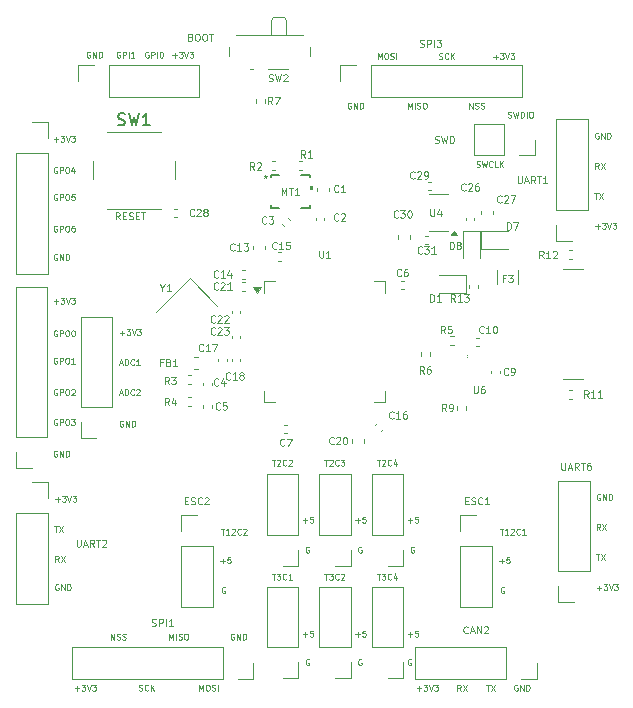
<source format=gbr>
%TF.GenerationSoftware,KiCad,Pcbnew,8.0.9*%
%TF.CreationDate,2025-09-02T19:01:46-04:00*%
%TF.ProjectId,Flight Controlelr,466c6967-6874-4204-936f-6e74726f6c65,rev?*%
%TF.SameCoordinates,Original*%
%TF.FileFunction,Legend,Top*%
%TF.FilePolarity,Positive*%
%FSLAX46Y46*%
G04 Gerber Fmt 4.6, Leading zero omitted, Abs format (unit mm)*
G04 Created by KiCad (PCBNEW 8.0.9) date 2025-09-02 19:01:46*
%MOMM*%
%LPD*%
G01*
G04 APERTURE LIST*
%ADD10C,0.100000*%
%ADD11C,0.120000*%
%ADD12C,0.150000*%
%ADD13C,0.000000*%
%ADD14C,0.152400*%
G04 APERTURE END LIST*
D10*
X144232842Y-129840709D02*
X144518556Y-129840709D01*
X144375699Y-130340709D02*
X144375699Y-129840709D01*
X144637603Y-129840709D02*
X144947127Y-129840709D01*
X144947127Y-129840709D02*
X144780460Y-130031185D01*
X144780460Y-130031185D02*
X144851889Y-130031185D01*
X144851889Y-130031185D02*
X144899508Y-130054995D01*
X144899508Y-130054995D02*
X144923317Y-130078804D01*
X144923317Y-130078804D02*
X144947127Y-130126423D01*
X144947127Y-130126423D02*
X144947127Y-130245471D01*
X144947127Y-130245471D02*
X144923317Y-130293090D01*
X144923317Y-130293090D02*
X144899508Y-130316900D01*
X144899508Y-130316900D02*
X144851889Y-130340709D01*
X144851889Y-130340709D02*
X144709032Y-130340709D01*
X144709032Y-130340709D02*
X144661413Y-130316900D01*
X144661413Y-130316900D02*
X144637603Y-130293090D01*
X145447126Y-130293090D02*
X145423317Y-130316900D01*
X145423317Y-130316900D02*
X145351888Y-130340709D01*
X145351888Y-130340709D02*
X145304269Y-130340709D01*
X145304269Y-130340709D02*
X145232841Y-130316900D01*
X145232841Y-130316900D02*
X145185222Y-130269280D01*
X145185222Y-130269280D02*
X145161412Y-130221661D01*
X145161412Y-130221661D02*
X145137603Y-130126423D01*
X145137603Y-130126423D02*
X145137603Y-130054995D01*
X145137603Y-130054995D02*
X145161412Y-129959757D01*
X145161412Y-129959757D02*
X145185222Y-129912138D01*
X145185222Y-129912138D02*
X145232841Y-129864519D01*
X145232841Y-129864519D02*
X145304269Y-129840709D01*
X145304269Y-129840709D02*
X145351888Y-129840709D01*
X145351888Y-129840709D02*
X145423317Y-129864519D01*
X145423317Y-129864519D02*
X145447126Y-129888328D01*
X145637603Y-129888328D02*
X145661412Y-129864519D01*
X145661412Y-129864519D02*
X145709031Y-129840709D01*
X145709031Y-129840709D02*
X145828079Y-129840709D01*
X145828079Y-129840709D02*
X145875698Y-129864519D01*
X145875698Y-129864519D02*
X145899507Y-129888328D01*
X145899507Y-129888328D02*
X145923317Y-129935947D01*
X145923317Y-129935947D02*
X145923317Y-129983566D01*
X145923317Y-129983566D02*
X145899507Y-130054995D01*
X145899507Y-130054995D02*
X145613793Y-130340709D01*
X145613793Y-130340709D02*
X145923317Y-130340709D01*
X142399936Y-125324233D02*
X142780889Y-125324233D01*
X142590412Y-125514709D02*
X142590412Y-125133757D01*
X143257079Y-125014709D02*
X143018984Y-125014709D01*
X143018984Y-125014709D02*
X142995175Y-125252804D01*
X142995175Y-125252804D02*
X143018984Y-125228995D01*
X143018984Y-125228995D02*
X143066603Y-125205185D01*
X143066603Y-125205185D02*
X143185651Y-125205185D01*
X143185651Y-125205185D02*
X143233270Y-125228995D01*
X143233270Y-125228995D02*
X143257079Y-125252804D01*
X143257079Y-125252804D02*
X143280889Y-125300423D01*
X143280889Y-125300423D02*
X143280889Y-125419471D01*
X143280889Y-125419471D02*
X143257079Y-125467090D01*
X143257079Y-125467090D02*
X143233270Y-125490900D01*
X143233270Y-125490900D02*
X143185651Y-125514709D01*
X143185651Y-125514709D02*
X143066603Y-125514709D01*
X143066603Y-125514709D02*
X143018984Y-125490900D01*
X143018984Y-125490900D02*
X142995175Y-125467090D01*
X146844936Y-134976233D02*
X147225889Y-134976233D01*
X147035412Y-135166709D02*
X147035412Y-134785757D01*
X147702079Y-134666709D02*
X147463984Y-134666709D01*
X147463984Y-134666709D02*
X147440175Y-134904804D01*
X147440175Y-134904804D02*
X147463984Y-134880995D01*
X147463984Y-134880995D02*
X147511603Y-134857185D01*
X147511603Y-134857185D02*
X147630651Y-134857185D01*
X147630651Y-134857185D02*
X147678270Y-134880995D01*
X147678270Y-134880995D02*
X147702079Y-134904804D01*
X147702079Y-134904804D02*
X147725889Y-134952423D01*
X147725889Y-134952423D02*
X147725889Y-135071471D01*
X147725889Y-135071471D02*
X147702079Y-135119090D01*
X147702079Y-135119090D02*
X147678270Y-135142900D01*
X147678270Y-135142900D02*
X147630651Y-135166709D01*
X147630651Y-135166709D02*
X147511603Y-135166709D01*
X147511603Y-135166709D02*
X147463984Y-135142900D01*
X147463984Y-135142900D02*
X147440175Y-135119090D01*
D11*
X126904761Y-99847431D02*
X126704761Y-99561717D01*
X126561904Y-99847431D02*
X126561904Y-99247431D01*
X126561904Y-99247431D02*
X126790475Y-99247431D01*
X126790475Y-99247431D02*
X126847618Y-99276002D01*
X126847618Y-99276002D02*
X126876189Y-99304574D01*
X126876189Y-99304574D02*
X126904761Y-99361717D01*
X126904761Y-99361717D02*
X126904761Y-99447431D01*
X126904761Y-99447431D02*
X126876189Y-99504574D01*
X126876189Y-99504574D02*
X126847618Y-99533145D01*
X126847618Y-99533145D02*
X126790475Y-99561717D01*
X126790475Y-99561717D02*
X126561904Y-99561717D01*
X127161904Y-99533145D02*
X127361904Y-99533145D01*
X127447618Y-99847431D02*
X127161904Y-99847431D01*
X127161904Y-99847431D02*
X127161904Y-99247431D01*
X127161904Y-99247431D02*
X127447618Y-99247431D01*
X127676189Y-99818860D02*
X127761904Y-99847431D01*
X127761904Y-99847431D02*
X127904761Y-99847431D01*
X127904761Y-99847431D02*
X127961904Y-99818860D01*
X127961904Y-99818860D02*
X127990475Y-99790288D01*
X127990475Y-99790288D02*
X128019046Y-99733145D01*
X128019046Y-99733145D02*
X128019046Y-99676002D01*
X128019046Y-99676002D02*
X127990475Y-99618860D01*
X127990475Y-99618860D02*
X127961904Y-99590288D01*
X127961904Y-99590288D02*
X127904761Y-99561717D01*
X127904761Y-99561717D02*
X127790475Y-99533145D01*
X127790475Y-99533145D02*
X127733332Y-99504574D01*
X127733332Y-99504574D02*
X127704761Y-99476002D01*
X127704761Y-99476002D02*
X127676189Y-99418860D01*
X127676189Y-99418860D02*
X127676189Y-99361717D01*
X127676189Y-99361717D02*
X127704761Y-99304574D01*
X127704761Y-99304574D02*
X127733332Y-99276002D01*
X127733332Y-99276002D02*
X127790475Y-99247431D01*
X127790475Y-99247431D02*
X127933332Y-99247431D01*
X127933332Y-99247431D02*
X128019046Y-99276002D01*
X128276190Y-99533145D02*
X128476190Y-99533145D01*
X128561904Y-99847431D02*
X128276190Y-99847431D01*
X128276190Y-99847431D02*
X128276190Y-99247431D01*
X128276190Y-99247431D02*
X128561904Y-99247431D01*
X128733332Y-99247431D02*
X129076190Y-99247431D01*
X128904761Y-99847431D02*
X128904761Y-99247431D01*
D10*
X144232842Y-120188709D02*
X144518556Y-120188709D01*
X144375699Y-120688709D02*
X144375699Y-120188709D01*
X144661413Y-120236328D02*
X144685222Y-120212519D01*
X144685222Y-120212519D02*
X144732841Y-120188709D01*
X144732841Y-120188709D02*
X144851889Y-120188709D01*
X144851889Y-120188709D02*
X144899508Y-120212519D01*
X144899508Y-120212519D02*
X144923317Y-120236328D01*
X144923317Y-120236328D02*
X144947127Y-120283947D01*
X144947127Y-120283947D02*
X144947127Y-120331566D01*
X144947127Y-120331566D02*
X144923317Y-120402995D01*
X144923317Y-120402995D02*
X144637603Y-120688709D01*
X144637603Y-120688709D02*
X144947127Y-120688709D01*
X145447126Y-120641090D02*
X145423317Y-120664900D01*
X145423317Y-120664900D02*
X145351888Y-120688709D01*
X145351888Y-120688709D02*
X145304269Y-120688709D01*
X145304269Y-120688709D02*
X145232841Y-120664900D01*
X145232841Y-120664900D02*
X145185222Y-120617280D01*
X145185222Y-120617280D02*
X145161412Y-120569661D01*
X145161412Y-120569661D02*
X145137603Y-120474423D01*
X145137603Y-120474423D02*
X145137603Y-120402995D01*
X145137603Y-120402995D02*
X145161412Y-120307757D01*
X145161412Y-120307757D02*
X145185222Y-120260138D01*
X145185222Y-120260138D02*
X145232841Y-120212519D01*
X145232841Y-120212519D02*
X145304269Y-120188709D01*
X145304269Y-120188709D02*
X145351888Y-120188709D01*
X145351888Y-120188709D02*
X145423317Y-120212519D01*
X145423317Y-120212519D02*
X145447126Y-120236328D01*
X145613793Y-120188709D02*
X145923317Y-120188709D01*
X145923317Y-120188709D02*
X145756650Y-120379185D01*
X145756650Y-120379185D02*
X145828079Y-120379185D01*
X145828079Y-120379185D02*
X145875698Y-120402995D01*
X145875698Y-120402995D02*
X145899507Y-120426804D01*
X145899507Y-120426804D02*
X145923317Y-120474423D01*
X145923317Y-120474423D02*
X145923317Y-120593471D01*
X145923317Y-120593471D02*
X145899507Y-120641090D01*
X145899507Y-120641090D02*
X145875698Y-120664900D01*
X145875698Y-120664900D02*
X145828079Y-120688709D01*
X145828079Y-120688709D02*
X145685222Y-120688709D01*
X145685222Y-120688709D02*
X145637603Y-120664900D01*
X145637603Y-120664900D02*
X145613793Y-120641090D01*
X131350936Y-85954233D02*
X131731889Y-85954233D01*
X131541412Y-86144709D02*
X131541412Y-85763757D01*
X131922365Y-85644709D02*
X132231889Y-85644709D01*
X132231889Y-85644709D02*
X132065222Y-85835185D01*
X132065222Y-85835185D02*
X132136651Y-85835185D01*
X132136651Y-85835185D02*
X132184270Y-85858995D01*
X132184270Y-85858995D02*
X132208079Y-85882804D01*
X132208079Y-85882804D02*
X132231889Y-85930423D01*
X132231889Y-85930423D02*
X132231889Y-86049471D01*
X132231889Y-86049471D02*
X132208079Y-86097090D01*
X132208079Y-86097090D02*
X132184270Y-86120900D01*
X132184270Y-86120900D02*
X132136651Y-86144709D01*
X132136651Y-86144709D02*
X131993794Y-86144709D01*
X131993794Y-86144709D02*
X131946175Y-86120900D01*
X131946175Y-86120900D02*
X131922365Y-86097090D01*
X132374746Y-85644709D02*
X132541412Y-86144709D01*
X132541412Y-86144709D02*
X132708079Y-85644709D01*
X132827126Y-85644709D02*
X133136650Y-85644709D01*
X133136650Y-85644709D02*
X132969983Y-85835185D01*
X132969983Y-85835185D02*
X133041412Y-85835185D01*
X133041412Y-85835185D02*
X133089031Y-85858995D01*
X133089031Y-85858995D02*
X133112840Y-85882804D01*
X133112840Y-85882804D02*
X133136650Y-85930423D01*
X133136650Y-85930423D02*
X133136650Y-86049471D01*
X133136650Y-86049471D02*
X133112840Y-86097090D01*
X133112840Y-86097090D02*
X133089031Y-86120900D01*
X133089031Y-86120900D02*
X133041412Y-86144709D01*
X133041412Y-86144709D02*
X132898555Y-86144709D01*
X132898555Y-86144709D02*
X132850936Y-86120900D01*
X132850936Y-86120900D02*
X132827126Y-86097090D01*
X151551841Y-137103519D02*
X151504222Y-137079709D01*
X151504222Y-137079709D02*
X151432793Y-137079709D01*
X151432793Y-137079709D02*
X151361365Y-137103519D01*
X151361365Y-137103519D02*
X151313746Y-137151138D01*
X151313746Y-137151138D02*
X151289936Y-137198757D01*
X151289936Y-137198757D02*
X151266127Y-137293995D01*
X151266127Y-137293995D02*
X151266127Y-137365423D01*
X151266127Y-137365423D02*
X151289936Y-137460661D01*
X151289936Y-137460661D02*
X151313746Y-137508280D01*
X151313746Y-137508280D02*
X151361365Y-137555900D01*
X151361365Y-137555900D02*
X151432793Y-137579709D01*
X151432793Y-137579709D02*
X151480412Y-137579709D01*
X151480412Y-137579709D02*
X151551841Y-137555900D01*
X151551841Y-137555900D02*
X151575650Y-137532090D01*
X151575650Y-137532090D02*
X151575650Y-137365423D01*
X151575650Y-137365423D02*
X151480412Y-137365423D01*
X131096936Y-135420709D02*
X131096936Y-134920709D01*
X131096936Y-134920709D02*
X131263603Y-135277852D01*
X131263603Y-135277852D02*
X131430269Y-134920709D01*
X131430269Y-134920709D02*
X131430269Y-135420709D01*
X131668365Y-135420709D02*
X131668365Y-134920709D01*
X131882651Y-135396900D02*
X131954079Y-135420709D01*
X131954079Y-135420709D02*
X132073127Y-135420709D01*
X132073127Y-135420709D02*
X132120746Y-135396900D01*
X132120746Y-135396900D02*
X132144555Y-135373090D01*
X132144555Y-135373090D02*
X132168365Y-135325471D01*
X132168365Y-135325471D02*
X132168365Y-135277852D01*
X132168365Y-135277852D02*
X132144555Y-135230233D01*
X132144555Y-135230233D02*
X132120746Y-135206423D01*
X132120746Y-135206423D02*
X132073127Y-135182614D01*
X132073127Y-135182614D02*
X131977889Y-135158804D01*
X131977889Y-135158804D02*
X131930270Y-135134995D01*
X131930270Y-135134995D02*
X131906460Y-135111185D01*
X131906460Y-135111185D02*
X131882651Y-135063566D01*
X131882651Y-135063566D02*
X131882651Y-135015947D01*
X131882651Y-135015947D02*
X131906460Y-134968328D01*
X131906460Y-134968328D02*
X131930270Y-134944519D01*
X131930270Y-134944519D02*
X131977889Y-134920709D01*
X131977889Y-134920709D02*
X132096936Y-134920709D01*
X132096936Y-134920709D02*
X132168365Y-134944519D01*
X132477888Y-134920709D02*
X132573126Y-134920709D01*
X132573126Y-134920709D02*
X132620745Y-134944519D01*
X132620745Y-134944519D02*
X132668364Y-134992138D01*
X132668364Y-134992138D02*
X132692174Y-135087376D01*
X132692174Y-135087376D02*
X132692174Y-135254042D01*
X132692174Y-135254042D02*
X132668364Y-135349280D01*
X132668364Y-135349280D02*
X132620745Y-135396900D01*
X132620745Y-135396900D02*
X132573126Y-135420709D01*
X132573126Y-135420709D02*
X132477888Y-135420709D01*
X132477888Y-135420709D02*
X132430269Y-135396900D01*
X132430269Y-135396900D02*
X132382650Y-135349280D01*
X132382650Y-135349280D02*
X132358841Y-135254042D01*
X132358841Y-135254042D02*
X132358841Y-135087376D01*
X132358841Y-135087376D02*
X132382650Y-134992138D01*
X132382650Y-134992138D02*
X132430269Y-134944519D01*
X132430269Y-134944519D02*
X132477888Y-134920709D01*
X146844936Y-125324233D02*
X147225889Y-125324233D01*
X147035412Y-125514709D02*
X147035412Y-125133757D01*
X147702079Y-125014709D02*
X147463984Y-125014709D01*
X147463984Y-125014709D02*
X147440175Y-125252804D01*
X147440175Y-125252804D02*
X147463984Y-125228995D01*
X147463984Y-125228995D02*
X147511603Y-125205185D01*
X147511603Y-125205185D02*
X147630651Y-125205185D01*
X147630651Y-125205185D02*
X147678270Y-125228995D01*
X147678270Y-125228995D02*
X147702079Y-125252804D01*
X147702079Y-125252804D02*
X147725889Y-125300423D01*
X147725889Y-125300423D02*
X147725889Y-125419471D01*
X147725889Y-125419471D02*
X147702079Y-125467090D01*
X147702079Y-125467090D02*
X147678270Y-125490900D01*
X147678270Y-125490900D02*
X147630651Y-125514709D01*
X147630651Y-125514709D02*
X147511603Y-125514709D01*
X147511603Y-125514709D02*
X147463984Y-125490900D01*
X147463984Y-125490900D02*
X147440175Y-125467090D01*
X121579841Y-109256800D02*
X121532222Y-109232990D01*
X121532222Y-109232990D02*
X121460793Y-109232990D01*
X121460793Y-109232990D02*
X121389365Y-109256800D01*
X121389365Y-109256800D02*
X121341746Y-109304419D01*
X121341746Y-109304419D02*
X121317936Y-109352038D01*
X121317936Y-109352038D02*
X121294127Y-109447276D01*
X121294127Y-109447276D02*
X121294127Y-109518704D01*
X121294127Y-109518704D02*
X121317936Y-109613942D01*
X121317936Y-109613942D02*
X121341746Y-109661561D01*
X121341746Y-109661561D02*
X121389365Y-109709181D01*
X121389365Y-109709181D02*
X121460793Y-109732990D01*
X121460793Y-109732990D02*
X121508412Y-109732990D01*
X121508412Y-109732990D02*
X121579841Y-109709181D01*
X121579841Y-109709181D02*
X121603650Y-109685371D01*
X121603650Y-109685371D02*
X121603650Y-109518704D01*
X121603650Y-109518704D02*
X121508412Y-109518704D01*
X121817936Y-109732990D02*
X121817936Y-109232990D01*
X121817936Y-109232990D02*
X122008412Y-109232990D01*
X122008412Y-109232990D02*
X122056031Y-109256800D01*
X122056031Y-109256800D02*
X122079841Y-109280609D01*
X122079841Y-109280609D02*
X122103650Y-109328228D01*
X122103650Y-109328228D02*
X122103650Y-109399657D01*
X122103650Y-109399657D02*
X122079841Y-109447276D01*
X122079841Y-109447276D02*
X122056031Y-109471085D01*
X122056031Y-109471085D02*
X122008412Y-109494895D01*
X122008412Y-109494895D02*
X121817936Y-109494895D01*
X122413174Y-109232990D02*
X122508412Y-109232990D01*
X122508412Y-109232990D02*
X122556031Y-109256800D01*
X122556031Y-109256800D02*
X122603650Y-109304419D01*
X122603650Y-109304419D02*
X122627460Y-109399657D01*
X122627460Y-109399657D02*
X122627460Y-109566323D01*
X122627460Y-109566323D02*
X122603650Y-109661561D01*
X122603650Y-109661561D02*
X122556031Y-109709181D01*
X122556031Y-109709181D02*
X122508412Y-109732990D01*
X122508412Y-109732990D02*
X122413174Y-109732990D01*
X122413174Y-109732990D02*
X122365555Y-109709181D01*
X122365555Y-109709181D02*
X122317936Y-109661561D01*
X122317936Y-109661561D02*
X122294127Y-109566323D01*
X122294127Y-109566323D02*
X122294127Y-109399657D01*
X122294127Y-109399657D02*
X122317936Y-109304419D01*
X122317936Y-109304419D02*
X122365555Y-109256800D01*
X122365555Y-109256800D02*
X122413174Y-109232990D01*
X122936984Y-109232990D02*
X122984603Y-109232990D01*
X122984603Y-109232990D02*
X123032222Y-109256800D01*
X123032222Y-109256800D02*
X123056032Y-109280609D01*
X123056032Y-109280609D02*
X123079841Y-109328228D01*
X123079841Y-109328228D02*
X123103651Y-109423466D01*
X123103651Y-109423466D02*
X123103651Y-109542514D01*
X123103651Y-109542514D02*
X123079841Y-109637752D01*
X123079841Y-109637752D02*
X123056032Y-109685371D01*
X123056032Y-109685371D02*
X123032222Y-109709181D01*
X123032222Y-109709181D02*
X122984603Y-109732990D01*
X122984603Y-109732990D02*
X122936984Y-109732990D01*
X122936984Y-109732990D02*
X122889365Y-109709181D01*
X122889365Y-109709181D02*
X122865556Y-109685371D01*
X122865556Y-109685371D02*
X122841746Y-109637752D01*
X122841746Y-109637752D02*
X122817937Y-109542514D01*
X122817937Y-109542514D02*
X122817937Y-109423466D01*
X122817937Y-109423466D02*
X122841746Y-109328228D01*
X122841746Y-109328228D02*
X122865556Y-109280609D01*
X122865556Y-109280609D02*
X122889365Y-109256800D01*
X122889365Y-109256800D02*
X122936984Y-109232990D01*
X139787842Y-129840709D02*
X140073556Y-129840709D01*
X139930699Y-130340709D02*
X139930699Y-129840709D01*
X140192603Y-129840709D02*
X140502127Y-129840709D01*
X140502127Y-129840709D02*
X140335460Y-130031185D01*
X140335460Y-130031185D02*
X140406889Y-130031185D01*
X140406889Y-130031185D02*
X140454508Y-130054995D01*
X140454508Y-130054995D02*
X140478317Y-130078804D01*
X140478317Y-130078804D02*
X140502127Y-130126423D01*
X140502127Y-130126423D02*
X140502127Y-130245471D01*
X140502127Y-130245471D02*
X140478317Y-130293090D01*
X140478317Y-130293090D02*
X140454508Y-130316900D01*
X140454508Y-130316900D02*
X140406889Y-130340709D01*
X140406889Y-130340709D02*
X140264032Y-130340709D01*
X140264032Y-130340709D02*
X140216413Y-130316900D01*
X140216413Y-130316900D02*
X140192603Y-130293090D01*
X141002126Y-130293090D02*
X140978317Y-130316900D01*
X140978317Y-130316900D02*
X140906888Y-130340709D01*
X140906888Y-130340709D02*
X140859269Y-130340709D01*
X140859269Y-130340709D02*
X140787841Y-130316900D01*
X140787841Y-130316900D02*
X140740222Y-130269280D01*
X140740222Y-130269280D02*
X140716412Y-130221661D01*
X140716412Y-130221661D02*
X140692603Y-130126423D01*
X140692603Y-130126423D02*
X140692603Y-130054995D01*
X140692603Y-130054995D02*
X140716412Y-129959757D01*
X140716412Y-129959757D02*
X140740222Y-129912138D01*
X140740222Y-129912138D02*
X140787841Y-129864519D01*
X140787841Y-129864519D02*
X140859269Y-129840709D01*
X140859269Y-129840709D02*
X140906888Y-129840709D01*
X140906888Y-129840709D02*
X140978317Y-129864519D01*
X140978317Y-129864519D02*
X141002126Y-129888328D01*
X141478317Y-130340709D02*
X141192603Y-130340709D01*
X141335460Y-130340709D02*
X141335460Y-129840709D01*
X141335460Y-129840709D02*
X141287841Y-129912138D01*
X141287841Y-129912138D02*
X141240222Y-129959757D01*
X141240222Y-129959757D02*
X141192603Y-129983566D01*
D11*
X156371618Y-134842288D02*
X156343046Y-134870860D01*
X156343046Y-134870860D02*
X156257332Y-134899431D01*
X156257332Y-134899431D02*
X156200189Y-134899431D01*
X156200189Y-134899431D02*
X156114475Y-134870860D01*
X156114475Y-134870860D02*
X156057332Y-134813717D01*
X156057332Y-134813717D02*
X156028761Y-134756574D01*
X156028761Y-134756574D02*
X156000189Y-134642288D01*
X156000189Y-134642288D02*
X156000189Y-134556574D01*
X156000189Y-134556574D02*
X156028761Y-134442288D01*
X156028761Y-134442288D02*
X156057332Y-134385145D01*
X156057332Y-134385145D02*
X156114475Y-134328002D01*
X156114475Y-134328002D02*
X156200189Y-134299431D01*
X156200189Y-134299431D02*
X156257332Y-134299431D01*
X156257332Y-134299431D02*
X156343046Y-134328002D01*
X156343046Y-134328002D02*
X156371618Y-134356574D01*
X156600189Y-134728002D02*
X156885904Y-134728002D01*
X156543046Y-134899431D02*
X156743046Y-134299431D01*
X156743046Y-134299431D02*
X156943046Y-134899431D01*
X157143047Y-134899431D02*
X157143047Y-134299431D01*
X157143047Y-134299431D02*
X157485904Y-134899431D01*
X157485904Y-134899431D02*
X157485904Y-134299431D01*
X157743046Y-134356574D02*
X157771618Y-134328002D01*
X157771618Y-134328002D02*
X157828761Y-134299431D01*
X157828761Y-134299431D02*
X157971618Y-134299431D01*
X157971618Y-134299431D02*
X158028761Y-134328002D01*
X158028761Y-134328002D02*
X158057332Y-134356574D01*
X158057332Y-134356574D02*
X158085903Y-134413717D01*
X158085903Y-134413717D02*
X158085903Y-134470860D01*
X158085903Y-134470860D02*
X158057332Y-134556574D01*
X158057332Y-134556574D02*
X157714475Y-134899431D01*
X157714475Y-134899431D02*
X158085903Y-134899431D01*
D10*
X148677842Y-120188709D02*
X148963556Y-120188709D01*
X148820699Y-120688709D02*
X148820699Y-120188709D01*
X149106413Y-120236328D02*
X149130222Y-120212519D01*
X149130222Y-120212519D02*
X149177841Y-120188709D01*
X149177841Y-120188709D02*
X149296889Y-120188709D01*
X149296889Y-120188709D02*
X149344508Y-120212519D01*
X149344508Y-120212519D02*
X149368317Y-120236328D01*
X149368317Y-120236328D02*
X149392127Y-120283947D01*
X149392127Y-120283947D02*
X149392127Y-120331566D01*
X149392127Y-120331566D02*
X149368317Y-120402995D01*
X149368317Y-120402995D02*
X149082603Y-120688709D01*
X149082603Y-120688709D02*
X149392127Y-120688709D01*
X149892126Y-120641090D02*
X149868317Y-120664900D01*
X149868317Y-120664900D02*
X149796888Y-120688709D01*
X149796888Y-120688709D02*
X149749269Y-120688709D01*
X149749269Y-120688709D02*
X149677841Y-120664900D01*
X149677841Y-120664900D02*
X149630222Y-120617280D01*
X149630222Y-120617280D02*
X149606412Y-120569661D01*
X149606412Y-120569661D02*
X149582603Y-120474423D01*
X149582603Y-120474423D02*
X149582603Y-120402995D01*
X149582603Y-120402995D02*
X149606412Y-120307757D01*
X149606412Y-120307757D02*
X149630222Y-120260138D01*
X149630222Y-120260138D02*
X149677841Y-120212519D01*
X149677841Y-120212519D02*
X149749269Y-120188709D01*
X149749269Y-120188709D02*
X149796888Y-120188709D01*
X149796888Y-120188709D02*
X149868317Y-120212519D01*
X149868317Y-120212519D02*
X149892126Y-120236328D01*
X150320698Y-120355376D02*
X150320698Y-120688709D01*
X150201650Y-120164900D02*
X150082603Y-120522042D01*
X150082603Y-120522042D02*
X150392126Y-120522042D01*
X129326841Y-85668519D02*
X129279222Y-85644709D01*
X129279222Y-85644709D02*
X129207793Y-85644709D01*
X129207793Y-85644709D02*
X129136365Y-85668519D01*
X129136365Y-85668519D02*
X129088746Y-85716138D01*
X129088746Y-85716138D02*
X129064936Y-85763757D01*
X129064936Y-85763757D02*
X129041127Y-85858995D01*
X129041127Y-85858995D02*
X129041127Y-85930423D01*
X129041127Y-85930423D02*
X129064936Y-86025661D01*
X129064936Y-86025661D02*
X129088746Y-86073280D01*
X129088746Y-86073280D02*
X129136365Y-86120900D01*
X129136365Y-86120900D02*
X129207793Y-86144709D01*
X129207793Y-86144709D02*
X129255412Y-86144709D01*
X129255412Y-86144709D02*
X129326841Y-86120900D01*
X129326841Y-86120900D02*
X129350650Y-86097090D01*
X129350650Y-86097090D02*
X129350650Y-85930423D01*
X129350650Y-85930423D02*
X129255412Y-85930423D01*
X129564936Y-86144709D02*
X129564936Y-85644709D01*
X129564936Y-85644709D02*
X129755412Y-85644709D01*
X129755412Y-85644709D02*
X129803031Y-85668519D01*
X129803031Y-85668519D02*
X129826841Y-85692328D01*
X129826841Y-85692328D02*
X129850650Y-85739947D01*
X129850650Y-85739947D02*
X129850650Y-85811376D01*
X129850650Y-85811376D02*
X129826841Y-85858995D01*
X129826841Y-85858995D02*
X129803031Y-85882804D01*
X129803031Y-85882804D02*
X129755412Y-85906614D01*
X129755412Y-85906614D02*
X129564936Y-85906614D01*
X130064936Y-86144709D02*
X130064936Y-85644709D01*
X130398269Y-85644709D02*
X130445888Y-85644709D01*
X130445888Y-85644709D02*
X130493507Y-85668519D01*
X130493507Y-85668519D02*
X130517317Y-85692328D01*
X130517317Y-85692328D02*
X130541126Y-85739947D01*
X130541126Y-85739947D02*
X130564936Y-85835185D01*
X130564936Y-85835185D02*
X130564936Y-85954233D01*
X130564936Y-85954233D02*
X130541126Y-86049471D01*
X130541126Y-86049471D02*
X130517317Y-86097090D01*
X130517317Y-86097090D02*
X130493507Y-86120900D01*
X130493507Y-86120900D02*
X130445888Y-86144709D01*
X130445888Y-86144709D02*
X130398269Y-86144709D01*
X130398269Y-86144709D02*
X130350650Y-86120900D01*
X130350650Y-86120900D02*
X130326841Y-86097090D01*
X130326841Y-86097090D02*
X130303031Y-86049471D01*
X130303031Y-86049471D02*
X130279222Y-85954233D01*
X130279222Y-85954233D02*
X130279222Y-85835185D01*
X130279222Y-85835185D02*
X130303031Y-85739947D01*
X130303031Y-85739947D02*
X130326841Y-85692328D01*
X130326841Y-85692328D02*
X130350650Y-85668519D01*
X130350650Y-85668519D02*
X130398269Y-85644709D01*
X142915841Y-137103519D02*
X142868222Y-137079709D01*
X142868222Y-137079709D02*
X142796793Y-137079709D01*
X142796793Y-137079709D02*
X142725365Y-137103519D01*
X142725365Y-137103519D02*
X142677746Y-137151138D01*
X142677746Y-137151138D02*
X142653936Y-137198757D01*
X142653936Y-137198757D02*
X142630127Y-137293995D01*
X142630127Y-137293995D02*
X142630127Y-137365423D01*
X142630127Y-137365423D02*
X142653936Y-137460661D01*
X142653936Y-137460661D02*
X142677746Y-137508280D01*
X142677746Y-137508280D02*
X142725365Y-137555900D01*
X142725365Y-137555900D02*
X142796793Y-137579709D01*
X142796793Y-137579709D02*
X142844412Y-137579709D01*
X142844412Y-137579709D02*
X142915841Y-137555900D01*
X142915841Y-137555900D02*
X142939650Y-137532090D01*
X142939650Y-137532090D02*
X142939650Y-137365423D01*
X142939650Y-137365423D02*
X142844412Y-137365423D01*
X121579841Y-97733519D02*
X121532222Y-97709709D01*
X121532222Y-97709709D02*
X121460793Y-97709709D01*
X121460793Y-97709709D02*
X121389365Y-97733519D01*
X121389365Y-97733519D02*
X121341746Y-97781138D01*
X121341746Y-97781138D02*
X121317936Y-97828757D01*
X121317936Y-97828757D02*
X121294127Y-97923995D01*
X121294127Y-97923995D02*
X121294127Y-97995423D01*
X121294127Y-97995423D02*
X121317936Y-98090661D01*
X121317936Y-98090661D02*
X121341746Y-98138280D01*
X121341746Y-98138280D02*
X121389365Y-98185900D01*
X121389365Y-98185900D02*
X121460793Y-98209709D01*
X121460793Y-98209709D02*
X121508412Y-98209709D01*
X121508412Y-98209709D02*
X121579841Y-98185900D01*
X121579841Y-98185900D02*
X121603650Y-98162090D01*
X121603650Y-98162090D02*
X121603650Y-97995423D01*
X121603650Y-97995423D02*
X121508412Y-97995423D01*
X121817936Y-98209709D02*
X121817936Y-97709709D01*
X121817936Y-97709709D02*
X122008412Y-97709709D01*
X122008412Y-97709709D02*
X122056031Y-97733519D01*
X122056031Y-97733519D02*
X122079841Y-97757328D01*
X122079841Y-97757328D02*
X122103650Y-97804947D01*
X122103650Y-97804947D02*
X122103650Y-97876376D01*
X122103650Y-97876376D02*
X122079841Y-97923995D01*
X122079841Y-97923995D02*
X122056031Y-97947804D01*
X122056031Y-97947804D02*
X122008412Y-97971614D01*
X122008412Y-97971614D02*
X121817936Y-97971614D01*
X122413174Y-97709709D02*
X122508412Y-97709709D01*
X122508412Y-97709709D02*
X122556031Y-97733519D01*
X122556031Y-97733519D02*
X122603650Y-97781138D01*
X122603650Y-97781138D02*
X122627460Y-97876376D01*
X122627460Y-97876376D02*
X122627460Y-98043042D01*
X122627460Y-98043042D02*
X122603650Y-98138280D01*
X122603650Y-98138280D02*
X122556031Y-98185900D01*
X122556031Y-98185900D02*
X122508412Y-98209709D01*
X122508412Y-98209709D02*
X122413174Y-98209709D01*
X122413174Y-98209709D02*
X122365555Y-98185900D01*
X122365555Y-98185900D02*
X122317936Y-98138280D01*
X122317936Y-98138280D02*
X122294127Y-98043042D01*
X122294127Y-98043042D02*
X122294127Y-97876376D01*
X122294127Y-97876376D02*
X122317936Y-97781138D01*
X122317936Y-97781138D02*
X122365555Y-97733519D01*
X122365555Y-97733519D02*
X122413174Y-97709709D01*
X123079841Y-97709709D02*
X122841746Y-97709709D01*
X122841746Y-97709709D02*
X122817937Y-97947804D01*
X122817937Y-97947804D02*
X122841746Y-97923995D01*
X122841746Y-97923995D02*
X122889365Y-97900185D01*
X122889365Y-97900185D02*
X123008413Y-97900185D01*
X123008413Y-97900185D02*
X123056032Y-97923995D01*
X123056032Y-97923995D02*
X123079841Y-97947804D01*
X123079841Y-97947804D02*
X123103651Y-97995423D01*
X123103651Y-97995423D02*
X123103651Y-98114471D01*
X123103651Y-98114471D02*
X123079841Y-98162090D01*
X123079841Y-98162090D02*
X123056032Y-98185900D01*
X123056032Y-98185900D02*
X123008413Y-98209709D01*
X123008413Y-98209709D02*
X122889365Y-98209709D01*
X122889365Y-98209709D02*
X122841746Y-98185900D01*
X122841746Y-98185900D02*
X122817937Y-98162090D01*
X121579841Y-102813519D02*
X121532222Y-102789709D01*
X121532222Y-102789709D02*
X121460793Y-102789709D01*
X121460793Y-102789709D02*
X121389365Y-102813519D01*
X121389365Y-102813519D02*
X121341746Y-102861138D01*
X121341746Y-102861138D02*
X121317936Y-102908757D01*
X121317936Y-102908757D02*
X121294127Y-103003995D01*
X121294127Y-103003995D02*
X121294127Y-103075423D01*
X121294127Y-103075423D02*
X121317936Y-103170661D01*
X121317936Y-103170661D02*
X121341746Y-103218280D01*
X121341746Y-103218280D02*
X121389365Y-103265900D01*
X121389365Y-103265900D02*
X121460793Y-103289709D01*
X121460793Y-103289709D02*
X121508412Y-103289709D01*
X121508412Y-103289709D02*
X121579841Y-103265900D01*
X121579841Y-103265900D02*
X121603650Y-103242090D01*
X121603650Y-103242090D02*
X121603650Y-103075423D01*
X121603650Y-103075423D02*
X121508412Y-103075423D01*
X121817936Y-103289709D02*
X121817936Y-102789709D01*
X121817936Y-102789709D02*
X122103650Y-103289709D01*
X122103650Y-103289709D02*
X122103650Y-102789709D01*
X122341746Y-103289709D02*
X122341746Y-102789709D01*
X122341746Y-102789709D02*
X122460794Y-102789709D01*
X122460794Y-102789709D02*
X122532222Y-102813519D01*
X122532222Y-102813519D02*
X122579841Y-102861138D01*
X122579841Y-102861138D02*
X122603651Y-102908757D01*
X122603651Y-102908757D02*
X122627460Y-103003995D01*
X122627460Y-103003995D02*
X122627460Y-103075423D01*
X122627460Y-103075423D02*
X122603651Y-103170661D01*
X122603651Y-103170661D02*
X122579841Y-103218280D01*
X122579841Y-103218280D02*
X122532222Y-103265900D01*
X122532222Y-103265900D02*
X122460794Y-103289709D01*
X122460794Y-103289709D02*
X122341746Y-103289709D01*
X121317936Y-93066233D02*
X121698889Y-93066233D01*
X121508412Y-93256709D02*
X121508412Y-92875757D01*
X121889365Y-92756709D02*
X122198889Y-92756709D01*
X122198889Y-92756709D02*
X122032222Y-92947185D01*
X122032222Y-92947185D02*
X122103651Y-92947185D01*
X122103651Y-92947185D02*
X122151270Y-92970995D01*
X122151270Y-92970995D02*
X122175079Y-92994804D01*
X122175079Y-92994804D02*
X122198889Y-93042423D01*
X122198889Y-93042423D02*
X122198889Y-93161471D01*
X122198889Y-93161471D02*
X122175079Y-93209090D01*
X122175079Y-93209090D02*
X122151270Y-93232900D01*
X122151270Y-93232900D02*
X122103651Y-93256709D01*
X122103651Y-93256709D02*
X121960794Y-93256709D01*
X121960794Y-93256709D02*
X121913175Y-93232900D01*
X121913175Y-93232900D02*
X121889365Y-93209090D01*
X122341746Y-92756709D02*
X122508412Y-93256709D01*
X122508412Y-93256709D02*
X122675079Y-92756709D01*
X122794126Y-92756709D02*
X123103650Y-92756709D01*
X123103650Y-92756709D02*
X122936983Y-92947185D01*
X122936983Y-92947185D02*
X123008412Y-92947185D01*
X123008412Y-92947185D02*
X123056031Y-92970995D01*
X123056031Y-92970995D02*
X123079840Y-92994804D01*
X123079840Y-92994804D02*
X123103650Y-93042423D01*
X123103650Y-93042423D02*
X123103650Y-93161471D01*
X123103650Y-93161471D02*
X123079840Y-93209090D01*
X123079840Y-93209090D02*
X123056031Y-93232900D01*
X123056031Y-93232900D02*
X123008412Y-93256709D01*
X123008412Y-93256709D02*
X122865555Y-93256709D01*
X122865555Y-93256709D02*
X122817936Y-93232900D01*
X122817936Y-93232900D02*
X122794126Y-93209090D01*
X153933127Y-86247900D02*
X154004555Y-86271709D01*
X154004555Y-86271709D02*
X154123603Y-86271709D01*
X154123603Y-86271709D02*
X154171222Y-86247900D01*
X154171222Y-86247900D02*
X154195031Y-86224090D01*
X154195031Y-86224090D02*
X154218841Y-86176471D01*
X154218841Y-86176471D02*
X154218841Y-86128852D01*
X154218841Y-86128852D02*
X154195031Y-86081233D01*
X154195031Y-86081233D02*
X154171222Y-86057423D01*
X154171222Y-86057423D02*
X154123603Y-86033614D01*
X154123603Y-86033614D02*
X154028365Y-86009804D01*
X154028365Y-86009804D02*
X153980746Y-85985995D01*
X153980746Y-85985995D02*
X153956936Y-85962185D01*
X153956936Y-85962185D02*
X153933127Y-85914566D01*
X153933127Y-85914566D02*
X153933127Y-85866947D01*
X153933127Y-85866947D02*
X153956936Y-85819328D01*
X153956936Y-85819328D02*
X153980746Y-85795519D01*
X153980746Y-85795519D02*
X154028365Y-85771709D01*
X154028365Y-85771709D02*
X154147412Y-85771709D01*
X154147412Y-85771709D02*
X154218841Y-85795519D01*
X154718840Y-86224090D02*
X154695031Y-86247900D01*
X154695031Y-86247900D02*
X154623602Y-86271709D01*
X154623602Y-86271709D02*
X154575983Y-86271709D01*
X154575983Y-86271709D02*
X154504555Y-86247900D01*
X154504555Y-86247900D02*
X154456936Y-86200280D01*
X154456936Y-86200280D02*
X154433126Y-86152661D01*
X154433126Y-86152661D02*
X154409317Y-86057423D01*
X154409317Y-86057423D02*
X154409317Y-85985995D01*
X154409317Y-85985995D02*
X154433126Y-85890757D01*
X154433126Y-85890757D02*
X154456936Y-85843138D01*
X154456936Y-85843138D02*
X154504555Y-85795519D01*
X154504555Y-85795519D02*
X154575983Y-85771709D01*
X154575983Y-85771709D02*
X154623602Y-85771709D01*
X154623602Y-85771709D02*
X154695031Y-85795519D01*
X154695031Y-85795519D02*
X154718840Y-85819328D01*
X154933126Y-86271709D02*
X154933126Y-85771709D01*
X155218840Y-86271709D02*
X155004555Y-85985995D01*
X155218840Y-85771709D02*
X154933126Y-86057423D01*
X124373841Y-85668519D02*
X124326222Y-85644709D01*
X124326222Y-85644709D02*
X124254793Y-85644709D01*
X124254793Y-85644709D02*
X124183365Y-85668519D01*
X124183365Y-85668519D02*
X124135746Y-85716138D01*
X124135746Y-85716138D02*
X124111936Y-85763757D01*
X124111936Y-85763757D02*
X124088127Y-85858995D01*
X124088127Y-85858995D02*
X124088127Y-85930423D01*
X124088127Y-85930423D02*
X124111936Y-86025661D01*
X124111936Y-86025661D02*
X124135746Y-86073280D01*
X124135746Y-86073280D02*
X124183365Y-86120900D01*
X124183365Y-86120900D02*
X124254793Y-86144709D01*
X124254793Y-86144709D02*
X124302412Y-86144709D01*
X124302412Y-86144709D02*
X124373841Y-86120900D01*
X124373841Y-86120900D02*
X124397650Y-86097090D01*
X124397650Y-86097090D02*
X124397650Y-85930423D01*
X124397650Y-85930423D02*
X124302412Y-85930423D01*
X124611936Y-86144709D02*
X124611936Y-85644709D01*
X124611936Y-85644709D02*
X124897650Y-86144709D01*
X124897650Y-86144709D02*
X124897650Y-85644709D01*
X125135746Y-86144709D02*
X125135746Y-85644709D01*
X125135746Y-85644709D02*
X125254794Y-85644709D01*
X125254794Y-85644709D02*
X125326222Y-85668519D01*
X125326222Y-85668519D02*
X125373841Y-85716138D01*
X125373841Y-85716138D02*
X125397651Y-85763757D01*
X125397651Y-85763757D02*
X125421460Y-85858995D01*
X125421460Y-85858995D02*
X125421460Y-85930423D01*
X125421460Y-85930423D02*
X125397651Y-86025661D01*
X125397651Y-86025661D02*
X125373841Y-86073280D01*
X125373841Y-86073280D02*
X125326222Y-86120900D01*
X125326222Y-86120900D02*
X125254794Y-86144709D01*
X125254794Y-86144709D02*
X125135746Y-86144709D01*
X157949508Y-139238709D02*
X158235222Y-139238709D01*
X158092365Y-139738709D02*
X158092365Y-139238709D01*
X158354269Y-139238709D02*
X158687602Y-139738709D01*
X158687602Y-139238709D02*
X158354269Y-139738709D01*
X121706841Y-130753519D02*
X121659222Y-130729709D01*
X121659222Y-130729709D02*
X121587793Y-130729709D01*
X121587793Y-130729709D02*
X121516365Y-130753519D01*
X121516365Y-130753519D02*
X121468746Y-130801138D01*
X121468746Y-130801138D02*
X121444936Y-130848757D01*
X121444936Y-130848757D02*
X121421127Y-130943995D01*
X121421127Y-130943995D02*
X121421127Y-131015423D01*
X121421127Y-131015423D02*
X121444936Y-131110661D01*
X121444936Y-131110661D02*
X121468746Y-131158280D01*
X121468746Y-131158280D02*
X121516365Y-131205900D01*
X121516365Y-131205900D02*
X121587793Y-131229709D01*
X121587793Y-131229709D02*
X121635412Y-131229709D01*
X121635412Y-131229709D02*
X121706841Y-131205900D01*
X121706841Y-131205900D02*
X121730650Y-131182090D01*
X121730650Y-131182090D02*
X121730650Y-131015423D01*
X121730650Y-131015423D02*
X121635412Y-131015423D01*
X121944936Y-131229709D02*
X121944936Y-130729709D01*
X121944936Y-130729709D02*
X122230650Y-131229709D01*
X122230650Y-131229709D02*
X122230650Y-130729709D01*
X122468746Y-131229709D02*
X122468746Y-130729709D01*
X122468746Y-130729709D02*
X122587794Y-130729709D01*
X122587794Y-130729709D02*
X122659222Y-130753519D01*
X122659222Y-130753519D02*
X122706841Y-130801138D01*
X122706841Y-130801138D02*
X122730651Y-130848757D01*
X122730651Y-130848757D02*
X122754460Y-130943995D01*
X122754460Y-130943995D02*
X122754460Y-131015423D01*
X122754460Y-131015423D02*
X122730651Y-131110661D01*
X122730651Y-131110661D02*
X122706841Y-131158280D01*
X122706841Y-131158280D02*
X122659222Y-131205900D01*
X122659222Y-131205900D02*
X122587794Y-131229709D01*
X122587794Y-131229709D02*
X122468746Y-131229709D01*
X135414936Y-128753233D02*
X135795889Y-128753233D01*
X135605412Y-128943709D02*
X135605412Y-128562757D01*
X136272079Y-128443709D02*
X136033984Y-128443709D01*
X136033984Y-128443709D02*
X136010175Y-128681804D01*
X136010175Y-128681804D02*
X136033984Y-128657995D01*
X136033984Y-128657995D02*
X136081603Y-128634185D01*
X136081603Y-128634185D02*
X136200651Y-128634185D01*
X136200651Y-128634185D02*
X136248270Y-128657995D01*
X136248270Y-128657995D02*
X136272079Y-128681804D01*
X136272079Y-128681804D02*
X136295889Y-128729423D01*
X136295889Y-128729423D02*
X136295889Y-128848471D01*
X136295889Y-128848471D02*
X136272079Y-128896090D01*
X136272079Y-128896090D02*
X136248270Y-128919900D01*
X136248270Y-128919900D02*
X136200651Y-128943709D01*
X136200651Y-128943709D02*
X136081603Y-128943709D01*
X136081603Y-128943709D02*
X136033984Y-128919900D01*
X136033984Y-128919900D02*
X136010175Y-128896090D01*
X151805841Y-127578519D02*
X151758222Y-127554709D01*
X151758222Y-127554709D02*
X151686793Y-127554709D01*
X151686793Y-127554709D02*
X151615365Y-127578519D01*
X151615365Y-127578519D02*
X151567746Y-127626138D01*
X151567746Y-127626138D02*
X151543936Y-127673757D01*
X151543936Y-127673757D02*
X151520127Y-127768995D01*
X151520127Y-127768995D02*
X151520127Y-127840423D01*
X151520127Y-127840423D02*
X151543936Y-127935661D01*
X151543936Y-127935661D02*
X151567746Y-127983280D01*
X151567746Y-127983280D02*
X151615365Y-128030900D01*
X151615365Y-128030900D02*
X151686793Y-128054709D01*
X151686793Y-128054709D02*
X151734412Y-128054709D01*
X151734412Y-128054709D02*
X151805841Y-128030900D01*
X151805841Y-128030900D02*
X151829650Y-128007090D01*
X151829650Y-128007090D02*
X151829650Y-127840423D01*
X151829650Y-127840423D02*
X151734412Y-127840423D01*
X126882127Y-114576852D02*
X127120222Y-114576852D01*
X126834508Y-114719709D02*
X127001174Y-114219709D01*
X127001174Y-114219709D02*
X127167841Y-114719709D01*
X127334507Y-114719709D02*
X127334507Y-114219709D01*
X127334507Y-114219709D02*
X127453555Y-114219709D01*
X127453555Y-114219709D02*
X127524983Y-114243519D01*
X127524983Y-114243519D02*
X127572602Y-114291138D01*
X127572602Y-114291138D02*
X127596412Y-114338757D01*
X127596412Y-114338757D02*
X127620221Y-114433995D01*
X127620221Y-114433995D02*
X127620221Y-114505423D01*
X127620221Y-114505423D02*
X127596412Y-114600661D01*
X127596412Y-114600661D02*
X127572602Y-114648280D01*
X127572602Y-114648280D02*
X127524983Y-114695900D01*
X127524983Y-114695900D02*
X127453555Y-114719709D01*
X127453555Y-114719709D02*
X127334507Y-114719709D01*
X128120221Y-114672090D02*
X128096412Y-114695900D01*
X128096412Y-114695900D02*
X128024983Y-114719709D01*
X128024983Y-114719709D02*
X127977364Y-114719709D01*
X127977364Y-114719709D02*
X127905936Y-114695900D01*
X127905936Y-114695900D02*
X127858317Y-114648280D01*
X127858317Y-114648280D02*
X127834507Y-114600661D01*
X127834507Y-114600661D02*
X127810698Y-114505423D01*
X127810698Y-114505423D02*
X127810698Y-114433995D01*
X127810698Y-114433995D02*
X127834507Y-114338757D01*
X127834507Y-114338757D02*
X127858317Y-114291138D01*
X127858317Y-114291138D02*
X127905936Y-114243519D01*
X127905936Y-114243519D02*
X127977364Y-114219709D01*
X127977364Y-114219709D02*
X128024983Y-114219709D01*
X128024983Y-114219709D02*
X128096412Y-114243519D01*
X128096412Y-114243519D02*
X128120221Y-114267328D01*
X128310698Y-114267328D02*
X128334507Y-114243519D01*
X128334507Y-114243519D02*
X128382126Y-114219709D01*
X128382126Y-114219709D02*
X128501174Y-114219709D01*
X128501174Y-114219709D02*
X128548793Y-114243519D01*
X128548793Y-114243519D02*
X128572602Y-114267328D01*
X128572602Y-114267328D02*
X128596412Y-114314947D01*
X128596412Y-114314947D02*
X128596412Y-114362566D01*
X128596412Y-114362566D02*
X128572602Y-114433995D01*
X128572602Y-114433995D02*
X128286888Y-114719709D01*
X128286888Y-114719709D02*
X128596412Y-114719709D01*
X147360841Y-137103519D02*
X147313222Y-137079709D01*
X147313222Y-137079709D02*
X147241793Y-137079709D01*
X147241793Y-137079709D02*
X147170365Y-137103519D01*
X147170365Y-137103519D02*
X147122746Y-137151138D01*
X147122746Y-137151138D02*
X147098936Y-137198757D01*
X147098936Y-137198757D02*
X147075127Y-137293995D01*
X147075127Y-137293995D02*
X147075127Y-137365423D01*
X147075127Y-137365423D02*
X147098936Y-137460661D01*
X147098936Y-137460661D02*
X147122746Y-137508280D01*
X147122746Y-137508280D02*
X147170365Y-137555900D01*
X147170365Y-137555900D02*
X147241793Y-137579709D01*
X147241793Y-137579709D02*
X147289412Y-137579709D01*
X147289412Y-137579709D02*
X147360841Y-137555900D01*
X147360841Y-137555900D02*
X147384650Y-137532090D01*
X147384650Y-137532090D02*
X147384650Y-137365423D01*
X147384650Y-137365423D02*
X147289412Y-137365423D01*
X126905936Y-109449233D02*
X127286889Y-109449233D01*
X127096412Y-109639709D02*
X127096412Y-109258757D01*
X127477365Y-109139709D02*
X127786889Y-109139709D01*
X127786889Y-109139709D02*
X127620222Y-109330185D01*
X127620222Y-109330185D02*
X127691651Y-109330185D01*
X127691651Y-109330185D02*
X127739270Y-109353995D01*
X127739270Y-109353995D02*
X127763079Y-109377804D01*
X127763079Y-109377804D02*
X127786889Y-109425423D01*
X127786889Y-109425423D02*
X127786889Y-109544471D01*
X127786889Y-109544471D02*
X127763079Y-109592090D01*
X127763079Y-109592090D02*
X127739270Y-109615900D01*
X127739270Y-109615900D02*
X127691651Y-109639709D01*
X127691651Y-109639709D02*
X127548794Y-109639709D01*
X127548794Y-109639709D02*
X127501175Y-109615900D01*
X127501175Y-109615900D02*
X127477365Y-109592090D01*
X127929746Y-109139709D02*
X128096412Y-109639709D01*
X128096412Y-109639709D02*
X128263079Y-109139709D01*
X128382126Y-109139709D02*
X128691650Y-109139709D01*
X128691650Y-109139709D02*
X128524983Y-109330185D01*
X128524983Y-109330185D02*
X128596412Y-109330185D01*
X128596412Y-109330185D02*
X128644031Y-109353995D01*
X128644031Y-109353995D02*
X128667840Y-109377804D01*
X128667840Y-109377804D02*
X128691650Y-109425423D01*
X128691650Y-109425423D02*
X128691650Y-109544471D01*
X128691650Y-109544471D02*
X128667840Y-109592090D01*
X128667840Y-109592090D02*
X128644031Y-109615900D01*
X128644031Y-109615900D02*
X128596412Y-109639709D01*
X128596412Y-109639709D02*
X128453555Y-109639709D01*
X128453555Y-109639709D02*
X128405936Y-109615900D01*
X128405936Y-109615900D02*
X128382126Y-109592090D01*
X158528936Y-86081233D02*
X158909889Y-86081233D01*
X158719412Y-86271709D02*
X158719412Y-85890757D01*
X159100365Y-85771709D02*
X159409889Y-85771709D01*
X159409889Y-85771709D02*
X159243222Y-85962185D01*
X159243222Y-85962185D02*
X159314651Y-85962185D01*
X159314651Y-85962185D02*
X159362270Y-85985995D01*
X159362270Y-85985995D02*
X159386079Y-86009804D01*
X159386079Y-86009804D02*
X159409889Y-86057423D01*
X159409889Y-86057423D02*
X159409889Y-86176471D01*
X159409889Y-86176471D02*
X159386079Y-86224090D01*
X159386079Y-86224090D02*
X159362270Y-86247900D01*
X159362270Y-86247900D02*
X159314651Y-86271709D01*
X159314651Y-86271709D02*
X159171794Y-86271709D01*
X159171794Y-86271709D02*
X159124175Y-86247900D01*
X159124175Y-86247900D02*
X159100365Y-86224090D01*
X159552746Y-85771709D02*
X159719412Y-86271709D01*
X159719412Y-86271709D02*
X159886079Y-85771709D01*
X160005126Y-85771709D02*
X160314650Y-85771709D01*
X160314650Y-85771709D02*
X160147983Y-85962185D01*
X160147983Y-85962185D02*
X160219412Y-85962185D01*
X160219412Y-85962185D02*
X160267031Y-85985995D01*
X160267031Y-85985995D02*
X160290840Y-86009804D01*
X160290840Y-86009804D02*
X160314650Y-86057423D01*
X160314650Y-86057423D02*
X160314650Y-86176471D01*
X160314650Y-86176471D02*
X160290840Y-86224090D01*
X160290840Y-86224090D02*
X160267031Y-86247900D01*
X160267031Y-86247900D02*
X160219412Y-86271709D01*
X160219412Y-86271709D02*
X160076555Y-86271709D01*
X160076555Y-86271709D02*
X160028936Y-86247900D01*
X160028936Y-86247900D02*
X160005126Y-86224090D01*
D11*
X160597904Y-96199431D02*
X160597904Y-96685145D01*
X160597904Y-96685145D02*
X160626475Y-96742288D01*
X160626475Y-96742288D02*
X160655047Y-96770860D01*
X160655047Y-96770860D02*
X160712189Y-96799431D01*
X160712189Y-96799431D02*
X160826475Y-96799431D01*
X160826475Y-96799431D02*
X160883618Y-96770860D01*
X160883618Y-96770860D02*
X160912189Y-96742288D01*
X160912189Y-96742288D02*
X160940761Y-96685145D01*
X160940761Y-96685145D02*
X160940761Y-96199431D01*
X161197903Y-96628002D02*
X161483618Y-96628002D01*
X161140760Y-96799431D02*
X161340760Y-96199431D01*
X161340760Y-96199431D02*
X161540760Y-96799431D01*
X162083618Y-96799431D02*
X161883618Y-96513717D01*
X161740761Y-96799431D02*
X161740761Y-96199431D01*
X161740761Y-96199431D02*
X161969332Y-96199431D01*
X161969332Y-96199431D02*
X162026475Y-96228002D01*
X162026475Y-96228002D02*
X162055046Y-96256574D01*
X162055046Y-96256574D02*
X162083618Y-96313717D01*
X162083618Y-96313717D02*
X162083618Y-96399431D01*
X162083618Y-96399431D02*
X162055046Y-96456574D01*
X162055046Y-96456574D02*
X162026475Y-96485145D01*
X162026475Y-96485145D02*
X161969332Y-96513717D01*
X161969332Y-96513717D02*
X161740761Y-96513717D01*
X162255046Y-96199431D02*
X162597904Y-96199431D01*
X162426475Y-96799431D02*
X162426475Y-96199431D01*
X163112189Y-96799431D02*
X162769332Y-96799431D01*
X162940761Y-96799431D02*
X162940761Y-96199431D01*
X162940761Y-96199431D02*
X162883618Y-96285145D01*
X162883618Y-96285145D02*
X162826475Y-96342288D01*
X162826475Y-96342288D02*
X162769332Y-96370860D01*
D10*
X159092508Y-126030709D02*
X159378222Y-126030709D01*
X159235365Y-126530709D02*
X159235365Y-126030709D01*
X159806793Y-126530709D02*
X159521079Y-126530709D01*
X159663936Y-126530709D02*
X159663936Y-126030709D01*
X159663936Y-126030709D02*
X159616317Y-126102138D01*
X159616317Y-126102138D02*
X159568698Y-126149757D01*
X159568698Y-126149757D02*
X159521079Y-126173566D01*
X159997269Y-126078328D02*
X160021078Y-126054519D01*
X160021078Y-126054519D02*
X160068697Y-126030709D01*
X160068697Y-126030709D02*
X160187745Y-126030709D01*
X160187745Y-126030709D02*
X160235364Y-126054519D01*
X160235364Y-126054519D02*
X160259173Y-126078328D01*
X160259173Y-126078328D02*
X160282983Y-126125947D01*
X160282983Y-126125947D02*
X160282983Y-126173566D01*
X160282983Y-126173566D02*
X160259173Y-126244995D01*
X160259173Y-126244995D02*
X159973459Y-126530709D01*
X159973459Y-126530709D02*
X160282983Y-126530709D01*
X160782982Y-126483090D02*
X160759173Y-126506900D01*
X160759173Y-126506900D02*
X160687744Y-126530709D01*
X160687744Y-126530709D02*
X160640125Y-126530709D01*
X160640125Y-126530709D02*
X160568697Y-126506900D01*
X160568697Y-126506900D02*
X160521078Y-126459280D01*
X160521078Y-126459280D02*
X160497268Y-126411661D01*
X160497268Y-126411661D02*
X160473459Y-126316423D01*
X160473459Y-126316423D02*
X160473459Y-126244995D01*
X160473459Y-126244995D02*
X160497268Y-126149757D01*
X160497268Y-126149757D02*
X160521078Y-126102138D01*
X160521078Y-126102138D02*
X160568697Y-126054519D01*
X160568697Y-126054519D02*
X160640125Y-126030709D01*
X160640125Y-126030709D02*
X160687744Y-126030709D01*
X160687744Y-126030709D02*
X160759173Y-126054519D01*
X160759173Y-126054519D02*
X160782982Y-126078328D01*
X161259173Y-126530709D02*
X160973459Y-126530709D01*
X161116316Y-126530709D02*
X161116316Y-126030709D01*
X161116316Y-126030709D02*
X161068697Y-126102138D01*
X161068697Y-126102138D02*
X161021078Y-126149757D01*
X161021078Y-126149757D02*
X160973459Y-126173566D01*
X121579841Y-100400519D02*
X121532222Y-100376709D01*
X121532222Y-100376709D02*
X121460793Y-100376709D01*
X121460793Y-100376709D02*
X121389365Y-100400519D01*
X121389365Y-100400519D02*
X121341746Y-100448138D01*
X121341746Y-100448138D02*
X121317936Y-100495757D01*
X121317936Y-100495757D02*
X121294127Y-100590995D01*
X121294127Y-100590995D02*
X121294127Y-100662423D01*
X121294127Y-100662423D02*
X121317936Y-100757661D01*
X121317936Y-100757661D02*
X121341746Y-100805280D01*
X121341746Y-100805280D02*
X121389365Y-100852900D01*
X121389365Y-100852900D02*
X121460793Y-100876709D01*
X121460793Y-100876709D02*
X121508412Y-100876709D01*
X121508412Y-100876709D02*
X121579841Y-100852900D01*
X121579841Y-100852900D02*
X121603650Y-100829090D01*
X121603650Y-100829090D02*
X121603650Y-100662423D01*
X121603650Y-100662423D02*
X121508412Y-100662423D01*
X121817936Y-100876709D02*
X121817936Y-100376709D01*
X121817936Y-100376709D02*
X122008412Y-100376709D01*
X122008412Y-100376709D02*
X122056031Y-100400519D01*
X122056031Y-100400519D02*
X122079841Y-100424328D01*
X122079841Y-100424328D02*
X122103650Y-100471947D01*
X122103650Y-100471947D02*
X122103650Y-100543376D01*
X122103650Y-100543376D02*
X122079841Y-100590995D01*
X122079841Y-100590995D02*
X122056031Y-100614804D01*
X122056031Y-100614804D02*
X122008412Y-100638614D01*
X122008412Y-100638614D02*
X121817936Y-100638614D01*
X122413174Y-100376709D02*
X122508412Y-100376709D01*
X122508412Y-100376709D02*
X122556031Y-100400519D01*
X122556031Y-100400519D02*
X122603650Y-100448138D01*
X122603650Y-100448138D02*
X122627460Y-100543376D01*
X122627460Y-100543376D02*
X122627460Y-100710042D01*
X122627460Y-100710042D02*
X122603650Y-100805280D01*
X122603650Y-100805280D02*
X122556031Y-100852900D01*
X122556031Y-100852900D02*
X122508412Y-100876709D01*
X122508412Y-100876709D02*
X122413174Y-100876709D01*
X122413174Y-100876709D02*
X122365555Y-100852900D01*
X122365555Y-100852900D02*
X122317936Y-100805280D01*
X122317936Y-100805280D02*
X122294127Y-100710042D01*
X122294127Y-100710042D02*
X122294127Y-100543376D01*
X122294127Y-100543376D02*
X122317936Y-100448138D01*
X122317936Y-100448138D02*
X122365555Y-100400519D01*
X122365555Y-100400519D02*
X122413174Y-100376709D01*
X123056032Y-100376709D02*
X122960794Y-100376709D01*
X122960794Y-100376709D02*
X122913175Y-100400519D01*
X122913175Y-100400519D02*
X122889365Y-100424328D01*
X122889365Y-100424328D02*
X122841746Y-100495757D01*
X122841746Y-100495757D02*
X122817937Y-100590995D01*
X122817937Y-100590995D02*
X122817937Y-100781471D01*
X122817937Y-100781471D02*
X122841746Y-100829090D01*
X122841746Y-100829090D02*
X122865556Y-100852900D01*
X122865556Y-100852900D02*
X122913175Y-100876709D01*
X122913175Y-100876709D02*
X123008413Y-100876709D01*
X123008413Y-100876709D02*
X123056032Y-100852900D01*
X123056032Y-100852900D02*
X123079841Y-100829090D01*
X123079841Y-100829090D02*
X123103651Y-100781471D01*
X123103651Y-100781471D02*
X123103651Y-100662423D01*
X123103651Y-100662423D02*
X123079841Y-100614804D01*
X123079841Y-100614804D02*
X123056032Y-100590995D01*
X123056032Y-100590995D02*
X123008413Y-100567185D01*
X123008413Y-100567185D02*
X122913175Y-100567185D01*
X122913175Y-100567185D02*
X122865556Y-100590995D01*
X122865556Y-100590995D02*
X122841746Y-100614804D01*
X122841746Y-100614804D02*
X122817937Y-100662423D01*
D11*
X132403904Y-123663145D02*
X132603904Y-123663145D01*
X132689618Y-123977431D02*
X132403904Y-123977431D01*
X132403904Y-123977431D02*
X132403904Y-123377431D01*
X132403904Y-123377431D02*
X132689618Y-123377431D01*
X132918189Y-123948860D02*
X133003904Y-123977431D01*
X133003904Y-123977431D02*
X133146761Y-123977431D01*
X133146761Y-123977431D02*
X133203904Y-123948860D01*
X133203904Y-123948860D02*
X133232475Y-123920288D01*
X133232475Y-123920288D02*
X133261046Y-123863145D01*
X133261046Y-123863145D02*
X133261046Y-123806002D01*
X133261046Y-123806002D02*
X133232475Y-123748860D01*
X133232475Y-123748860D02*
X133203904Y-123720288D01*
X133203904Y-123720288D02*
X133146761Y-123691717D01*
X133146761Y-123691717D02*
X133032475Y-123663145D01*
X133032475Y-123663145D02*
X132975332Y-123634574D01*
X132975332Y-123634574D02*
X132946761Y-123606002D01*
X132946761Y-123606002D02*
X132918189Y-123548860D01*
X132918189Y-123548860D02*
X132918189Y-123491717D01*
X132918189Y-123491717D02*
X132946761Y-123434574D01*
X132946761Y-123434574D02*
X132975332Y-123406002D01*
X132975332Y-123406002D02*
X133032475Y-123377431D01*
X133032475Y-123377431D02*
X133175332Y-123377431D01*
X133175332Y-123377431D02*
X133261046Y-123406002D01*
X133861047Y-123920288D02*
X133832475Y-123948860D01*
X133832475Y-123948860D02*
X133746761Y-123977431D01*
X133746761Y-123977431D02*
X133689618Y-123977431D01*
X133689618Y-123977431D02*
X133603904Y-123948860D01*
X133603904Y-123948860D02*
X133546761Y-123891717D01*
X133546761Y-123891717D02*
X133518190Y-123834574D01*
X133518190Y-123834574D02*
X133489618Y-123720288D01*
X133489618Y-123720288D02*
X133489618Y-123634574D01*
X133489618Y-123634574D02*
X133518190Y-123520288D01*
X133518190Y-123520288D02*
X133546761Y-123463145D01*
X133546761Y-123463145D02*
X133603904Y-123406002D01*
X133603904Y-123406002D02*
X133689618Y-123377431D01*
X133689618Y-123377431D02*
X133746761Y-123377431D01*
X133746761Y-123377431D02*
X133832475Y-123406002D01*
X133832475Y-123406002D02*
X133861047Y-123434574D01*
X134089618Y-123434574D02*
X134118190Y-123406002D01*
X134118190Y-123406002D02*
X134175333Y-123377431D01*
X134175333Y-123377431D02*
X134318190Y-123377431D01*
X134318190Y-123377431D02*
X134375333Y-123406002D01*
X134375333Y-123406002D02*
X134403904Y-123434574D01*
X134403904Y-123434574D02*
X134432475Y-123491717D01*
X134432475Y-123491717D02*
X134432475Y-123548860D01*
X134432475Y-123548860D02*
X134403904Y-123634574D01*
X134403904Y-123634574D02*
X134061047Y-123977431D01*
X134061047Y-123977431D02*
X134432475Y-123977431D01*
X152314332Y-85213860D02*
X152400047Y-85242431D01*
X152400047Y-85242431D02*
X152542904Y-85242431D01*
X152542904Y-85242431D02*
X152600047Y-85213860D01*
X152600047Y-85213860D02*
X152628618Y-85185288D01*
X152628618Y-85185288D02*
X152657189Y-85128145D01*
X152657189Y-85128145D02*
X152657189Y-85071002D01*
X152657189Y-85071002D02*
X152628618Y-85013860D01*
X152628618Y-85013860D02*
X152600047Y-84985288D01*
X152600047Y-84985288D02*
X152542904Y-84956717D01*
X152542904Y-84956717D02*
X152428618Y-84928145D01*
X152428618Y-84928145D02*
X152371475Y-84899574D01*
X152371475Y-84899574D02*
X152342904Y-84871002D01*
X152342904Y-84871002D02*
X152314332Y-84813860D01*
X152314332Y-84813860D02*
X152314332Y-84756717D01*
X152314332Y-84756717D02*
X152342904Y-84699574D01*
X152342904Y-84699574D02*
X152371475Y-84671002D01*
X152371475Y-84671002D02*
X152428618Y-84642431D01*
X152428618Y-84642431D02*
X152571475Y-84642431D01*
X152571475Y-84642431D02*
X152657189Y-84671002D01*
X152914333Y-85242431D02*
X152914333Y-84642431D01*
X152914333Y-84642431D02*
X153142904Y-84642431D01*
X153142904Y-84642431D02*
X153200047Y-84671002D01*
X153200047Y-84671002D02*
X153228618Y-84699574D01*
X153228618Y-84699574D02*
X153257190Y-84756717D01*
X153257190Y-84756717D02*
X153257190Y-84842431D01*
X153257190Y-84842431D02*
X153228618Y-84899574D01*
X153228618Y-84899574D02*
X153200047Y-84928145D01*
X153200047Y-84928145D02*
X153142904Y-84956717D01*
X153142904Y-84956717D02*
X152914333Y-84956717D01*
X153514333Y-85242431D02*
X153514333Y-84642431D01*
X153742904Y-84642431D02*
X154114332Y-84642431D01*
X154114332Y-84642431D02*
X153914332Y-84871002D01*
X153914332Y-84871002D02*
X154000047Y-84871002D01*
X154000047Y-84871002D02*
X154057190Y-84899574D01*
X154057190Y-84899574D02*
X154085761Y-84928145D01*
X154085761Y-84928145D02*
X154114332Y-84985288D01*
X154114332Y-84985288D02*
X154114332Y-85128145D01*
X154114332Y-85128145D02*
X154085761Y-85185288D01*
X154085761Y-85185288D02*
X154057190Y-85213860D01*
X154057190Y-85213860D02*
X154000047Y-85242431D01*
X154000047Y-85242431D02*
X153828618Y-85242431D01*
X153828618Y-85242431D02*
X153771475Y-85213860D01*
X153771475Y-85213860D02*
X153742904Y-85185288D01*
X164280904Y-120456431D02*
X164280904Y-120942145D01*
X164280904Y-120942145D02*
X164309475Y-120999288D01*
X164309475Y-120999288D02*
X164338047Y-121027860D01*
X164338047Y-121027860D02*
X164395189Y-121056431D01*
X164395189Y-121056431D02*
X164509475Y-121056431D01*
X164509475Y-121056431D02*
X164566618Y-121027860D01*
X164566618Y-121027860D02*
X164595189Y-120999288D01*
X164595189Y-120999288D02*
X164623761Y-120942145D01*
X164623761Y-120942145D02*
X164623761Y-120456431D01*
X164880903Y-120885002D02*
X165166618Y-120885002D01*
X164823760Y-121056431D02*
X165023760Y-120456431D01*
X165023760Y-120456431D02*
X165223760Y-121056431D01*
X165766618Y-121056431D02*
X165566618Y-120770717D01*
X165423761Y-121056431D02*
X165423761Y-120456431D01*
X165423761Y-120456431D02*
X165652332Y-120456431D01*
X165652332Y-120456431D02*
X165709475Y-120485002D01*
X165709475Y-120485002D02*
X165738046Y-120513574D01*
X165738046Y-120513574D02*
X165766618Y-120570717D01*
X165766618Y-120570717D02*
X165766618Y-120656431D01*
X165766618Y-120656431D02*
X165738046Y-120713574D01*
X165738046Y-120713574D02*
X165709475Y-120742145D01*
X165709475Y-120742145D02*
X165652332Y-120770717D01*
X165652332Y-120770717D02*
X165423761Y-120770717D01*
X165938046Y-120456431D02*
X166280904Y-120456431D01*
X166109475Y-121056431D02*
X166109475Y-120456431D01*
X166738047Y-120456431D02*
X166623761Y-120456431D01*
X166623761Y-120456431D02*
X166566618Y-120485002D01*
X166566618Y-120485002D02*
X166538047Y-120513574D01*
X166538047Y-120513574D02*
X166480904Y-120599288D01*
X166480904Y-120599288D02*
X166452332Y-120713574D01*
X166452332Y-120713574D02*
X166452332Y-120942145D01*
X166452332Y-120942145D02*
X166480904Y-120999288D01*
X166480904Y-120999288D02*
X166509475Y-121027860D01*
X166509475Y-121027860D02*
X166566618Y-121056431D01*
X166566618Y-121056431D02*
X166680904Y-121056431D01*
X166680904Y-121056431D02*
X166738047Y-121027860D01*
X166738047Y-121027860D02*
X166766618Y-120999288D01*
X166766618Y-120999288D02*
X166795189Y-120942145D01*
X166795189Y-120942145D02*
X166795189Y-120799288D01*
X166795189Y-120799288D02*
X166766618Y-120742145D01*
X166766618Y-120742145D02*
X166738047Y-120713574D01*
X166738047Y-120713574D02*
X166680904Y-120685002D01*
X166680904Y-120685002D02*
X166566618Y-120685002D01*
X166566618Y-120685002D02*
X166509475Y-120713574D01*
X166509475Y-120713574D02*
X166480904Y-120742145D01*
X166480904Y-120742145D02*
X166452332Y-120799288D01*
D10*
X167164936Y-100432233D02*
X167545889Y-100432233D01*
X167355412Y-100622709D02*
X167355412Y-100241757D01*
X167736365Y-100122709D02*
X168045889Y-100122709D01*
X168045889Y-100122709D02*
X167879222Y-100313185D01*
X167879222Y-100313185D02*
X167950651Y-100313185D01*
X167950651Y-100313185D02*
X167998270Y-100336995D01*
X167998270Y-100336995D02*
X168022079Y-100360804D01*
X168022079Y-100360804D02*
X168045889Y-100408423D01*
X168045889Y-100408423D02*
X168045889Y-100527471D01*
X168045889Y-100527471D02*
X168022079Y-100575090D01*
X168022079Y-100575090D02*
X167998270Y-100598900D01*
X167998270Y-100598900D02*
X167950651Y-100622709D01*
X167950651Y-100622709D02*
X167807794Y-100622709D01*
X167807794Y-100622709D02*
X167760175Y-100598900D01*
X167760175Y-100598900D02*
X167736365Y-100575090D01*
X168188746Y-100122709D02*
X168355412Y-100622709D01*
X168355412Y-100622709D02*
X168522079Y-100122709D01*
X168641126Y-100122709D02*
X168950650Y-100122709D01*
X168950650Y-100122709D02*
X168783983Y-100313185D01*
X168783983Y-100313185D02*
X168855412Y-100313185D01*
X168855412Y-100313185D02*
X168903031Y-100336995D01*
X168903031Y-100336995D02*
X168926840Y-100360804D01*
X168926840Y-100360804D02*
X168950650Y-100408423D01*
X168950650Y-100408423D02*
X168950650Y-100527471D01*
X168950650Y-100527471D02*
X168926840Y-100575090D01*
X168926840Y-100575090D02*
X168903031Y-100598900D01*
X168903031Y-100598900D02*
X168855412Y-100622709D01*
X168855412Y-100622709D02*
X168712555Y-100622709D01*
X168712555Y-100622709D02*
X168664936Y-100598900D01*
X168664936Y-100598900D02*
X168641126Y-100575090D01*
X167093508Y-97582709D02*
X167379222Y-97582709D01*
X167236365Y-98082709D02*
X167236365Y-97582709D01*
X167498269Y-97582709D02*
X167831602Y-98082709D01*
X167831602Y-97582709D02*
X167498269Y-98082709D01*
X167291936Y-131039233D02*
X167672889Y-131039233D01*
X167482412Y-131229709D02*
X167482412Y-130848757D01*
X167863365Y-130729709D02*
X168172889Y-130729709D01*
X168172889Y-130729709D02*
X168006222Y-130920185D01*
X168006222Y-130920185D02*
X168077651Y-130920185D01*
X168077651Y-130920185D02*
X168125270Y-130943995D01*
X168125270Y-130943995D02*
X168149079Y-130967804D01*
X168149079Y-130967804D02*
X168172889Y-131015423D01*
X168172889Y-131015423D02*
X168172889Y-131134471D01*
X168172889Y-131134471D02*
X168149079Y-131182090D01*
X168149079Y-131182090D02*
X168125270Y-131205900D01*
X168125270Y-131205900D02*
X168077651Y-131229709D01*
X168077651Y-131229709D02*
X167934794Y-131229709D01*
X167934794Y-131229709D02*
X167887175Y-131205900D01*
X167887175Y-131205900D02*
X167863365Y-131182090D01*
X168315746Y-130729709D02*
X168482412Y-131229709D01*
X168482412Y-131229709D02*
X168649079Y-130729709D01*
X168768126Y-130729709D02*
X169077650Y-130729709D01*
X169077650Y-130729709D02*
X168910983Y-130920185D01*
X168910983Y-130920185D02*
X168982412Y-130920185D01*
X168982412Y-130920185D02*
X169030031Y-130943995D01*
X169030031Y-130943995D02*
X169053840Y-130967804D01*
X169053840Y-130967804D02*
X169077650Y-131015423D01*
X169077650Y-131015423D02*
X169077650Y-131134471D01*
X169077650Y-131134471D02*
X169053840Y-131182090D01*
X169053840Y-131182090D02*
X169030031Y-131205900D01*
X169030031Y-131205900D02*
X168982412Y-131229709D01*
X168982412Y-131229709D02*
X168839555Y-131229709D01*
X168839555Y-131229709D02*
X168791936Y-131205900D01*
X168791936Y-131205900D02*
X168768126Y-131182090D01*
X159775127Y-91200900D02*
X159846555Y-91224709D01*
X159846555Y-91224709D02*
X159965603Y-91224709D01*
X159965603Y-91224709D02*
X160013222Y-91200900D01*
X160013222Y-91200900D02*
X160037031Y-91177090D01*
X160037031Y-91177090D02*
X160060841Y-91129471D01*
X160060841Y-91129471D02*
X160060841Y-91081852D01*
X160060841Y-91081852D02*
X160037031Y-91034233D01*
X160037031Y-91034233D02*
X160013222Y-91010423D01*
X160013222Y-91010423D02*
X159965603Y-90986614D01*
X159965603Y-90986614D02*
X159870365Y-90962804D01*
X159870365Y-90962804D02*
X159822746Y-90938995D01*
X159822746Y-90938995D02*
X159798936Y-90915185D01*
X159798936Y-90915185D02*
X159775127Y-90867566D01*
X159775127Y-90867566D02*
X159775127Y-90819947D01*
X159775127Y-90819947D02*
X159798936Y-90772328D01*
X159798936Y-90772328D02*
X159822746Y-90748519D01*
X159822746Y-90748519D02*
X159870365Y-90724709D01*
X159870365Y-90724709D02*
X159989412Y-90724709D01*
X159989412Y-90724709D02*
X160060841Y-90748519D01*
X160227507Y-90724709D02*
X160346555Y-91224709D01*
X160346555Y-91224709D02*
X160441793Y-90867566D01*
X160441793Y-90867566D02*
X160537031Y-91224709D01*
X160537031Y-91224709D02*
X160656079Y-90724709D01*
X160846555Y-91224709D02*
X160846555Y-90724709D01*
X160846555Y-90724709D02*
X160965603Y-90724709D01*
X160965603Y-90724709D02*
X161037031Y-90748519D01*
X161037031Y-90748519D02*
X161084650Y-90796138D01*
X161084650Y-90796138D02*
X161108460Y-90843757D01*
X161108460Y-90843757D02*
X161132269Y-90938995D01*
X161132269Y-90938995D02*
X161132269Y-91010423D01*
X161132269Y-91010423D02*
X161108460Y-91105661D01*
X161108460Y-91105661D02*
X161084650Y-91153280D01*
X161084650Y-91153280D02*
X161037031Y-91200900D01*
X161037031Y-91200900D02*
X160965603Y-91224709D01*
X160965603Y-91224709D02*
X160846555Y-91224709D01*
X161346555Y-91224709D02*
X161346555Y-90724709D01*
X161679888Y-90724709D02*
X161775126Y-90724709D01*
X161775126Y-90724709D02*
X161822745Y-90748519D01*
X161822745Y-90748519D02*
X161870364Y-90796138D01*
X161870364Y-90796138D02*
X161894174Y-90891376D01*
X161894174Y-90891376D02*
X161894174Y-91058042D01*
X161894174Y-91058042D02*
X161870364Y-91153280D01*
X161870364Y-91153280D02*
X161822745Y-91200900D01*
X161822745Y-91200900D02*
X161775126Y-91224709D01*
X161775126Y-91224709D02*
X161679888Y-91224709D01*
X161679888Y-91224709D02*
X161632269Y-91200900D01*
X161632269Y-91200900D02*
X161584650Y-91153280D01*
X161584650Y-91153280D02*
X161560841Y-91058042D01*
X161560841Y-91058042D02*
X161560841Y-90891376D01*
X161560841Y-90891376D02*
X161584650Y-90796138D01*
X161584650Y-90796138D02*
X161632269Y-90748519D01*
X161632269Y-90748519D02*
X161679888Y-90724709D01*
X123095936Y-139548233D02*
X123476889Y-139548233D01*
X123286412Y-139738709D02*
X123286412Y-139357757D01*
X123667365Y-139238709D02*
X123976889Y-139238709D01*
X123976889Y-139238709D02*
X123810222Y-139429185D01*
X123810222Y-139429185D02*
X123881651Y-139429185D01*
X123881651Y-139429185D02*
X123929270Y-139452995D01*
X123929270Y-139452995D02*
X123953079Y-139476804D01*
X123953079Y-139476804D02*
X123976889Y-139524423D01*
X123976889Y-139524423D02*
X123976889Y-139643471D01*
X123976889Y-139643471D02*
X123953079Y-139691090D01*
X123953079Y-139691090D02*
X123929270Y-139714900D01*
X123929270Y-139714900D02*
X123881651Y-139738709D01*
X123881651Y-139738709D02*
X123738794Y-139738709D01*
X123738794Y-139738709D02*
X123691175Y-139714900D01*
X123691175Y-139714900D02*
X123667365Y-139691090D01*
X124119746Y-139238709D02*
X124286412Y-139738709D01*
X124286412Y-139738709D02*
X124453079Y-139238709D01*
X124572126Y-139238709D02*
X124881650Y-139238709D01*
X124881650Y-139238709D02*
X124714983Y-139429185D01*
X124714983Y-139429185D02*
X124786412Y-139429185D01*
X124786412Y-139429185D02*
X124834031Y-139452995D01*
X124834031Y-139452995D02*
X124857840Y-139476804D01*
X124857840Y-139476804D02*
X124881650Y-139524423D01*
X124881650Y-139524423D02*
X124881650Y-139643471D01*
X124881650Y-139643471D02*
X124857840Y-139691090D01*
X124857840Y-139691090D02*
X124834031Y-139714900D01*
X124834031Y-139714900D02*
X124786412Y-139738709D01*
X124786412Y-139738709D02*
X124643555Y-139738709D01*
X124643555Y-139738709D02*
X124595936Y-139714900D01*
X124595936Y-139714900D02*
X124572126Y-139691090D01*
X121373508Y-125776709D02*
X121659222Y-125776709D01*
X121516365Y-126276709D02*
X121516365Y-125776709D01*
X121778269Y-125776709D02*
X122111602Y-126276709D01*
X122111602Y-125776709D02*
X121778269Y-126276709D01*
X151289936Y-90462709D02*
X151289936Y-89962709D01*
X151289936Y-89962709D02*
X151456603Y-90319852D01*
X151456603Y-90319852D02*
X151623269Y-89962709D01*
X151623269Y-89962709D02*
X151623269Y-90462709D01*
X151861365Y-90462709D02*
X151861365Y-89962709D01*
X152075651Y-90438900D02*
X152147079Y-90462709D01*
X152147079Y-90462709D02*
X152266127Y-90462709D01*
X152266127Y-90462709D02*
X152313746Y-90438900D01*
X152313746Y-90438900D02*
X152337555Y-90415090D01*
X152337555Y-90415090D02*
X152361365Y-90367471D01*
X152361365Y-90367471D02*
X152361365Y-90319852D01*
X152361365Y-90319852D02*
X152337555Y-90272233D01*
X152337555Y-90272233D02*
X152313746Y-90248423D01*
X152313746Y-90248423D02*
X152266127Y-90224614D01*
X152266127Y-90224614D02*
X152170889Y-90200804D01*
X152170889Y-90200804D02*
X152123270Y-90176995D01*
X152123270Y-90176995D02*
X152099460Y-90153185D01*
X152099460Y-90153185D02*
X152075651Y-90105566D01*
X152075651Y-90105566D02*
X152075651Y-90057947D01*
X152075651Y-90057947D02*
X152099460Y-90010328D01*
X152099460Y-90010328D02*
X152123270Y-89986519D01*
X152123270Y-89986519D02*
X152170889Y-89962709D01*
X152170889Y-89962709D02*
X152289936Y-89962709D01*
X152289936Y-89962709D02*
X152361365Y-89986519D01*
X152670888Y-89962709D02*
X152766126Y-89962709D01*
X152766126Y-89962709D02*
X152813745Y-89986519D01*
X152813745Y-89986519D02*
X152861364Y-90034138D01*
X152861364Y-90034138D02*
X152885174Y-90129376D01*
X152885174Y-90129376D02*
X152885174Y-90296042D01*
X152885174Y-90296042D02*
X152861364Y-90391280D01*
X152861364Y-90391280D02*
X152813745Y-90438900D01*
X152813745Y-90438900D02*
X152766126Y-90462709D01*
X152766126Y-90462709D02*
X152670888Y-90462709D01*
X152670888Y-90462709D02*
X152623269Y-90438900D01*
X152623269Y-90438900D02*
X152575650Y-90391280D01*
X152575650Y-90391280D02*
X152551841Y-90296042D01*
X152551841Y-90296042D02*
X152551841Y-90129376D01*
X152551841Y-90129376D02*
X152575650Y-90034138D01*
X152575650Y-90034138D02*
X152623269Y-89986519D01*
X152623269Y-89986519D02*
X152670888Y-89962709D01*
X126143936Y-135420709D02*
X126143936Y-134920709D01*
X126143936Y-134920709D02*
X126429650Y-135420709D01*
X126429650Y-135420709D02*
X126429650Y-134920709D01*
X126643937Y-135396900D02*
X126715365Y-135420709D01*
X126715365Y-135420709D02*
X126834413Y-135420709D01*
X126834413Y-135420709D02*
X126882032Y-135396900D01*
X126882032Y-135396900D02*
X126905841Y-135373090D01*
X126905841Y-135373090D02*
X126929651Y-135325471D01*
X126929651Y-135325471D02*
X126929651Y-135277852D01*
X126929651Y-135277852D02*
X126905841Y-135230233D01*
X126905841Y-135230233D02*
X126882032Y-135206423D01*
X126882032Y-135206423D02*
X126834413Y-135182614D01*
X126834413Y-135182614D02*
X126739175Y-135158804D01*
X126739175Y-135158804D02*
X126691556Y-135134995D01*
X126691556Y-135134995D02*
X126667746Y-135111185D01*
X126667746Y-135111185D02*
X126643937Y-135063566D01*
X126643937Y-135063566D02*
X126643937Y-135015947D01*
X126643937Y-135015947D02*
X126667746Y-134968328D01*
X126667746Y-134968328D02*
X126691556Y-134944519D01*
X126691556Y-134944519D02*
X126739175Y-134920709D01*
X126739175Y-134920709D02*
X126858222Y-134920709D01*
X126858222Y-134920709D02*
X126929651Y-134944519D01*
X127120127Y-135396900D02*
X127191555Y-135420709D01*
X127191555Y-135420709D02*
X127310603Y-135420709D01*
X127310603Y-135420709D02*
X127358222Y-135396900D01*
X127358222Y-135396900D02*
X127382031Y-135373090D01*
X127382031Y-135373090D02*
X127405841Y-135325471D01*
X127405841Y-135325471D02*
X127405841Y-135277852D01*
X127405841Y-135277852D02*
X127382031Y-135230233D01*
X127382031Y-135230233D02*
X127358222Y-135206423D01*
X127358222Y-135206423D02*
X127310603Y-135182614D01*
X127310603Y-135182614D02*
X127215365Y-135158804D01*
X127215365Y-135158804D02*
X127167746Y-135134995D01*
X127167746Y-135134995D02*
X127143936Y-135111185D01*
X127143936Y-135111185D02*
X127120127Y-135063566D01*
X127120127Y-135063566D02*
X127120127Y-135015947D01*
X127120127Y-135015947D02*
X127143936Y-134968328D01*
X127143936Y-134968328D02*
X127167746Y-134944519D01*
X127167746Y-134944519D02*
X127215365Y-134920709D01*
X127215365Y-134920709D02*
X127334412Y-134920709D01*
X127334412Y-134920709D02*
X127405841Y-134944519D01*
X159036936Y-128753233D02*
X159417889Y-128753233D01*
X159227412Y-128943709D02*
X159227412Y-128562757D01*
X159894079Y-128443709D02*
X159655984Y-128443709D01*
X159655984Y-128443709D02*
X159632175Y-128681804D01*
X159632175Y-128681804D02*
X159655984Y-128657995D01*
X159655984Y-128657995D02*
X159703603Y-128634185D01*
X159703603Y-128634185D02*
X159822651Y-128634185D01*
X159822651Y-128634185D02*
X159870270Y-128657995D01*
X159870270Y-128657995D02*
X159894079Y-128681804D01*
X159894079Y-128681804D02*
X159917889Y-128729423D01*
X159917889Y-128729423D02*
X159917889Y-128848471D01*
X159917889Y-128848471D02*
X159894079Y-128896090D01*
X159894079Y-128896090D02*
X159870270Y-128919900D01*
X159870270Y-128919900D02*
X159822651Y-128943709D01*
X159822651Y-128943709D02*
X159703603Y-128943709D01*
X159703603Y-128943709D02*
X159655984Y-128919900D01*
X159655984Y-128919900D02*
X159632175Y-128896090D01*
X121579841Y-111576519D02*
X121532222Y-111552709D01*
X121532222Y-111552709D02*
X121460793Y-111552709D01*
X121460793Y-111552709D02*
X121389365Y-111576519D01*
X121389365Y-111576519D02*
X121341746Y-111624138D01*
X121341746Y-111624138D02*
X121317936Y-111671757D01*
X121317936Y-111671757D02*
X121294127Y-111766995D01*
X121294127Y-111766995D02*
X121294127Y-111838423D01*
X121294127Y-111838423D02*
X121317936Y-111933661D01*
X121317936Y-111933661D02*
X121341746Y-111981280D01*
X121341746Y-111981280D02*
X121389365Y-112028900D01*
X121389365Y-112028900D02*
X121460793Y-112052709D01*
X121460793Y-112052709D02*
X121508412Y-112052709D01*
X121508412Y-112052709D02*
X121579841Y-112028900D01*
X121579841Y-112028900D02*
X121603650Y-112005090D01*
X121603650Y-112005090D02*
X121603650Y-111838423D01*
X121603650Y-111838423D02*
X121508412Y-111838423D01*
X121817936Y-112052709D02*
X121817936Y-111552709D01*
X121817936Y-111552709D02*
X122008412Y-111552709D01*
X122008412Y-111552709D02*
X122056031Y-111576519D01*
X122056031Y-111576519D02*
X122079841Y-111600328D01*
X122079841Y-111600328D02*
X122103650Y-111647947D01*
X122103650Y-111647947D02*
X122103650Y-111719376D01*
X122103650Y-111719376D02*
X122079841Y-111766995D01*
X122079841Y-111766995D02*
X122056031Y-111790804D01*
X122056031Y-111790804D02*
X122008412Y-111814614D01*
X122008412Y-111814614D02*
X121817936Y-111814614D01*
X122413174Y-111552709D02*
X122508412Y-111552709D01*
X122508412Y-111552709D02*
X122556031Y-111576519D01*
X122556031Y-111576519D02*
X122603650Y-111624138D01*
X122603650Y-111624138D02*
X122627460Y-111719376D01*
X122627460Y-111719376D02*
X122627460Y-111886042D01*
X122627460Y-111886042D02*
X122603650Y-111981280D01*
X122603650Y-111981280D02*
X122556031Y-112028900D01*
X122556031Y-112028900D02*
X122508412Y-112052709D01*
X122508412Y-112052709D02*
X122413174Y-112052709D01*
X122413174Y-112052709D02*
X122365555Y-112028900D01*
X122365555Y-112028900D02*
X122317936Y-111981280D01*
X122317936Y-111981280D02*
X122294127Y-111886042D01*
X122294127Y-111886042D02*
X122294127Y-111719376D01*
X122294127Y-111719376D02*
X122317936Y-111624138D01*
X122317936Y-111624138D02*
X122365555Y-111576519D01*
X122365555Y-111576519D02*
X122413174Y-111552709D01*
X123103651Y-112052709D02*
X122817937Y-112052709D01*
X122960794Y-112052709D02*
X122960794Y-111552709D01*
X122960794Y-111552709D02*
X122913175Y-111624138D01*
X122913175Y-111624138D02*
X122865556Y-111671757D01*
X122865556Y-111671757D02*
X122817937Y-111695566D01*
D11*
X132898904Y-84396145D02*
X132984618Y-84424717D01*
X132984618Y-84424717D02*
X133013189Y-84453288D01*
X133013189Y-84453288D02*
X133041761Y-84510431D01*
X133041761Y-84510431D02*
X133041761Y-84596145D01*
X133041761Y-84596145D02*
X133013189Y-84653288D01*
X133013189Y-84653288D02*
X132984618Y-84681860D01*
X132984618Y-84681860D02*
X132927475Y-84710431D01*
X132927475Y-84710431D02*
X132698904Y-84710431D01*
X132698904Y-84710431D02*
X132698904Y-84110431D01*
X132698904Y-84110431D02*
X132898904Y-84110431D01*
X132898904Y-84110431D02*
X132956047Y-84139002D01*
X132956047Y-84139002D02*
X132984618Y-84167574D01*
X132984618Y-84167574D02*
X133013189Y-84224717D01*
X133013189Y-84224717D02*
X133013189Y-84281860D01*
X133013189Y-84281860D02*
X132984618Y-84339002D01*
X132984618Y-84339002D02*
X132956047Y-84367574D01*
X132956047Y-84367574D02*
X132898904Y-84396145D01*
X132898904Y-84396145D02*
X132698904Y-84396145D01*
X133413189Y-84110431D02*
X133527475Y-84110431D01*
X133527475Y-84110431D02*
X133584618Y-84139002D01*
X133584618Y-84139002D02*
X133641761Y-84196145D01*
X133641761Y-84196145D02*
X133670332Y-84310431D01*
X133670332Y-84310431D02*
X133670332Y-84510431D01*
X133670332Y-84510431D02*
X133641761Y-84624717D01*
X133641761Y-84624717D02*
X133584618Y-84681860D01*
X133584618Y-84681860D02*
X133527475Y-84710431D01*
X133527475Y-84710431D02*
X133413189Y-84710431D01*
X133413189Y-84710431D02*
X133356047Y-84681860D01*
X133356047Y-84681860D02*
X133298904Y-84624717D01*
X133298904Y-84624717D02*
X133270332Y-84510431D01*
X133270332Y-84510431D02*
X133270332Y-84310431D01*
X133270332Y-84310431D02*
X133298904Y-84196145D01*
X133298904Y-84196145D02*
X133356047Y-84139002D01*
X133356047Y-84139002D02*
X133413189Y-84110431D01*
X134041760Y-84110431D02*
X134156046Y-84110431D01*
X134156046Y-84110431D02*
X134213189Y-84139002D01*
X134213189Y-84139002D02*
X134270332Y-84196145D01*
X134270332Y-84196145D02*
X134298903Y-84310431D01*
X134298903Y-84310431D02*
X134298903Y-84510431D01*
X134298903Y-84510431D02*
X134270332Y-84624717D01*
X134270332Y-84624717D02*
X134213189Y-84681860D01*
X134213189Y-84681860D02*
X134156046Y-84710431D01*
X134156046Y-84710431D02*
X134041760Y-84710431D01*
X134041760Y-84710431D02*
X133984618Y-84681860D01*
X133984618Y-84681860D02*
X133927475Y-84624717D01*
X133927475Y-84624717D02*
X133898903Y-84510431D01*
X133898903Y-84510431D02*
X133898903Y-84310431D01*
X133898903Y-84310431D02*
X133927475Y-84196145D01*
X133927475Y-84196145D02*
X133984618Y-84139002D01*
X133984618Y-84139002D02*
X134041760Y-84110431D01*
X134470331Y-84110431D02*
X134813189Y-84110431D01*
X134641760Y-84710431D02*
X134641760Y-84110431D01*
D10*
X142915841Y-127578519D02*
X142868222Y-127554709D01*
X142868222Y-127554709D02*
X142796793Y-127554709D01*
X142796793Y-127554709D02*
X142725365Y-127578519D01*
X142725365Y-127578519D02*
X142677746Y-127626138D01*
X142677746Y-127626138D02*
X142653936Y-127673757D01*
X142653936Y-127673757D02*
X142630127Y-127768995D01*
X142630127Y-127768995D02*
X142630127Y-127840423D01*
X142630127Y-127840423D02*
X142653936Y-127935661D01*
X142653936Y-127935661D02*
X142677746Y-127983280D01*
X142677746Y-127983280D02*
X142725365Y-128030900D01*
X142725365Y-128030900D02*
X142796793Y-128054709D01*
X142796793Y-128054709D02*
X142844412Y-128054709D01*
X142844412Y-128054709D02*
X142915841Y-128030900D01*
X142915841Y-128030900D02*
X142939650Y-128007090D01*
X142939650Y-128007090D02*
X142939650Y-127840423D01*
X142939650Y-127840423D02*
X142844412Y-127840423D01*
X121579841Y-114243519D02*
X121532222Y-114219709D01*
X121532222Y-114219709D02*
X121460793Y-114219709D01*
X121460793Y-114219709D02*
X121389365Y-114243519D01*
X121389365Y-114243519D02*
X121341746Y-114291138D01*
X121341746Y-114291138D02*
X121317936Y-114338757D01*
X121317936Y-114338757D02*
X121294127Y-114433995D01*
X121294127Y-114433995D02*
X121294127Y-114505423D01*
X121294127Y-114505423D02*
X121317936Y-114600661D01*
X121317936Y-114600661D02*
X121341746Y-114648280D01*
X121341746Y-114648280D02*
X121389365Y-114695900D01*
X121389365Y-114695900D02*
X121460793Y-114719709D01*
X121460793Y-114719709D02*
X121508412Y-114719709D01*
X121508412Y-114719709D02*
X121579841Y-114695900D01*
X121579841Y-114695900D02*
X121603650Y-114672090D01*
X121603650Y-114672090D02*
X121603650Y-114505423D01*
X121603650Y-114505423D02*
X121508412Y-114505423D01*
X121817936Y-114719709D02*
X121817936Y-114219709D01*
X121817936Y-114219709D02*
X122008412Y-114219709D01*
X122008412Y-114219709D02*
X122056031Y-114243519D01*
X122056031Y-114243519D02*
X122079841Y-114267328D01*
X122079841Y-114267328D02*
X122103650Y-114314947D01*
X122103650Y-114314947D02*
X122103650Y-114386376D01*
X122103650Y-114386376D02*
X122079841Y-114433995D01*
X122079841Y-114433995D02*
X122056031Y-114457804D01*
X122056031Y-114457804D02*
X122008412Y-114481614D01*
X122008412Y-114481614D02*
X121817936Y-114481614D01*
X122413174Y-114219709D02*
X122508412Y-114219709D01*
X122508412Y-114219709D02*
X122556031Y-114243519D01*
X122556031Y-114243519D02*
X122603650Y-114291138D01*
X122603650Y-114291138D02*
X122627460Y-114386376D01*
X122627460Y-114386376D02*
X122627460Y-114553042D01*
X122627460Y-114553042D02*
X122603650Y-114648280D01*
X122603650Y-114648280D02*
X122556031Y-114695900D01*
X122556031Y-114695900D02*
X122508412Y-114719709D01*
X122508412Y-114719709D02*
X122413174Y-114719709D01*
X122413174Y-114719709D02*
X122365555Y-114695900D01*
X122365555Y-114695900D02*
X122317936Y-114648280D01*
X122317936Y-114648280D02*
X122294127Y-114553042D01*
X122294127Y-114553042D02*
X122294127Y-114386376D01*
X122294127Y-114386376D02*
X122317936Y-114291138D01*
X122317936Y-114291138D02*
X122365555Y-114243519D01*
X122365555Y-114243519D02*
X122413174Y-114219709D01*
X122817937Y-114267328D02*
X122841746Y-114243519D01*
X122841746Y-114243519D02*
X122889365Y-114219709D01*
X122889365Y-114219709D02*
X123008413Y-114219709D01*
X123008413Y-114219709D02*
X123056032Y-114243519D01*
X123056032Y-114243519D02*
X123079841Y-114267328D01*
X123079841Y-114267328D02*
X123103651Y-114314947D01*
X123103651Y-114314947D02*
X123103651Y-114362566D01*
X123103651Y-114362566D02*
X123079841Y-114433995D01*
X123079841Y-114433995D02*
X122794127Y-114719709D01*
X122794127Y-114719709D02*
X123103651Y-114719709D01*
X121317936Y-106782233D02*
X121698889Y-106782233D01*
X121508412Y-106972709D02*
X121508412Y-106591757D01*
X121889365Y-106472709D02*
X122198889Y-106472709D01*
X122198889Y-106472709D02*
X122032222Y-106663185D01*
X122032222Y-106663185D02*
X122103651Y-106663185D01*
X122103651Y-106663185D02*
X122151270Y-106686995D01*
X122151270Y-106686995D02*
X122175079Y-106710804D01*
X122175079Y-106710804D02*
X122198889Y-106758423D01*
X122198889Y-106758423D02*
X122198889Y-106877471D01*
X122198889Y-106877471D02*
X122175079Y-106925090D01*
X122175079Y-106925090D02*
X122151270Y-106948900D01*
X122151270Y-106948900D02*
X122103651Y-106972709D01*
X122103651Y-106972709D02*
X121960794Y-106972709D01*
X121960794Y-106972709D02*
X121913175Y-106948900D01*
X121913175Y-106948900D02*
X121889365Y-106925090D01*
X122341746Y-106472709D02*
X122508412Y-106972709D01*
X122508412Y-106972709D02*
X122675079Y-106472709D01*
X122794126Y-106472709D02*
X123103650Y-106472709D01*
X123103650Y-106472709D02*
X122936983Y-106663185D01*
X122936983Y-106663185D02*
X123008412Y-106663185D01*
X123008412Y-106663185D02*
X123056031Y-106686995D01*
X123056031Y-106686995D02*
X123079840Y-106710804D01*
X123079840Y-106710804D02*
X123103650Y-106758423D01*
X123103650Y-106758423D02*
X123103650Y-106877471D01*
X123103650Y-106877471D02*
X123079840Y-106925090D01*
X123079840Y-106925090D02*
X123056031Y-106948900D01*
X123056031Y-106948900D02*
X123008412Y-106972709D01*
X123008412Y-106972709D02*
X122865555Y-106972709D01*
X122865555Y-106972709D02*
X122817936Y-106948900D01*
X122817936Y-106948900D02*
X122794126Y-106925090D01*
X151289936Y-125324233D02*
X151670889Y-125324233D01*
X151480412Y-125514709D02*
X151480412Y-125133757D01*
X152147079Y-125014709D02*
X151908984Y-125014709D01*
X151908984Y-125014709D02*
X151885175Y-125252804D01*
X151885175Y-125252804D02*
X151908984Y-125228995D01*
X151908984Y-125228995D02*
X151956603Y-125205185D01*
X151956603Y-125205185D02*
X152075651Y-125205185D01*
X152075651Y-125205185D02*
X152123270Y-125228995D01*
X152123270Y-125228995D02*
X152147079Y-125252804D01*
X152147079Y-125252804D02*
X152170889Y-125300423D01*
X152170889Y-125300423D02*
X152170889Y-125419471D01*
X152170889Y-125419471D02*
X152147079Y-125467090D01*
X152147079Y-125467090D02*
X152123270Y-125490900D01*
X152123270Y-125490900D02*
X152075651Y-125514709D01*
X152075651Y-125514709D02*
X151956603Y-125514709D01*
X151956603Y-125514709D02*
X151908984Y-125490900D01*
X151908984Y-125490900D02*
X151885175Y-125467090D01*
D11*
X156152904Y-123663145D02*
X156352904Y-123663145D01*
X156438618Y-123977431D02*
X156152904Y-123977431D01*
X156152904Y-123977431D02*
X156152904Y-123377431D01*
X156152904Y-123377431D02*
X156438618Y-123377431D01*
X156667189Y-123948860D02*
X156752904Y-123977431D01*
X156752904Y-123977431D02*
X156895761Y-123977431D01*
X156895761Y-123977431D02*
X156952904Y-123948860D01*
X156952904Y-123948860D02*
X156981475Y-123920288D01*
X156981475Y-123920288D02*
X157010046Y-123863145D01*
X157010046Y-123863145D02*
X157010046Y-123806002D01*
X157010046Y-123806002D02*
X156981475Y-123748860D01*
X156981475Y-123748860D02*
X156952904Y-123720288D01*
X156952904Y-123720288D02*
X156895761Y-123691717D01*
X156895761Y-123691717D02*
X156781475Y-123663145D01*
X156781475Y-123663145D02*
X156724332Y-123634574D01*
X156724332Y-123634574D02*
X156695761Y-123606002D01*
X156695761Y-123606002D02*
X156667189Y-123548860D01*
X156667189Y-123548860D02*
X156667189Y-123491717D01*
X156667189Y-123491717D02*
X156695761Y-123434574D01*
X156695761Y-123434574D02*
X156724332Y-123406002D01*
X156724332Y-123406002D02*
X156781475Y-123377431D01*
X156781475Y-123377431D02*
X156924332Y-123377431D01*
X156924332Y-123377431D02*
X157010046Y-123406002D01*
X157610047Y-123920288D02*
X157581475Y-123948860D01*
X157581475Y-123948860D02*
X157495761Y-123977431D01*
X157495761Y-123977431D02*
X157438618Y-123977431D01*
X157438618Y-123977431D02*
X157352904Y-123948860D01*
X157352904Y-123948860D02*
X157295761Y-123891717D01*
X157295761Y-123891717D02*
X157267190Y-123834574D01*
X157267190Y-123834574D02*
X157238618Y-123720288D01*
X157238618Y-123720288D02*
X157238618Y-123634574D01*
X157238618Y-123634574D02*
X157267190Y-123520288D01*
X157267190Y-123520288D02*
X157295761Y-123463145D01*
X157295761Y-123463145D02*
X157352904Y-123406002D01*
X157352904Y-123406002D02*
X157438618Y-123377431D01*
X157438618Y-123377431D02*
X157495761Y-123377431D01*
X157495761Y-123377431D02*
X157581475Y-123406002D01*
X157581475Y-123406002D02*
X157610047Y-123434574D01*
X158181475Y-123977431D02*
X157838618Y-123977431D01*
X158010047Y-123977431D02*
X158010047Y-123377431D01*
X158010047Y-123377431D02*
X157952904Y-123463145D01*
X157952904Y-123463145D02*
X157895761Y-123520288D01*
X157895761Y-123520288D02*
X157838618Y-123548860D01*
D10*
X148749936Y-86271709D02*
X148749936Y-85771709D01*
X148749936Y-85771709D02*
X148916603Y-86128852D01*
X148916603Y-86128852D02*
X149083269Y-85771709D01*
X149083269Y-85771709D02*
X149083269Y-86271709D01*
X149416603Y-85771709D02*
X149511841Y-85771709D01*
X149511841Y-85771709D02*
X149559460Y-85795519D01*
X149559460Y-85795519D02*
X149607079Y-85843138D01*
X149607079Y-85843138D02*
X149630889Y-85938376D01*
X149630889Y-85938376D02*
X149630889Y-86105042D01*
X149630889Y-86105042D02*
X149607079Y-86200280D01*
X149607079Y-86200280D02*
X149559460Y-86247900D01*
X149559460Y-86247900D02*
X149511841Y-86271709D01*
X149511841Y-86271709D02*
X149416603Y-86271709D01*
X149416603Y-86271709D02*
X149368984Y-86247900D01*
X149368984Y-86247900D02*
X149321365Y-86200280D01*
X149321365Y-86200280D02*
X149297556Y-86105042D01*
X149297556Y-86105042D02*
X149297556Y-85938376D01*
X149297556Y-85938376D02*
X149321365Y-85843138D01*
X149321365Y-85843138D02*
X149368984Y-85795519D01*
X149368984Y-85795519D02*
X149416603Y-85771709D01*
X149821366Y-86247900D02*
X149892794Y-86271709D01*
X149892794Y-86271709D02*
X150011842Y-86271709D01*
X150011842Y-86271709D02*
X150059461Y-86247900D01*
X150059461Y-86247900D02*
X150083270Y-86224090D01*
X150083270Y-86224090D02*
X150107080Y-86176471D01*
X150107080Y-86176471D02*
X150107080Y-86128852D01*
X150107080Y-86128852D02*
X150083270Y-86081233D01*
X150083270Y-86081233D02*
X150059461Y-86057423D01*
X150059461Y-86057423D02*
X150011842Y-86033614D01*
X150011842Y-86033614D02*
X149916604Y-86009804D01*
X149916604Y-86009804D02*
X149868985Y-85985995D01*
X149868985Y-85985995D02*
X149845175Y-85962185D01*
X149845175Y-85962185D02*
X149821366Y-85914566D01*
X149821366Y-85914566D02*
X149821366Y-85866947D01*
X149821366Y-85866947D02*
X149845175Y-85819328D01*
X149845175Y-85819328D02*
X149868985Y-85795519D01*
X149868985Y-85795519D02*
X149916604Y-85771709D01*
X149916604Y-85771709D02*
X150035651Y-85771709D01*
X150035651Y-85771709D02*
X150107080Y-85795519D01*
X150321365Y-86271709D02*
X150321365Y-85771709D01*
D11*
X123259904Y-126950831D02*
X123259904Y-127436545D01*
X123259904Y-127436545D02*
X123288475Y-127493688D01*
X123288475Y-127493688D02*
X123317047Y-127522260D01*
X123317047Y-127522260D02*
X123374189Y-127550831D01*
X123374189Y-127550831D02*
X123488475Y-127550831D01*
X123488475Y-127550831D02*
X123545618Y-127522260D01*
X123545618Y-127522260D02*
X123574189Y-127493688D01*
X123574189Y-127493688D02*
X123602761Y-127436545D01*
X123602761Y-127436545D02*
X123602761Y-126950831D01*
X123859903Y-127379402D02*
X124145618Y-127379402D01*
X123802760Y-127550831D02*
X124002760Y-126950831D01*
X124002760Y-126950831D02*
X124202760Y-127550831D01*
X124745618Y-127550831D02*
X124545618Y-127265117D01*
X124402761Y-127550831D02*
X124402761Y-126950831D01*
X124402761Y-126950831D02*
X124631332Y-126950831D01*
X124631332Y-126950831D02*
X124688475Y-126979402D01*
X124688475Y-126979402D02*
X124717046Y-127007974D01*
X124717046Y-127007974D02*
X124745618Y-127065117D01*
X124745618Y-127065117D02*
X124745618Y-127150831D01*
X124745618Y-127150831D02*
X124717046Y-127207974D01*
X124717046Y-127207974D02*
X124688475Y-127236545D01*
X124688475Y-127236545D02*
X124631332Y-127265117D01*
X124631332Y-127265117D02*
X124402761Y-127265117D01*
X124917046Y-126950831D02*
X125259904Y-126950831D01*
X125088475Y-127550831D02*
X125088475Y-126950831D01*
X125431332Y-127007974D02*
X125459904Y-126979402D01*
X125459904Y-126979402D02*
X125517047Y-126950831D01*
X125517047Y-126950831D02*
X125659904Y-126950831D01*
X125659904Y-126950831D02*
X125717047Y-126979402D01*
X125717047Y-126979402D02*
X125745618Y-127007974D01*
X125745618Y-127007974D02*
X125774189Y-127065117D01*
X125774189Y-127065117D02*
X125774189Y-127122260D01*
X125774189Y-127122260D02*
X125745618Y-127207974D01*
X125745618Y-127207974D02*
X125402761Y-127550831D01*
X125402761Y-127550831D02*
X125774189Y-127550831D01*
D10*
X121444936Y-123546233D02*
X121825889Y-123546233D01*
X121635412Y-123736709D02*
X121635412Y-123355757D01*
X122016365Y-123236709D02*
X122325889Y-123236709D01*
X122325889Y-123236709D02*
X122159222Y-123427185D01*
X122159222Y-123427185D02*
X122230651Y-123427185D01*
X122230651Y-123427185D02*
X122278270Y-123450995D01*
X122278270Y-123450995D02*
X122302079Y-123474804D01*
X122302079Y-123474804D02*
X122325889Y-123522423D01*
X122325889Y-123522423D02*
X122325889Y-123641471D01*
X122325889Y-123641471D02*
X122302079Y-123689090D01*
X122302079Y-123689090D02*
X122278270Y-123712900D01*
X122278270Y-123712900D02*
X122230651Y-123736709D01*
X122230651Y-123736709D02*
X122087794Y-123736709D01*
X122087794Y-123736709D02*
X122040175Y-123712900D01*
X122040175Y-123712900D02*
X122016365Y-123689090D01*
X122468746Y-123236709D02*
X122635412Y-123736709D01*
X122635412Y-123736709D02*
X122802079Y-123236709D01*
X122921126Y-123236709D02*
X123230650Y-123236709D01*
X123230650Y-123236709D02*
X123063983Y-123427185D01*
X123063983Y-123427185D02*
X123135412Y-123427185D01*
X123135412Y-123427185D02*
X123183031Y-123450995D01*
X123183031Y-123450995D02*
X123206840Y-123474804D01*
X123206840Y-123474804D02*
X123230650Y-123522423D01*
X123230650Y-123522423D02*
X123230650Y-123641471D01*
X123230650Y-123641471D02*
X123206840Y-123689090D01*
X123206840Y-123689090D02*
X123183031Y-123712900D01*
X123183031Y-123712900D02*
X123135412Y-123736709D01*
X123135412Y-123736709D02*
X122992555Y-123736709D01*
X122992555Y-123736709D02*
X122944936Y-123712900D01*
X122944936Y-123712900D02*
X122921126Y-123689090D01*
X147360841Y-127578519D02*
X147313222Y-127554709D01*
X147313222Y-127554709D02*
X147241793Y-127554709D01*
X147241793Y-127554709D02*
X147170365Y-127578519D01*
X147170365Y-127578519D02*
X147122746Y-127626138D01*
X147122746Y-127626138D02*
X147098936Y-127673757D01*
X147098936Y-127673757D02*
X147075127Y-127768995D01*
X147075127Y-127768995D02*
X147075127Y-127840423D01*
X147075127Y-127840423D02*
X147098936Y-127935661D01*
X147098936Y-127935661D02*
X147122746Y-127983280D01*
X147122746Y-127983280D02*
X147170365Y-128030900D01*
X147170365Y-128030900D02*
X147241793Y-128054709D01*
X147241793Y-128054709D02*
X147289412Y-128054709D01*
X147289412Y-128054709D02*
X147360841Y-128030900D01*
X147360841Y-128030900D02*
X147384650Y-128007090D01*
X147384650Y-128007090D02*
X147384650Y-127840423D01*
X147384650Y-127840423D02*
X147289412Y-127840423D01*
X121579841Y-116783519D02*
X121532222Y-116759709D01*
X121532222Y-116759709D02*
X121460793Y-116759709D01*
X121460793Y-116759709D02*
X121389365Y-116783519D01*
X121389365Y-116783519D02*
X121341746Y-116831138D01*
X121341746Y-116831138D02*
X121317936Y-116878757D01*
X121317936Y-116878757D02*
X121294127Y-116973995D01*
X121294127Y-116973995D02*
X121294127Y-117045423D01*
X121294127Y-117045423D02*
X121317936Y-117140661D01*
X121317936Y-117140661D02*
X121341746Y-117188280D01*
X121341746Y-117188280D02*
X121389365Y-117235900D01*
X121389365Y-117235900D02*
X121460793Y-117259709D01*
X121460793Y-117259709D02*
X121508412Y-117259709D01*
X121508412Y-117259709D02*
X121579841Y-117235900D01*
X121579841Y-117235900D02*
X121603650Y-117212090D01*
X121603650Y-117212090D02*
X121603650Y-117045423D01*
X121603650Y-117045423D02*
X121508412Y-117045423D01*
X121817936Y-117259709D02*
X121817936Y-116759709D01*
X121817936Y-116759709D02*
X122008412Y-116759709D01*
X122008412Y-116759709D02*
X122056031Y-116783519D01*
X122056031Y-116783519D02*
X122079841Y-116807328D01*
X122079841Y-116807328D02*
X122103650Y-116854947D01*
X122103650Y-116854947D02*
X122103650Y-116926376D01*
X122103650Y-116926376D02*
X122079841Y-116973995D01*
X122079841Y-116973995D02*
X122056031Y-116997804D01*
X122056031Y-116997804D02*
X122008412Y-117021614D01*
X122008412Y-117021614D02*
X121817936Y-117021614D01*
X122413174Y-116759709D02*
X122508412Y-116759709D01*
X122508412Y-116759709D02*
X122556031Y-116783519D01*
X122556031Y-116783519D02*
X122603650Y-116831138D01*
X122603650Y-116831138D02*
X122627460Y-116926376D01*
X122627460Y-116926376D02*
X122627460Y-117093042D01*
X122627460Y-117093042D02*
X122603650Y-117188280D01*
X122603650Y-117188280D02*
X122556031Y-117235900D01*
X122556031Y-117235900D02*
X122508412Y-117259709D01*
X122508412Y-117259709D02*
X122413174Y-117259709D01*
X122413174Y-117259709D02*
X122365555Y-117235900D01*
X122365555Y-117235900D02*
X122317936Y-117188280D01*
X122317936Y-117188280D02*
X122294127Y-117093042D01*
X122294127Y-117093042D02*
X122294127Y-116926376D01*
X122294127Y-116926376D02*
X122317936Y-116831138D01*
X122317936Y-116831138D02*
X122365555Y-116783519D01*
X122365555Y-116783519D02*
X122413174Y-116759709D01*
X122794127Y-116759709D02*
X123103651Y-116759709D01*
X123103651Y-116759709D02*
X122936984Y-116950185D01*
X122936984Y-116950185D02*
X123008413Y-116950185D01*
X123008413Y-116950185D02*
X123056032Y-116973995D01*
X123056032Y-116973995D02*
X123079841Y-116997804D01*
X123079841Y-116997804D02*
X123103651Y-117045423D01*
X123103651Y-117045423D02*
X123103651Y-117164471D01*
X123103651Y-117164471D02*
X123079841Y-117212090D01*
X123079841Y-117212090D02*
X123056032Y-117235900D01*
X123056032Y-117235900D02*
X123008413Y-117259709D01*
X123008413Y-117259709D02*
X122865556Y-117259709D01*
X122865556Y-117259709D02*
X122817937Y-117235900D01*
X122817937Y-117235900D02*
X122794127Y-117212090D01*
X136565841Y-134944519D02*
X136518222Y-134920709D01*
X136518222Y-134920709D02*
X136446793Y-134920709D01*
X136446793Y-134920709D02*
X136375365Y-134944519D01*
X136375365Y-134944519D02*
X136327746Y-134992138D01*
X136327746Y-134992138D02*
X136303936Y-135039757D01*
X136303936Y-135039757D02*
X136280127Y-135134995D01*
X136280127Y-135134995D02*
X136280127Y-135206423D01*
X136280127Y-135206423D02*
X136303936Y-135301661D01*
X136303936Y-135301661D02*
X136327746Y-135349280D01*
X136327746Y-135349280D02*
X136375365Y-135396900D01*
X136375365Y-135396900D02*
X136446793Y-135420709D01*
X136446793Y-135420709D02*
X136494412Y-135420709D01*
X136494412Y-135420709D02*
X136565841Y-135396900D01*
X136565841Y-135396900D02*
X136589650Y-135373090D01*
X136589650Y-135373090D02*
X136589650Y-135206423D01*
X136589650Y-135206423D02*
X136494412Y-135206423D01*
X136803936Y-135420709D02*
X136803936Y-134920709D01*
X136803936Y-134920709D02*
X137089650Y-135420709D01*
X137089650Y-135420709D02*
X137089650Y-134920709D01*
X137327746Y-135420709D02*
X137327746Y-134920709D01*
X137327746Y-134920709D02*
X137446794Y-134920709D01*
X137446794Y-134920709D02*
X137518222Y-134944519D01*
X137518222Y-134944519D02*
X137565841Y-134992138D01*
X137565841Y-134992138D02*
X137589651Y-135039757D01*
X137589651Y-135039757D02*
X137613460Y-135134995D01*
X137613460Y-135134995D02*
X137613460Y-135206423D01*
X137613460Y-135206423D02*
X137589651Y-135301661D01*
X137589651Y-135301661D02*
X137565841Y-135349280D01*
X137565841Y-135349280D02*
X137518222Y-135396900D01*
X137518222Y-135396900D02*
X137446794Y-135420709D01*
X137446794Y-135420709D02*
X137327746Y-135420709D01*
X157108127Y-95391900D02*
X157179555Y-95415709D01*
X157179555Y-95415709D02*
X157298603Y-95415709D01*
X157298603Y-95415709D02*
X157346222Y-95391900D01*
X157346222Y-95391900D02*
X157370031Y-95368090D01*
X157370031Y-95368090D02*
X157393841Y-95320471D01*
X157393841Y-95320471D02*
X157393841Y-95272852D01*
X157393841Y-95272852D02*
X157370031Y-95225233D01*
X157370031Y-95225233D02*
X157346222Y-95201423D01*
X157346222Y-95201423D02*
X157298603Y-95177614D01*
X157298603Y-95177614D02*
X157203365Y-95153804D01*
X157203365Y-95153804D02*
X157155746Y-95129995D01*
X157155746Y-95129995D02*
X157131936Y-95106185D01*
X157131936Y-95106185D02*
X157108127Y-95058566D01*
X157108127Y-95058566D02*
X157108127Y-95010947D01*
X157108127Y-95010947D02*
X157131936Y-94963328D01*
X157131936Y-94963328D02*
X157155746Y-94939519D01*
X157155746Y-94939519D02*
X157203365Y-94915709D01*
X157203365Y-94915709D02*
X157322412Y-94915709D01*
X157322412Y-94915709D02*
X157393841Y-94939519D01*
X157560507Y-94915709D02*
X157679555Y-95415709D01*
X157679555Y-95415709D02*
X157774793Y-95058566D01*
X157774793Y-95058566D02*
X157870031Y-95415709D01*
X157870031Y-95415709D02*
X157989079Y-94915709D01*
X158465269Y-95368090D02*
X158441460Y-95391900D01*
X158441460Y-95391900D02*
X158370031Y-95415709D01*
X158370031Y-95415709D02*
X158322412Y-95415709D01*
X158322412Y-95415709D02*
X158250984Y-95391900D01*
X158250984Y-95391900D02*
X158203365Y-95344280D01*
X158203365Y-95344280D02*
X158179555Y-95296661D01*
X158179555Y-95296661D02*
X158155746Y-95201423D01*
X158155746Y-95201423D02*
X158155746Y-95129995D01*
X158155746Y-95129995D02*
X158179555Y-95034757D01*
X158179555Y-95034757D02*
X158203365Y-94987138D01*
X158203365Y-94987138D02*
X158250984Y-94939519D01*
X158250984Y-94939519D02*
X158322412Y-94915709D01*
X158322412Y-94915709D02*
X158370031Y-94915709D01*
X158370031Y-94915709D02*
X158441460Y-94939519D01*
X158441460Y-94939519D02*
X158465269Y-94963328D01*
X158917650Y-95415709D02*
X158679555Y-95415709D01*
X158679555Y-95415709D02*
X158679555Y-94915709D01*
X159084317Y-95415709D02*
X159084317Y-94915709D01*
X159370031Y-95415709D02*
X159155746Y-95129995D01*
X159370031Y-94915709D02*
X159084317Y-95201423D01*
X159425841Y-131007519D02*
X159378222Y-130983709D01*
X159378222Y-130983709D02*
X159306793Y-130983709D01*
X159306793Y-130983709D02*
X159235365Y-131007519D01*
X159235365Y-131007519D02*
X159187746Y-131055138D01*
X159187746Y-131055138D02*
X159163936Y-131102757D01*
X159163936Y-131102757D02*
X159140127Y-131197995D01*
X159140127Y-131197995D02*
X159140127Y-131269423D01*
X159140127Y-131269423D02*
X159163936Y-131364661D01*
X159163936Y-131364661D02*
X159187746Y-131412280D01*
X159187746Y-131412280D02*
X159235365Y-131459900D01*
X159235365Y-131459900D02*
X159306793Y-131483709D01*
X159306793Y-131483709D02*
X159354412Y-131483709D01*
X159354412Y-131483709D02*
X159425841Y-131459900D01*
X159425841Y-131459900D02*
X159449650Y-131436090D01*
X159449650Y-131436090D02*
X159449650Y-131269423D01*
X159449650Y-131269423D02*
X159354412Y-131269423D01*
X126913841Y-85668519D02*
X126866222Y-85644709D01*
X126866222Y-85644709D02*
X126794793Y-85644709D01*
X126794793Y-85644709D02*
X126723365Y-85668519D01*
X126723365Y-85668519D02*
X126675746Y-85716138D01*
X126675746Y-85716138D02*
X126651936Y-85763757D01*
X126651936Y-85763757D02*
X126628127Y-85858995D01*
X126628127Y-85858995D02*
X126628127Y-85930423D01*
X126628127Y-85930423D02*
X126651936Y-86025661D01*
X126651936Y-86025661D02*
X126675746Y-86073280D01*
X126675746Y-86073280D02*
X126723365Y-86120900D01*
X126723365Y-86120900D02*
X126794793Y-86144709D01*
X126794793Y-86144709D02*
X126842412Y-86144709D01*
X126842412Y-86144709D02*
X126913841Y-86120900D01*
X126913841Y-86120900D02*
X126937650Y-86097090D01*
X126937650Y-86097090D02*
X126937650Y-85930423D01*
X126937650Y-85930423D02*
X126842412Y-85930423D01*
X127151936Y-86144709D02*
X127151936Y-85644709D01*
X127151936Y-85644709D02*
X127342412Y-85644709D01*
X127342412Y-85644709D02*
X127390031Y-85668519D01*
X127390031Y-85668519D02*
X127413841Y-85692328D01*
X127413841Y-85692328D02*
X127437650Y-85739947D01*
X127437650Y-85739947D02*
X127437650Y-85811376D01*
X127437650Y-85811376D02*
X127413841Y-85858995D01*
X127413841Y-85858995D02*
X127390031Y-85882804D01*
X127390031Y-85882804D02*
X127342412Y-85906614D01*
X127342412Y-85906614D02*
X127151936Y-85906614D01*
X127651936Y-86144709D02*
X127651936Y-85644709D01*
X128151936Y-86144709D02*
X127866222Y-86144709D01*
X128009079Y-86144709D02*
X128009079Y-85644709D01*
X128009079Y-85644709D02*
X127961460Y-85716138D01*
X127961460Y-85716138D02*
X127913841Y-85763757D01*
X127913841Y-85763757D02*
X127866222Y-85787566D01*
X167450650Y-95542709D02*
X167283984Y-95304614D01*
X167164936Y-95542709D02*
X167164936Y-95042709D01*
X167164936Y-95042709D02*
X167355412Y-95042709D01*
X167355412Y-95042709D02*
X167403031Y-95066519D01*
X167403031Y-95066519D02*
X167426841Y-95090328D01*
X167426841Y-95090328D02*
X167450650Y-95137947D01*
X167450650Y-95137947D02*
X167450650Y-95209376D01*
X167450650Y-95209376D02*
X167426841Y-95256995D01*
X167426841Y-95256995D02*
X167403031Y-95280804D01*
X167403031Y-95280804D02*
X167355412Y-95304614D01*
X167355412Y-95304614D02*
X167164936Y-95304614D01*
X167617317Y-95042709D02*
X167950650Y-95542709D01*
X167950650Y-95042709D02*
X167617317Y-95542709D01*
D11*
X153584332Y-93359260D02*
X153670047Y-93387831D01*
X153670047Y-93387831D02*
X153812904Y-93387831D01*
X153812904Y-93387831D02*
X153870047Y-93359260D01*
X153870047Y-93359260D02*
X153898618Y-93330688D01*
X153898618Y-93330688D02*
X153927189Y-93273545D01*
X153927189Y-93273545D02*
X153927189Y-93216402D01*
X153927189Y-93216402D02*
X153898618Y-93159260D01*
X153898618Y-93159260D02*
X153870047Y-93130688D01*
X153870047Y-93130688D02*
X153812904Y-93102117D01*
X153812904Y-93102117D02*
X153698618Y-93073545D01*
X153698618Y-93073545D02*
X153641475Y-93044974D01*
X153641475Y-93044974D02*
X153612904Y-93016402D01*
X153612904Y-93016402D02*
X153584332Y-92959260D01*
X153584332Y-92959260D02*
X153584332Y-92902117D01*
X153584332Y-92902117D02*
X153612904Y-92844974D01*
X153612904Y-92844974D02*
X153641475Y-92816402D01*
X153641475Y-92816402D02*
X153698618Y-92787831D01*
X153698618Y-92787831D02*
X153841475Y-92787831D01*
X153841475Y-92787831D02*
X153927189Y-92816402D01*
X154127190Y-92787831D02*
X154270047Y-93387831D01*
X154270047Y-93387831D02*
X154384333Y-92959260D01*
X154384333Y-92959260D02*
X154498618Y-93387831D01*
X154498618Y-93387831D02*
X154641476Y-92787831D01*
X154870047Y-93387831D02*
X154870047Y-92787831D01*
X154870047Y-92787831D02*
X155012904Y-92787831D01*
X155012904Y-92787831D02*
X155098618Y-92816402D01*
X155098618Y-92816402D02*
X155155761Y-92873545D01*
X155155761Y-92873545D02*
X155184332Y-92930688D01*
X155184332Y-92930688D02*
X155212904Y-93044974D01*
X155212904Y-93044974D02*
X155212904Y-93130688D01*
X155212904Y-93130688D02*
X155184332Y-93244974D01*
X155184332Y-93244974D02*
X155155761Y-93302117D01*
X155155761Y-93302117D02*
X155098618Y-93359260D01*
X155098618Y-93359260D02*
X155012904Y-93387831D01*
X155012904Y-93387831D02*
X154870047Y-93387831D01*
D10*
X139787842Y-120188709D02*
X140073556Y-120188709D01*
X139930699Y-120688709D02*
X139930699Y-120188709D01*
X140216413Y-120236328D02*
X140240222Y-120212519D01*
X140240222Y-120212519D02*
X140287841Y-120188709D01*
X140287841Y-120188709D02*
X140406889Y-120188709D01*
X140406889Y-120188709D02*
X140454508Y-120212519D01*
X140454508Y-120212519D02*
X140478317Y-120236328D01*
X140478317Y-120236328D02*
X140502127Y-120283947D01*
X140502127Y-120283947D02*
X140502127Y-120331566D01*
X140502127Y-120331566D02*
X140478317Y-120402995D01*
X140478317Y-120402995D02*
X140192603Y-120688709D01*
X140192603Y-120688709D02*
X140502127Y-120688709D01*
X141002126Y-120641090D02*
X140978317Y-120664900D01*
X140978317Y-120664900D02*
X140906888Y-120688709D01*
X140906888Y-120688709D02*
X140859269Y-120688709D01*
X140859269Y-120688709D02*
X140787841Y-120664900D01*
X140787841Y-120664900D02*
X140740222Y-120617280D01*
X140740222Y-120617280D02*
X140716412Y-120569661D01*
X140716412Y-120569661D02*
X140692603Y-120474423D01*
X140692603Y-120474423D02*
X140692603Y-120402995D01*
X140692603Y-120402995D02*
X140716412Y-120307757D01*
X140716412Y-120307757D02*
X140740222Y-120260138D01*
X140740222Y-120260138D02*
X140787841Y-120212519D01*
X140787841Y-120212519D02*
X140859269Y-120188709D01*
X140859269Y-120188709D02*
X140906888Y-120188709D01*
X140906888Y-120188709D02*
X140978317Y-120212519D01*
X140978317Y-120212519D02*
X141002126Y-120236328D01*
X141192603Y-120236328D02*
X141216412Y-120212519D01*
X141216412Y-120212519D02*
X141264031Y-120188709D01*
X141264031Y-120188709D02*
X141383079Y-120188709D01*
X141383079Y-120188709D02*
X141430698Y-120212519D01*
X141430698Y-120212519D02*
X141454507Y-120236328D01*
X141454507Y-120236328D02*
X141478317Y-120283947D01*
X141478317Y-120283947D02*
X141478317Y-120331566D01*
X141478317Y-120331566D02*
X141454507Y-120402995D01*
X141454507Y-120402995D02*
X141168793Y-120688709D01*
X141168793Y-120688709D02*
X141478317Y-120688709D01*
X167553841Y-123133519D02*
X167506222Y-123109709D01*
X167506222Y-123109709D02*
X167434793Y-123109709D01*
X167434793Y-123109709D02*
X167363365Y-123133519D01*
X167363365Y-123133519D02*
X167315746Y-123181138D01*
X167315746Y-123181138D02*
X167291936Y-123228757D01*
X167291936Y-123228757D02*
X167268127Y-123323995D01*
X167268127Y-123323995D02*
X167268127Y-123395423D01*
X167268127Y-123395423D02*
X167291936Y-123490661D01*
X167291936Y-123490661D02*
X167315746Y-123538280D01*
X167315746Y-123538280D02*
X167363365Y-123585900D01*
X167363365Y-123585900D02*
X167434793Y-123609709D01*
X167434793Y-123609709D02*
X167482412Y-123609709D01*
X167482412Y-123609709D02*
X167553841Y-123585900D01*
X167553841Y-123585900D02*
X167577650Y-123562090D01*
X167577650Y-123562090D02*
X167577650Y-123395423D01*
X167577650Y-123395423D02*
X167482412Y-123395423D01*
X167791936Y-123609709D02*
X167791936Y-123109709D01*
X167791936Y-123109709D02*
X168077650Y-123609709D01*
X168077650Y-123609709D02*
X168077650Y-123109709D01*
X168315746Y-123609709D02*
X168315746Y-123109709D01*
X168315746Y-123109709D02*
X168434794Y-123109709D01*
X168434794Y-123109709D02*
X168506222Y-123133519D01*
X168506222Y-123133519D02*
X168553841Y-123181138D01*
X168553841Y-123181138D02*
X168577651Y-123228757D01*
X168577651Y-123228757D02*
X168601460Y-123323995D01*
X168601460Y-123323995D02*
X168601460Y-123395423D01*
X168601460Y-123395423D02*
X168577651Y-123490661D01*
X168577651Y-123490661D02*
X168553841Y-123538280D01*
X168553841Y-123538280D02*
X168506222Y-123585900D01*
X168506222Y-123585900D02*
X168434794Y-123609709D01*
X168434794Y-123609709D02*
X168315746Y-123609709D01*
X135803841Y-131007519D02*
X135756222Y-130983709D01*
X135756222Y-130983709D02*
X135684793Y-130983709D01*
X135684793Y-130983709D02*
X135613365Y-131007519D01*
X135613365Y-131007519D02*
X135565746Y-131055138D01*
X135565746Y-131055138D02*
X135541936Y-131102757D01*
X135541936Y-131102757D02*
X135518127Y-131197995D01*
X135518127Y-131197995D02*
X135518127Y-131269423D01*
X135518127Y-131269423D02*
X135541936Y-131364661D01*
X135541936Y-131364661D02*
X135565746Y-131412280D01*
X135565746Y-131412280D02*
X135613365Y-131459900D01*
X135613365Y-131459900D02*
X135684793Y-131483709D01*
X135684793Y-131483709D02*
X135732412Y-131483709D01*
X135732412Y-131483709D02*
X135803841Y-131459900D01*
X135803841Y-131459900D02*
X135827650Y-131436090D01*
X135827650Y-131436090D02*
X135827650Y-131269423D01*
X135827650Y-131269423D02*
X135732412Y-131269423D01*
D11*
X129615046Y-134235860D02*
X129700761Y-134264431D01*
X129700761Y-134264431D02*
X129843618Y-134264431D01*
X129843618Y-134264431D02*
X129900761Y-134235860D01*
X129900761Y-134235860D02*
X129929332Y-134207288D01*
X129929332Y-134207288D02*
X129957903Y-134150145D01*
X129957903Y-134150145D02*
X129957903Y-134093002D01*
X129957903Y-134093002D02*
X129929332Y-134035860D01*
X129929332Y-134035860D02*
X129900761Y-134007288D01*
X129900761Y-134007288D02*
X129843618Y-133978717D01*
X129843618Y-133978717D02*
X129729332Y-133950145D01*
X129729332Y-133950145D02*
X129672189Y-133921574D01*
X129672189Y-133921574D02*
X129643618Y-133893002D01*
X129643618Y-133893002D02*
X129615046Y-133835860D01*
X129615046Y-133835860D02*
X129615046Y-133778717D01*
X129615046Y-133778717D02*
X129643618Y-133721574D01*
X129643618Y-133721574D02*
X129672189Y-133693002D01*
X129672189Y-133693002D02*
X129729332Y-133664431D01*
X129729332Y-133664431D02*
X129872189Y-133664431D01*
X129872189Y-133664431D02*
X129957903Y-133693002D01*
X130215047Y-134264431D02*
X130215047Y-133664431D01*
X130215047Y-133664431D02*
X130443618Y-133664431D01*
X130443618Y-133664431D02*
X130500761Y-133693002D01*
X130500761Y-133693002D02*
X130529332Y-133721574D01*
X130529332Y-133721574D02*
X130557904Y-133778717D01*
X130557904Y-133778717D02*
X130557904Y-133864431D01*
X130557904Y-133864431D02*
X130529332Y-133921574D01*
X130529332Y-133921574D02*
X130500761Y-133950145D01*
X130500761Y-133950145D02*
X130443618Y-133978717D01*
X130443618Y-133978717D02*
X130215047Y-133978717D01*
X130815047Y-134264431D02*
X130815047Y-133664431D01*
X131415046Y-134264431D02*
X131072189Y-134264431D01*
X131243618Y-134264431D02*
X131243618Y-133664431D01*
X131243618Y-133664431D02*
X131186475Y-133750145D01*
X131186475Y-133750145D02*
X131129332Y-133807288D01*
X131129332Y-133807288D02*
X131072189Y-133835860D01*
D10*
X135470508Y-126030709D02*
X135756222Y-126030709D01*
X135613365Y-126530709D02*
X135613365Y-126030709D01*
X136184793Y-126530709D02*
X135899079Y-126530709D01*
X136041936Y-126530709D02*
X136041936Y-126030709D01*
X136041936Y-126030709D02*
X135994317Y-126102138D01*
X135994317Y-126102138D02*
X135946698Y-126149757D01*
X135946698Y-126149757D02*
X135899079Y-126173566D01*
X136375269Y-126078328D02*
X136399078Y-126054519D01*
X136399078Y-126054519D02*
X136446697Y-126030709D01*
X136446697Y-126030709D02*
X136565745Y-126030709D01*
X136565745Y-126030709D02*
X136613364Y-126054519D01*
X136613364Y-126054519D02*
X136637173Y-126078328D01*
X136637173Y-126078328D02*
X136660983Y-126125947D01*
X136660983Y-126125947D02*
X136660983Y-126173566D01*
X136660983Y-126173566D02*
X136637173Y-126244995D01*
X136637173Y-126244995D02*
X136351459Y-126530709D01*
X136351459Y-126530709D02*
X136660983Y-126530709D01*
X137160982Y-126483090D02*
X137137173Y-126506900D01*
X137137173Y-126506900D02*
X137065744Y-126530709D01*
X137065744Y-126530709D02*
X137018125Y-126530709D01*
X137018125Y-126530709D02*
X136946697Y-126506900D01*
X136946697Y-126506900D02*
X136899078Y-126459280D01*
X136899078Y-126459280D02*
X136875268Y-126411661D01*
X136875268Y-126411661D02*
X136851459Y-126316423D01*
X136851459Y-126316423D02*
X136851459Y-126244995D01*
X136851459Y-126244995D02*
X136875268Y-126149757D01*
X136875268Y-126149757D02*
X136899078Y-126102138D01*
X136899078Y-126102138D02*
X136946697Y-126054519D01*
X136946697Y-126054519D02*
X137018125Y-126030709D01*
X137018125Y-126030709D02*
X137065744Y-126030709D01*
X137065744Y-126030709D02*
X137137173Y-126054519D01*
X137137173Y-126054519D02*
X137160982Y-126078328D01*
X137351459Y-126078328D02*
X137375268Y-126054519D01*
X137375268Y-126054519D02*
X137422887Y-126030709D01*
X137422887Y-126030709D02*
X137541935Y-126030709D01*
X137541935Y-126030709D02*
X137589554Y-126054519D01*
X137589554Y-126054519D02*
X137613363Y-126078328D01*
X137613363Y-126078328D02*
X137637173Y-126125947D01*
X137637173Y-126125947D02*
X137637173Y-126173566D01*
X137637173Y-126173566D02*
X137613363Y-126244995D01*
X137613363Y-126244995D02*
X137327649Y-126530709D01*
X137327649Y-126530709D02*
X137637173Y-126530709D01*
X151289936Y-134976233D02*
X151670889Y-134976233D01*
X151480412Y-135166709D02*
X151480412Y-134785757D01*
X152147079Y-134666709D02*
X151908984Y-134666709D01*
X151908984Y-134666709D02*
X151885175Y-134904804D01*
X151885175Y-134904804D02*
X151908984Y-134880995D01*
X151908984Y-134880995D02*
X151956603Y-134857185D01*
X151956603Y-134857185D02*
X152075651Y-134857185D01*
X152075651Y-134857185D02*
X152123270Y-134880995D01*
X152123270Y-134880995D02*
X152147079Y-134904804D01*
X152147079Y-134904804D02*
X152170889Y-134952423D01*
X152170889Y-134952423D02*
X152170889Y-135071471D01*
X152170889Y-135071471D02*
X152147079Y-135119090D01*
X152147079Y-135119090D02*
X152123270Y-135142900D01*
X152123270Y-135142900D02*
X152075651Y-135166709D01*
X152075651Y-135166709D02*
X151956603Y-135166709D01*
X151956603Y-135166709D02*
X151908984Y-135142900D01*
X151908984Y-135142900D02*
X151885175Y-135119090D01*
X121579841Y-119450519D02*
X121532222Y-119426709D01*
X121532222Y-119426709D02*
X121460793Y-119426709D01*
X121460793Y-119426709D02*
X121389365Y-119450519D01*
X121389365Y-119450519D02*
X121341746Y-119498138D01*
X121341746Y-119498138D02*
X121317936Y-119545757D01*
X121317936Y-119545757D02*
X121294127Y-119640995D01*
X121294127Y-119640995D02*
X121294127Y-119712423D01*
X121294127Y-119712423D02*
X121317936Y-119807661D01*
X121317936Y-119807661D02*
X121341746Y-119855280D01*
X121341746Y-119855280D02*
X121389365Y-119902900D01*
X121389365Y-119902900D02*
X121460793Y-119926709D01*
X121460793Y-119926709D02*
X121508412Y-119926709D01*
X121508412Y-119926709D02*
X121579841Y-119902900D01*
X121579841Y-119902900D02*
X121603650Y-119879090D01*
X121603650Y-119879090D02*
X121603650Y-119712423D01*
X121603650Y-119712423D02*
X121508412Y-119712423D01*
X121817936Y-119926709D02*
X121817936Y-119426709D01*
X121817936Y-119426709D02*
X122103650Y-119926709D01*
X122103650Y-119926709D02*
X122103650Y-119426709D01*
X122341746Y-119926709D02*
X122341746Y-119426709D01*
X122341746Y-119426709D02*
X122460794Y-119426709D01*
X122460794Y-119426709D02*
X122532222Y-119450519D01*
X122532222Y-119450519D02*
X122579841Y-119498138D01*
X122579841Y-119498138D02*
X122603651Y-119545757D01*
X122603651Y-119545757D02*
X122627460Y-119640995D01*
X122627460Y-119640995D02*
X122627460Y-119712423D01*
X122627460Y-119712423D02*
X122603651Y-119807661D01*
X122603651Y-119807661D02*
X122579841Y-119855280D01*
X122579841Y-119855280D02*
X122532222Y-119902900D01*
X122532222Y-119902900D02*
X122460794Y-119926709D01*
X122460794Y-119926709D02*
X122341746Y-119926709D01*
X167577650Y-126149709D02*
X167410984Y-125911614D01*
X167291936Y-126149709D02*
X167291936Y-125649709D01*
X167291936Y-125649709D02*
X167482412Y-125649709D01*
X167482412Y-125649709D02*
X167530031Y-125673519D01*
X167530031Y-125673519D02*
X167553841Y-125697328D01*
X167553841Y-125697328D02*
X167577650Y-125744947D01*
X167577650Y-125744947D02*
X167577650Y-125816376D01*
X167577650Y-125816376D02*
X167553841Y-125863995D01*
X167553841Y-125863995D02*
X167530031Y-125887804D01*
X167530031Y-125887804D02*
X167482412Y-125911614D01*
X167482412Y-125911614D02*
X167291936Y-125911614D01*
X167744317Y-125649709D02*
X168077650Y-126149709D01*
X168077650Y-125649709D02*
X167744317Y-126149709D01*
X128533127Y-139714900D02*
X128604555Y-139738709D01*
X128604555Y-139738709D02*
X128723603Y-139738709D01*
X128723603Y-139738709D02*
X128771222Y-139714900D01*
X128771222Y-139714900D02*
X128795031Y-139691090D01*
X128795031Y-139691090D02*
X128818841Y-139643471D01*
X128818841Y-139643471D02*
X128818841Y-139595852D01*
X128818841Y-139595852D02*
X128795031Y-139548233D01*
X128795031Y-139548233D02*
X128771222Y-139524423D01*
X128771222Y-139524423D02*
X128723603Y-139500614D01*
X128723603Y-139500614D02*
X128628365Y-139476804D01*
X128628365Y-139476804D02*
X128580746Y-139452995D01*
X128580746Y-139452995D02*
X128556936Y-139429185D01*
X128556936Y-139429185D02*
X128533127Y-139381566D01*
X128533127Y-139381566D02*
X128533127Y-139333947D01*
X128533127Y-139333947D02*
X128556936Y-139286328D01*
X128556936Y-139286328D02*
X128580746Y-139262519D01*
X128580746Y-139262519D02*
X128628365Y-139238709D01*
X128628365Y-139238709D02*
X128747412Y-139238709D01*
X128747412Y-139238709D02*
X128818841Y-139262519D01*
X129318840Y-139691090D02*
X129295031Y-139714900D01*
X129295031Y-139714900D02*
X129223602Y-139738709D01*
X129223602Y-139738709D02*
X129175983Y-139738709D01*
X129175983Y-139738709D02*
X129104555Y-139714900D01*
X129104555Y-139714900D02*
X129056936Y-139667280D01*
X129056936Y-139667280D02*
X129033126Y-139619661D01*
X129033126Y-139619661D02*
X129009317Y-139524423D01*
X129009317Y-139524423D02*
X129009317Y-139452995D01*
X129009317Y-139452995D02*
X129033126Y-139357757D01*
X129033126Y-139357757D02*
X129056936Y-139310138D01*
X129056936Y-139310138D02*
X129104555Y-139262519D01*
X129104555Y-139262519D02*
X129175983Y-139238709D01*
X129175983Y-139238709D02*
X129223602Y-139238709D01*
X129223602Y-139238709D02*
X129295031Y-139262519D01*
X129295031Y-139262519D02*
X129318840Y-139286328D01*
X129533126Y-139738709D02*
X129533126Y-139238709D01*
X129818840Y-139738709D02*
X129604555Y-139452995D01*
X129818840Y-139238709D02*
X129533126Y-139524423D01*
X126882127Y-112036852D02*
X127120222Y-112036852D01*
X126834508Y-112179709D02*
X127001174Y-111679709D01*
X127001174Y-111679709D02*
X127167841Y-112179709D01*
X127334507Y-112179709D02*
X127334507Y-111679709D01*
X127334507Y-111679709D02*
X127453555Y-111679709D01*
X127453555Y-111679709D02*
X127524983Y-111703519D01*
X127524983Y-111703519D02*
X127572602Y-111751138D01*
X127572602Y-111751138D02*
X127596412Y-111798757D01*
X127596412Y-111798757D02*
X127620221Y-111893995D01*
X127620221Y-111893995D02*
X127620221Y-111965423D01*
X127620221Y-111965423D02*
X127596412Y-112060661D01*
X127596412Y-112060661D02*
X127572602Y-112108280D01*
X127572602Y-112108280D02*
X127524983Y-112155900D01*
X127524983Y-112155900D02*
X127453555Y-112179709D01*
X127453555Y-112179709D02*
X127334507Y-112179709D01*
X128120221Y-112132090D02*
X128096412Y-112155900D01*
X128096412Y-112155900D02*
X128024983Y-112179709D01*
X128024983Y-112179709D02*
X127977364Y-112179709D01*
X127977364Y-112179709D02*
X127905936Y-112155900D01*
X127905936Y-112155900D02*
X127858317Y-112108280D01*
X127858317Y-112108280D02*
X127834507Y-112060661D01*
X127834507Y-112060661D02*
X127810698Y-111965423D01*
X127810698Y-111965423D02*
X127810698Y-111893995D01*
X127810698Y-111893995D02*
X127834507Y-111798757D01*
X127834507Y-111798757D02*
X127858317Y-111751138D01*
X127858317Y-111751138D02*
X127905936Y-111703519D01*
X127905936Y-111703519D02*
X127977364Y-111679709D01*
X127977364Y-111679709D02*
X128024983Y-111679709D01*
X128024983Y-111679709D02*
X128096412Y-111703519D01*
X128096412Y-111703519D02*
X128120221Y-111727328D01*
X128596412Y-112179709D02*
X128310698Y-112179709D01*
X128453555Y-112179709D02*
X128453555Y-111679709D01*
X128453555Y-111679709D02*
X128405936Y-111751138D01*
X128405936Y-111751138D02*
X128358317Y-111798757D01*
X128358317Y-111798757D02*
X128310698Y-111822566D01*
X156496936Y-90462709D02*
X156496936Y-89962709D01*
X156496936Y-89962709D02*
X156782650Y-90462709D01*
X156782650Y-90462709D02*
X156782650Y-89962709D01*
X156996937Y-90438900D02*
X157068365Y-90462709D01*
X157068365Y-90462709D02*
X157187413Y-90462709D01*
X157187413Y-90462709D02*
X157235032Y-90438900D01*
X157235032Y-90438900D02*
X157258841Y-90415090D01*
X157258841Y-90415090D02*
X157282651Y-90367471D01*
X157282651Y-90367471D02*
X157282651Y-90319852D01*
X157282651Y-90319852D02*
X157258841Y-90272233D01*
X157258841Y-90272233D02*
X157235032Y-90248423D01*
X157235032Y-90248423D02*
X157187413Y-90224614D01*
X157187413Y-90224614D02*
X157092175Y-90200804D01*
X157092175Y-90200804D02*
X157044556Y-90176995D01*
X157044556Y-90176995D02*
X157020746Y-90153185D01*
X157020746Y-90153185D02*
X156996937Y-90105566D01*
X156996937Y-90105566D02*
X156996937Y-90057947D01*
X156996937Y-90057947D02*
X157020746Y-90010328D01*
X157020746Y-90010328D02*
X157044556Y-89986519D01*
X157044556Y-89986519D02*
X157092175Y-89962709D01*
X157092175Y-89962709D02*
X157211222Y-89962709D01*
X157211222Y-89962709D02*
X157282651Y-89986519D01*
X157473127Y-90438900D02*
X157544555Y-90462709D01*
X157544555Y-90462709D02*
X157663603Y-90462709D01*
X157663603Y-90462709D02*
X157711222Y-90438900D01*
X157711222Y-90438900D02*
X157735031Y-90415090D01*
X157735031Y-90415090D02*
X157758841Y-90367471D01*
X157758841Y-90367471D02*
X157758841Y-90319852D01*
X157758841Y-90319852D02*
X157735031Y-90272233D01*
X157735031Y-90272233D02*
X157711222Y-90248423D01*
X157711222Y-90248423D02*
X157663603Y-90224614D01*
X157663603Y-90224614D02*
X157568365Y-90200804D01*
X157568365Y-90200804D02*
X157520746Y-90176995D01*
X157520746Y-90176995D02*
X157496936Y-90153185D01*
X157496936Y-90153185D02*
X157473127Y-90105566D01*
X157473127Y-90105566D02*
X157473127Y-90057947D01*
X157473127Y-90057947D02*
X157496936Y-90010328D01*
X157496936Y-90010328D02*
X157520746Y-89986519D01*
X157520746Y-89986519D02*
X157568365Y-89962709D01*
X157568365Y-89962709D02*
X157687412Y-89962709D01*
X157687412Y-89962709D02*
X157758841Y-89986519D01*
X160568841Y-139262519D02*
X160521222Y-139238709D01*
X160521222Y-139238709D02*
X160449793Y-139238709D01*
X160449793Y-139238709D02*
X160378365Y-139262519D01*
X160378365Y-139262519D02*
X160330746Y-139310138D01*
X160330746Y-139310138D02*
X160306936Y-139357757D01*
X160306936Y-139357757D02*
X160283127Y-139452995D01*
X160283127Y-139452995D02*
X160283127Y-139524423D01*
X160283127Y-139524423D02*
X160306936Y-139619661D01*
X160306936Y-139619661D02*
X160330746Y-139667280D01*
X160330746Y-139667280D02*
X160378365Y-139714900D01*
X160378365Y-139714900D02*
X160449793Y-139738709D01*
X160449793Y-139738709D02*
X160497412Y-139738709D01*
X160497412Y-139738709D02*
X160568841Y-139714900D01*
X160568841Y-139714900D02*
X160592650Y-139691090D01*
X160592650Y-139691090D02*
X160592650Y-139524423D01*
X160592650Y-139524423D02*
X160497412Y-139524423D01*
X160806936Y-139738709D02*
X160806936Y-139238709D01*
X160806936Y-139238709D02*
X161092650Y-139738709D01*
X161092650Y-139738709D02*
X161092650Y-139238709D01*
X161330746Y-139738709D02*
X161330746Y-139238709D01*
X161330746Y-139238709D02*
X161449794Y-139238709D01*
X161449794Y-139238709D02*
X161521222Y-139262519D01*
X161521222Y-139262519D02*
X161568841Y-139310138D01*
X161568841Y-139310138D02*
X161592651Y-139357757D01*
X161592651Y-139357757D02*
X161616460Y-139452995D01*
X161616460Y-139452995D02*
X161616460Y-139524423D01*
X161616460Y-139524423D02*
X161592651Y-139619661D01*
X161592651Y-139619661D02*
X161568841Y-139667280D01*
X161568841Y-139667280D02*
X161521222Y-139714900D01*
X161521222Y-139714900D02*
X161449794Y-139738709D01*
X161449794Y-139738709D02*
X161330746Y-139738709D01*
X121579841Y-95447519D02*
X121532222Y-95423709D01*
X121532222Y-95423709D02*
X121460793Y-95423709D01*
X121460793Y-95423709D02*
X121389365Y-95447519D01*
X121389365Y-95447519D02*
X121341746Y-95495138D01*
X121341746Y-95495138D02*
X121317936Y-95542757D01*
X121317936Y-95542757D02*
X121294127Y-95637995D01*
X121294127Y-95637995D02*
X121294127Y-95709423D01*
X121294127Y-95709423D02*
X121317936Y-95804661D01*
X121317936Y-95804661D02*
X121341746Y-95852280D01*
X121341746Y-95852280D02*
X121389365Y-95899900D01*
X121389365Y-95899900D02*
X121460793Y-95923709D01*
X121460793Y-95923709D02*
X121508412Y-95923709D01*
X121508412Y-95923709D02*
X121579841Y-95899900D01*
X121579841Y-95899900D02*
X121603650Y-95876090D01*
X121603650Y-95876090D02*
X121603650Y-95709423D01*
X121603650Y-95709423D02*
X121508412Y-95709423D01*
X121817936Y-95923709D02*
X121817936Y-95423709D01*
X121817936Y-95423709D02*
X122008412Y-95423709D01*
X122008412Y-95423709D02*
X122056031Y-95447519D01*
X122056031Y-95447519D02*
X122079841Y-95471328D01*
X122079841Y-95471328D02*
X122103650Y-95518947D01*
X122103650Y-95518947D02*
X122103650Y-95590376D01*
X122103650Y-95590376D02*
X122079841Y-95637995D01*
X122079841Y-95637995D02*
X122056031Y-95661804D01*
X122056031Y-95661804D02*
X122008412Y-95685614D01*
X122008412Y-95685614D02*
X121817936Y-95685614D01*
X122413174Y-95423709D02*
X122508412Y-95423709D01*
X122508412Y-95423709D02*
X122556031Y-95447519D01*
X122556031Y-95447519D02*
X122603650Y-95495138D01*
X122603650Y-95495138D02*
X122627460Y-95590376D01*
X122627460Y-95590376D02*
X122627460Y-95757042D01*
X122627460Y-95757042D02*
X122603650Y-95852280D01*
X122603650Y-95852280D02*
X122556031Y-95899900D01*
X122556031Y-95899900D02*
X122508412Y-95923709D01*
X122508412Y-95923709D02*
X122413174Y-95923709D01*
X122413174Y-95923709D02*
X122365555Y-95899900D01*
X122365555Y-95899900D02*
X122317936Y-95852280D01*
X122317936Y-95852280D02*
X122294127Y-95757042D01*
X122294127Y-95757042D02*
X122294127Y-95590376D01*
X122294127Y-95590376D02*
X122317936Y-95495138D01*
X122317936Y-95495138D02*
X122365555Y-95447519D01*
X122365555Y-95447519D02*
X122413174Y-95423709D01*
X123056032Y-95590376D02*
X123056032Y-95923709D01*
X122936984Y-95399900D02*
X122817937Y-95757042D01*
X122817937Y-95757042D02*
X123127460Y-95757042D01*
X146471841Y-89986519D02*
X146424222Y-89962709D01*
X146424222Y-89962709D02*
X146352793Y-89962709D01*
X146352793Y-89962709D02*
X146281365Y-89986519D01*
X146281365Y-89986519D02*
X146233746Y-90034138D01*
X146233746Y-90034138D02*
X146209936Y-90081757D01*
X146209936Y-90081757D02*
X146186127Y-90176995D01*
X146186127Y-90176995D02*
X146186127Y-90248423D01*
X146186127Y-90248423D02*
X146209936Y-90343661D01*
X146209936Y-90343661D02*
X146233746Y-90391280D01*
X146233746Y-90391280D02*
X146281365Y-90438900D01*
X146281365Y-90438900D02*
X146352793Y-90462709D01*
X146352793Y-90462709D02*
X146400412Y-90462709D01*
X146400412Y-90462709D02*
X146471841Y-90438900D01*
X146471841Y-90438900D02*
X146495650Y-90415090D01*
X146495650Y-90415090D02*
X146495650Y-90248423D01*
X146495650Y-90248423D02*
X146400412Y-90248423D01*
X146709936Y-90462709D02*
X146709936Y-89962709D01*
X146709936Y-89962709D02*
X146995650Y-90462709D01*
X146995650Y-90462709D02*
X146995650Y-89962709D01*
X147233746Y-90462709D02*
X147233746Y-89962709D01*
X147233746Y-89962709D02*
X147352794Y-89962709D01*
X147352794Y-89962709D02*
X147424222Y-89986519D01*
X147424222Y-89986519D02*
X147471841Y-90034138D01*
X147471841Y-90034138D02*
X147495651Y-90081757D01*
X147495651Y-90081757D02*
X147519460Y-90176995D01*
X147519460Y-90176995D02*
X147519460Y-90248423D01*
X147519460Y-90248423D02*
X147495651Y-90343661D01*
X147495651Y-90343661D02*
X147471841Y-90391280D01*
X147471841Y-90391280D02*
X147424222Y-90438900D01*
X147424222Y-90438900D02*
X147352794Y-90462709D01*
X147352794Y-90462709D02*
X147233746Y-90462709D01*
X148677842Y-129840709D02*
X148963556Y-129840709D01*
X148820699Y-130340709D02*
X148820699Y-129840709D01*
X149082603Y-129840709D02*
X149392127Y-129840709D01*
X149392127Y-129840709D02*
X149225460Y-130031185D01*
X149225460Y-130031185D02*
X149296889Y-130031185D01*
X149296889Y-130031185D02*
X149344508Y-130054995D01*
X149344508Y-130054995D02*
X149368317Y-130078804D01*
X149368317Y-130078804D02*
X149392127Y-130126423D01*
X149392127Y-130126423D02*
X149392127Y-130245471D01*
X149392127Y-130245471D02*
X149368317Y-130293090D01*
X149368317Y-130293090D02*
X149344508Y-130316900D01*
X149344508Y-130316900D02*
X149296889Y-130340709D01*
X149296889Y-130340709D02*
X149154032Y-130340709D01*
X149154032Y-130340709D02*
X149106413Y-130316900D01*
X149106413Y-130316900D02*
X149082603Y-130293090D01*
X149892126Y-130293090D02*
X149868317Y-130316900D01*
X149868317Y-130316900D02*
X149796888Y-130340709D01*
X149796888Y-130340709D02*
X149749269Y-130340709D01*
X149749269Y-130340709D02*
X149677841Y-130316900D01*
X149677841Y-130316900D02*
X149630222Y-130269280D01*
X149630222Y-130269280D02*
X149606412Y-130221661D01*
X149606412Y-130221661D02*
X149582603Y-130126423D01*
X149582603Y-130126423D02*
X149582603Y-130054995D01*
X149582603Y-130054995D02*
X149606412Y-129959757D01*
X149606412Y-129959757D02*
X149630222Y-129912138D01*
X149630222Y-129912138D02*
X149677841Y-129864519D01*
X149677841Y-129864519D02*
X149749269Y-129840709D01*
X149749269Y-129840709D02*
X149796888Y-129840709D01*
X149796888Y-129840709D02*
X149868317Y-129864519D01*
X149868317Y-129864519D02*
X149892126Y-129888328D01*
X150320698Y-130007376D02*
X150320698Y-130340709D01*
X150201650Y-129816900D02*
X150082603Y-130174042D01*
X150082603Y-130174042D02*
X150392126Y-130174042D01*
X142399936Y-134976233D02*
X142780889Y-134976233D01*
X142590412Y-135166709D02*
X142590412Y-134785757D01*
X143257079Y-134666709D02*
X143018984Y-134666709D01*
X143018984Y-134666709D02*
X142995175Y-134904804D01*
X142995175Y-134904804D02*
X143018984Y-134880995D01*
X143018984Y-134880995D02*
X143066603Y-134857185D01*
X143066603Y-134857185D02*
X143185651Y-134857185D01*
X143185651Y-134857185D02*
X143233270Y-134880995D01*
X143233270Y-134880995D02*
X143257079Y-134904804D01*
X143257079Y-134904804D02*
X143280889Y-134952423D01*
X143280889Y-134952423D02*
X143280889Y-135071471D01*
X143280889Y-135071471D02*
X143257079Y-135119090D01*
X143257079Y-135119090D02*
X143233270Y-135142900D01*
X143233270Y-135142900D02*
X143185651Y-135166709D01*
X143185651Y-135166709D02*
X143066603Y-135166709D01*
X143066603Y-135166709D02*
X143018984Y-135142900D01*
X143018984Y-135142900D02*
X142995175Y-135119090D01*
X127167841Y-116910519D02*
X127120222Y-116886709D01*
X127120222Y-116886709D02*
X127048793Y-116886709D01*
X127048793Y-116886709D02*
X126977365Y-116910519D01*
X126977365Y-116910519D02*
X126929746Y-116958138D01*
X126929746Y-116958138D02*
X126905936Y-117005757D01*
X126905936Y-117005757D02*
X126882127Y-117100995D01*
X126882127Y-117100995D02*
X126882127Y-117172423D01*
X126882127Y-117172423D02*
X126905936Y-117267661D01*
X126905936Y-117267661D02*
X126929746Y-117315280D01*
X126929746Y-117315280D02*
X126977365Y-117362900D01*
X126977365Y-117362900D02*
X127048793Y-117386709D01*
X127048793Y-117386709D02*
X127096412Y-117386709D01*
X127096412Y-117386709D02*
X127167841Y-117362900D01*
X127167841Y-117362900D02*
X127191650Y-117339090D01*
X127191650Y-117339090D02*
X127191650Y-117172423D01*
X127191650Y-117172423D02*
X127096412Y-117172423D01*
X127405936Y-117386709D02*
X127405936Y-116886709D01*
X127405936Y-116886709D02*
X127691650Y-117386709D01*
X127691650Y-117386709D02*
X127691650Y-116886709D01*
X127929746Y-117386709D02*
X127929746Y-116886709D01*
X127929746Y-116886709D02*
X128048794Y-116886709D01*
X128048794Y-116886709D02*
X128120222Y-116910519D01*
X128120222Y-116910519D02*
X128167841Y-116958138D01*
X128167841Y-116958138D02*
X128191651Y-117005757D01*
X128191651Y-117005757D02*
X128215460Y-117100995D01*
X128215460Y-117100995D02*
X128215460Y-117172423D01*
X128215460Y-117172423D02*
X128191651Y-117267661D01*
X128191651Y-117267661D02*
X128167841Y-117315280D01*
X128167841Y-117315280D02*
X128120222Y-117362900D01*
X128120222Y-117362900D02*
X128048794Y-117386709D01*
X128048794Y-117386709D02*
X127929746Y-117386709D01*
X152051936Y-139548233D02*
X152432889Y-139548233D01*
X152242412Y-139738709D02*
X152242412Y-139357757D01*
X152623365Y-139238709D02*
X152932889Y-139238709D01*
X152932889Y-139238709D02*
X152766222Y-139429185D01*
X152766222Y-139429185D02*
X152837651Y-139429185D01*
X152837651Y-139429185D02*
X152885270Y-139452995D01*
X152885270Y-139452995D02*
X152909079Y-139476804D01*
X152909079Y-139476804D02*
X152932889Y-139524423D01*
X152932889Y-139524423D02*
X152932889Y-139643471D01*
X152932889Y-139643471D02*
X152909079Y-139691090D01*
X152909079Y-139691090D02*
X152885270Y-139714900D01*
X152885270Y-139714900D02*
X152837651Y-139738709D01*
X152837651Y-139738709D02*
X152694794Y-139738709D01*
X152694794Y-139738709D02*
X152647175Y-139714900D01*
X152647175Y-139714900D02*
X152623365Y-139691090D01*
X153075746Y-139238709D02*
X153242412Y-139738709D01*
X153242412Y-139738709D02*
X153409079Y-139238709D01*
X153528126Y-139238709D02*
X153837650Y-139238709D01*
X153837650Y-139238709D02*
X153670983Y-139429185D01*
X153670983Y-139429185D02*
X153742412Y-139429185D01*
X153742412Y-139429185D02*
X153790031Y-139452995D01*
X153790031Y-139452995D02*
X153813840Y-139476804D01*
X153813840Y-139476804D02*
X153837650Y-139524423D01*
X153837650Y-139524423D02*
X153837650Y-139643471D01*
X153837650Y-139643471D02*
X153813840Y-139691090D01*
X153813840Y-139691090D02*
X153790031Y-139714900D01*
X153790031Y-139714900D02*
X153742412Y-139738709D01*
X153742412Y-139738709D02*
X153599555Y-139738709D01*
X153599555Y-139738709D02*
X153551936Y-139714900D01*
X153551936Y-139714900D02*
X153528126Y-139691090D01*
X155766650Y-139738709D02*
X155599984Y-139500614D01*
X155480936Y-139738709D02*
X155480936Y-139238709D01*
X155480936Y-139238709D02*
X155671412Y-139238709D01*
X155671412Y-139238709D02*
X155719031Y-139262519D01*
X155719031Y-139262519D02*
X155742841Y-139286328D01*
X155742841Y-139286328D02*
X155766650Y-139333947D01*
X155766650Y-139333947D02*
X155766650Y-139405376D01*
X155766650Y-139405376D02*
X155742841Y-139452995D01*
X155742841Y-139452995D02*
X155719031Y-139476804D01*
X155719031Y-139476804D02*
X155671412Y-139500614D01*
X155671412Y-139500614D02*
X155480936Y-139500614D01*
X155933317Y-139238709D02*
X156266650Y-139738709D01*
X156266650Y-139238709D02*
X155933317Y-139738709D01*
X167426841Y-92526519D02*
X167379222Y-92502709D01*
X167379222Y-92502709D02*
X167307793Y-92502709D01*
X167307793Y-92502709D02*
X167236365Y-92526519D01*
X167236365Y-92526519D02*
X167188746Y-92574138D01*
X167188746Y-92574138D02*
X167164936Y-92621757D01*
X167164936Y-92621757D02*
X167141127Y-92716995D01*
X167141127Y-92716995D02*
X167141127Y-92788423D01*
X167141127Y-92788423D02*
X167164936Y-92883661D01*
X167164936Y-92883661D02*
X167188746Y-92931280D01*
X167188746Y-92931280D02*
X167236365Y-92978900D01*
X167236365Y-92978900D02*
X167307793Y-93002709D01*
X167307793Y-93002709D02*
X167355412Y-93002709D01*
X167355412Y-93002709D02*
X167426841Y-92978900D01*
X167426841Y-92978900D02*
X167450650Y-92955090D01*
X167450650Y-92955090D02*
X167450650Y-92788423D01*
X167450650Y-92788423D02*
X167355412Y-92788423D01*
X167664936Y-93002709D02*
X167664936Y-92502709D01*
X167664936Y-92502709D02*
X167950650Y-93002709D01*
X167950650Y-93002709D02*
X167950650Y-92502709D01*
X168188746Y-93002709D02*
X168188746Y-92502709D01*
X168188746Y-92502709D02*
X168307794Y-92502709D01*
X168307794Y-92502709D02*
X168379222Y-92526519D01*
X168379222Y-92526519D02*
X168426841Y-92574138D01*
X168426841Y-92574138D02*
X168450651Y-92621757D01*
X168450651Y-92621757D02*
X168474460Y-92716995D01*
X168474460Y-92716995D02*
X168474460Y-92788423D01*
X168474460Y-92788423D02*
X168450651Y-92883661D01*
X168450651Y-92883661D02*
X168426841Y-92931280D01*
X168426841Y-92931280D02*
X168379222Y-92978900D01*
X168379222Y-92978900D02*
X168307794Y-93002709D01*
X168307794Y-93002709D02*
X168188746Y-93002709D01*
X167220508Y-128189709D02*
X167506222Y-128189709D01*
X167363365Y-128689709D02*
X167363365Y-128189709D01*
X167625269Y-128189709D02*
X167958602Y-128689709D01*
X167958602Y-128189709D02*
X167625269Y-128689709D01*
X121730650Y-128816709D02*
X121563984Y-128578614D01*
X121444936Y-128816709D02*
X121444936Y-128316709D01*
X121444936Y-128316709D02*
X121635412Y-128316709D01*
X121635412Y-128316709D02*
X121683031Y-128340519D01*
X121683031Y-128340519D02*
X121706841Y-128364328D01*
X121706841Y-128364328D02*
X121730650Y-128411947D01*
X121730650Y-128411947D02*
X121730650Y-128483376D01*
X121730650Y-128483376D02*
X121706841Y-128530995D01*
X121706841Y-128530995D02*
X121683031Y-128554804D01*
X121683031Y-128554804D02*
X121635412Y-128578614D01*
X121635412Y-128578614D02*
X121444936Y-128578614D01*
X121897317Y-128316709D02*
X122230650Y-128816709D01*
X122230650Y-128316709D02*
X121897317Y-128816709D01*
X133636936Y-139738709D02*
X133636936Y-139238709D01*
X133636936Y-139238709D02*
X133803603Y-139595852D01*
X133803603Y-139595852D02*
X133970269Y-139238709D01*
X133970269Y-139238709D02*
X133970269Y-139738709D01*
X134303603Y-139238709D02*
X134398841Y-139238709D01*
X134398841Y-139238709D02*
X134446460Y-139262519D01*
X134446460Y-139262519D02*
X134494079Y-139310138D01*
X134494079Y-139310138D02*
X134517889Y-139405376D01*
X134517889Y-139405376D02*
X134517889Y-139572042D01*
X134517889Y-139572042D02*
X134494079Y-139667280D01*
X134494079Y-139667280D02*
X134446460Y-139714900D01*
X134446460Y-139714900D02*
X134398841Y-139738709D01*
X134398841Y-139738709D02*
X134303603Y-139738709D01*
X134303603Y-139738709D02*
X134255984Y-139714900D01*
X134255984Y-139714900D02*
X134208365Y-139667280D01*
X134208365Y-139667280D02*
X134184556Y-139572042D01*
X134184556Y-139572042D02*
X134184556Y-139405376D01*
X134184556Y-139405376D02*
X134208365Y-139310138D01*
X134208365Y-139310138D02*
X134255984Y-139262519D01*
X134255984Y-139262519D02*
X134303603Y-139238709D01*
X134708366Y-139714900D02*
X134779794Y-139738709D01*
X134779794Y-139738709D02*
X134898842Y-139738709D01*
X134898842Y-139738709D02*
X134946461Y-139714900D01*
X134946461Y-139714900D02*
X134970270Y-139691090D01*
X134970270Y-139691090D02*
X134994080Y-139643471D01*
X134994080Y-139643471D02*
X134994080Y-139595852D01*
X134994080Y-139595852D02*
X134970270Y-139548233D01*
X134970270Y-139548233D02*
X134946461Y-139524423D01*
X134946461Y-139524423D02*
X134898842Y-139500614D01*
X134898842Y-139500614D02*
X134803604Y-139476804D01*
X134803604Y-139476804D02*
X134755985Y-139452995D01*
X134755985Y-139452995D02*
X134732175Y-139429185D01*
X134732175Y-139429185D02*
X134708366Y-139381566D01*
X134708366Y-139381566D02*
X134708366Y-139333947D01*
X134708366Y-139333947D02*
X134732175Y-139286328D01*
X134732175Y-139286328D02*
X134755985Y-139262519D01*
X134755985Y-139262519D02*
X134803604Y-139238709D01*
X134803604Y-139238709D02*
X134922651Y-139238709D01*
X134922651Y-139238709D02*
X134994080Y-139262519D01*
X135208365Y-139738709D02*
X135208365Y-139238709D01*
D12*
X126773767Y-91833300D02*
X126916624Y-91880919D01*
X126916624Y-91880919D02*
X127154719Y-91880919D01*
X127154719Y-91880919D02*
X127249957Y-91833300D01*
X127249957Y-91833300D02*
X127297576Y-91785680D01*
X127297576Y-91785680D02*
X127345195Y-91690442D01*
X127345195Y-91690442D02*
X127345195Y-91595204D01*
X127345195Y-91595204D02*
X127297576Y-91499966D01*
X127297576Y-91499966D02*
X127249957Y-91452347D01*
X127249957Y-91452347D02*
X127154719Y-91404728D01*
X127154719Y-91404728D02*
X126964243Y-91357109D01*
X126964243Y-91357109D02*
X126869005Y-91309490D01*
X126869005Y-91309490D02*
X126821386Y-91261871D01*
X126821386Y-91261871D02*
X126773767Y-91166633D01*
X126773767Y-91166633D02*
X126773767Y-91071395D01*
X126773767Y-91071395D02*
X126821386Y-90976157D01*
X126821386Y-90976157D02*
X126869005Y-90928538D01*
X126869005Y-90928538D02*
X126964243Y-90880919D01*
X126964243Y-90880919D02*
X127202338Y-90880919D01*
X127202338Y-90880919D02*
X127345195Y-90928538D01*
X127678529Y-90880919D02*
X127916624Y-91880919D01*
X127916624Y-91880919D02*
X128107100Y-91166633D01*
X128107100Y-91166633D02*
X128297576Y-91880919D01*
X128297576Y-91880919D02*
X128535672Y-90880919D01*
X129440433Y-91880919D02*
X128869005Y-91880919D01*
X129154719Y-91880919D02*
X129154719Y-90880919D01*
X129154719Y-90880919D02*
X129059481Y-91023776D01*
X129059481Y-91023776D02*
X128964243Y-91119014D01*
X128964243Y-91119014D02*
X128869005Y-91166633D01*
D11*
X135225385Y-104713288D02*
X135196813Y-104741860D01*
X135196813Y-104741860D02*
X135111099Y-104770431D01*
X135111099Y-104770431D02*
X135053956Y-104770431D01*
X135053956Y-104770431D02*
X134968242Y-104741860D01*
X134968242Y-104741860D02*
X134911099Y-104684717D01*
X134911099Y-104684717D02*
X134882528Y-104627574D01*
X134882528Y-104627574D02*
X134853956Y-104513288D01*
X134853956Y-104513288D02*
X134853956Y-104427574D01*
X134853956Y-104427574D02*
X134882528Y-104313288D01*
X134882528Y-104313288D02*
X134911099Y-104256145D01*
X134911099Y-104256145D02*
X134968242Y-104199002D01*
X134968242Y-104199002D02*
X135053956Y-104170431D01*
X135053956Y-104170431D02*
X135111099Y-104170431D01*
X135111099Y-104170431D02*
X135196813Y-104199002D01*
X135196813Y-104199002D02*
X135225385Y-104227574D01*
X135796813Y-104770431D02*
X135453956Y-104770431D01*
X135625385Y-104770431D02*
X135625385Y-104170431D01*
X135625385Y-104170431D02*
X135568242Y-104256145D01*
X135568242Y-104256145D02*
X135511099Y-104313288D01*
X135511099Y-104313288D02*
X135453956Y-104341860D01*
X136311100Y-104370431D02*
X136311100Y-104770431D01*
X136168242Y-104141860D02*
X136025385Y-104570431D01*
X136025385Y-104570431D02*
X136396814Y-104570431D01*
X150465385Y-99633288D02*
X150436813Y-99661860D01*
X150436813Y-99661860D02*
X150351099Y-99690431D01*
X150351099Y-99690431D02*
X150293956Y-99690431D01*
X150293956Y-99690431D02*
X150208242Y-99661860D01*
X150208242Y-99661860D02*
X150151099Y-99604717D01*
X150151099Y-99604717D02*
X150122528Y-99547574D01*
X150122528Y-99547574D02*
X150093956Y-99433288D01*
X150093956Y-99433288D02*
X150093956Y-99347574D01*
X150093956Y-99347574D02*
X150122528Y-99233288D01*
X150122528Y-99233288D02*
X150151099Y-99176145D01*
X150151099Y-99176145D02*
X150208242Y-99119002D01*
X150208242Y-99119002D02*
X150293956Y-99090431D01*
X150293956Y-99090431D02*
X150351099Y-99090431D01*
X150351099Y-99090431D02*
X150436813Y-99119002D01*
X150436813Y-99119002D02*
X150465385Y-99147574D01*
X150665385Y-99090431D02*
X151036813Y-99090431D01*
X151036813Y-99090431D02*
X150836813Y-99319002D01*
X150836813Y-99319002D02*
X150922528Y-99319002D01*
X150922528Y-99319002D02*
X150979671Y-99347574D01*
X150979671Y-99347574D02*
X151008242Y-99376145D01*
X151008242Y-99376145D02*
X151036813Y-99433288D01*
X151036813Y-99433288D02*
X151036813Y-99576145D01*
X151036813Y-99576145D02*
X151008242Y-99633288D01*
X151008242Y-99633288D02*
X150979671Y-99661860D01*
X150979671Y-99661860D02*
X150922528Y-99690431D01*
X150922528Y-99690431D02*
X150751099Y-99690431D01*
X150751099Y-99690431D02*
X150693956Y-99661860D01*
X150693956Y-99661860D02*
X150665385Y-99633288D01*
X151408242Y-99090431D02*
X151465385Y-99090431D01*
X151465385Y-99090431D02*
X151522528Y-99119002D01*
X151522528Y-99119002D02*
X151551100Y-99147574D01*
X151551100Y-99147574D02*
X151579671Y-99204717D01*
X151579671Y-99204717D02*
X151608242Y-99319002D01*
X151608242Y-99319002D02*
X151608242Y-99461860D01*
X151608242Y-99461860D02*
X151579671Y-99576145D01*
X151579671Y-99576145D02*
X151551100Y-99633288D01*
X151551100Y-99633288D02*
X151522528Y-99661860D01*
X151522528Y-99661860D02*
X151465385Y-99690431D01*
X151465385Y-99690431D02*
X151408242Y-99690431D01*
X151408242Y-99690431D02*
X151351100Y-99661860D01*
X151351100Y-99661860D02*
X151322528Y-99633288D01*
X151322528Y-99633288D02*
X151293957Y-99576145D01*
X151293957Y-99576145D02*
X151265385Y-99461860D01*
X151265385Y-99461860D02*
X151265385Y-99319002D01*
X151265385Y-99319002D02*
X151293957Y-99204717D01*
X151293957Y-99204717D02*
X151322528Y-99147574D01*
X151322528Y-99147574D02*
X151351100Y-99119002D01*
X151351100Y-99119002D02*
X151408242Y-99090431D01*
X157704385Y-109412288D02*
X157675813Y-109440860D01*
X157675813Y-109440860D02*
X157590099Y-109469431D01*
X157590099Y-109469431D02*
X157532956Y-109469431D01*
X157532956Y-109469431D02*
X157447242Y-109440860D01*
X157447242Y-109440860D02*
X157390099Y-109383717D01*
X157390099Y-109383717D02*
X157361528Y-109326574D01*
X157361528Y-109326574D02*
X157332956Y-109212288D01*
X157332956Y-109212288D02*
X157332956Y-109126574D01*
X157332956Y-109126574D02*
X157361528Y-109012288D01*
X157361528Y-109012288D02*
X157390099Y-108955145D01*
X157390099Y-108955145D02*
X157447242Y-108898002D01*
X157447242Y-108898002D02*
X157532956Y-108869431D01*
X157532956Y-108869431D02*
X157590099Y-108869431D01*
X157590099Y-108869431D02*
X157675813Y-108898002D01*
X157675813Y-108898002D02*
X157704385Y-108926574D01*
X158275813Y-109469431D02*
X157932956Y-109469431D01*
X158104385Y-109469431D02*
X158104385Y-108869431D01*
X158104385Y-108869431D02*
X158047242Y-108955145D01*
X158047242Y-108955145D02*
X157990099Y-109012288D01*
X157990099Y-109012288D02*
X157932956Y-109040860D01*
X158647242Y-108869431D02*
X158704385Y-108869431D01*
X158704385Y-108869431D02*
X158761528Y-108898002D01*
X158761528Y-108898002D02*
X158790100Y-108926574D01*
X158790100Y-108926574D02*
X158818671Y-108983717D01*
X158818671Y-108983717D02*
X158847242Y-109098002D01*
X158847242Y-109098002D02*
X158847242Y-109240860D01*
X158847242Y-109240860D02*
X158818671Y-109355145D01*
X158818671Y-109355145D02*
X158790100Y-109412288D01*
X158790100Y-109412288D02*
X158761528Y-109440860D01*
X158761528Y-109440860D02*
X158704385Y-109469431D01*
X158704385Y-109469431D02*
X158647242Y-109469431D01*
X158647242Y-109469431D02*
X158590100Y-109440860D01*
X158590100Y-109440860D02*
X158561528Y-109412288D01*
X158561528Y-109412288D02*
X158532957Y-109355145D01*
X158532957Y-109355145D02*
X158504385Y-109240860D01*
X158504385Y-109240860D02*
X158504385Y-109098002D01*
X158504385Y-109098002D02*
X158532957Y-108983717D01*
X158532957Y-108983717D02*
X158561528Y-108926574D01*
X158561528Y-108926574D02*
X158590100Y-108898002D01*
X158590100Y-108898002D02*
X158647242Y-108869431D01*
X152656100Y-112898431D02*
X152456100Y-112612717D01*
X152313243Y-112898431D02*
X152313243Y-112298431D01*
X152313243Y-112298431D02*
X152541814Y-112298431D01*
X152541814Y-112298431D02*
X152598957Y-112327002D01*
X152598957Y-112327002D02*
X152627528Y-112355574D01*
X152627528Y-112355574D02*
X152656100Y-112412717D01*
X152656100Y-112412717D02*
X152656100Y-112498431D01*
X152656100Y-112498431D02*
X152627528Y-112555574D01*
X152627528Y-112555574D02*
X152598957Y-112584145D01*
X152598957Y-112584145D02*
X152541814Y-112612717D01*
X152541814Y-112612717D02*
X152313243Y-112612717D01*
X153170386Y-112298431D02*
X153056100Y-112298431D01*
X153056100Y-112298431D02*
X152998957Y-112327002D01*
X152998957Y-112327002D02*
X152970386Y-112355574D01*
X152970386Y-112355574D02*
X152913243Y-112441288D01*
X152913243Y-112441288D02*
X152884671Y-112555574D01*
X152884671Y-112555574D02*
X152884671Y-112784145D01*
X152884671Y-112784145D02*
X152913243Y-112841288D01*
X152913243Y-112841288D02*
X152941814Y-112869860D01*
X152941814Y-112869860D02*
X152998957Y-112898431D01*
X152998957Y-112898431D02*
X153113243Y-112898431D01*
X153113243Y-112898431D02*
X153170386Y-112869860D01*
X153170386Y-112869860D02*
X153198957Y-112841288D01*
X153198957Y-112841288D02*
X153227528Y-112784145D01*
X153227528Y-112784145D02*
X153227528Y-112641288D01*
X153227528Y-112641288D02*
X153198957Y-112584145D01*
X153198957Y-112584145D02*
X153170386Y-112555574D01*
X153170386Y-112555574D02*
X153113243Y-112527002D01*
X153113243Y-112527002D02*
X152998957Y-112527002D01*
X152998957Y-112527002D02*
X152941814Y-112555574D01*
X152941814Y-112555574D02*
X152913243Y-112584145D01*
X152913243Y-112584145D02*
X152884671Y-112641288D01*
X139510099Y-88142860D02*
X139595814Y-88171431D01*
X139595814Y-88171431D02*
X139738671Y-88171431D01*
X139738671Y-88171431D02*
X139795814Y-88142860D01*
X139795814Y-88142860D02*
X139824385Y-88114288D01*
X139824385Y-88114288D02*
X139852956Y-88057145D01*
X139852956Y-88057145D02*
X139852956Y-88000002D01*
X139852956Y-88000002D02*
X139824385Y-87942860D01*
X139824385Y-87942860D02*
X139795814Y-87914288D01*
X139795814Y-87914288D02*
X139738671Y-87885717D01*
X139738671Y-87885717D02*
X139624385Y-87857145D01*
X139624385Y-87857145D02*
X139567242Y-87828574D01*
X139567242Y-87828574D02*
X139538671Y-87800002D01*
X139538671Y-87800002D02*
X139510099Y-87742860D01*
X139510099Y-87742860D02*
X139510099Y-87685717D01*
X139510099Y-87685717D02*
X139538671Y-87628574D01*
X139538671Y-87628574D02*
X139567242Y-87600002D01*
X139567242Y-87600002D02*
X139624385Y-87571431D01*
X139624385Y-87571431D02*
X139767242Y-87571431D01*
X139767242Y-87571431D02*
X139852956Y-87600002D01*
X140052957Y-87571431D02*
X140195814Y-88171431D01*
X140195814Y-88171431D02*
X140310100Y-87742860D01*
X140310100Y-87742860D02*
X140424385Y-88171431D01*
X140424385Y-88171431D02*
X140567243Y-87571431D01*
X140767242Y-87628574D02*
X140795814Y-87600002D01*
X140795814Y-87600002D02*
X140852957Y-87571431D01*
X140852957Y-87571431D02*
X140995814Y-87571431D01*
X140995814Y-87571431D02*
X141052957Y-87600002D01*
X141052957Y-87600002D02*
X141081528Y-87628574D01*
X141081528Y-87628574D02*
X141110099Y-87685717D01*
X141110099Y-87685717D02*
X141110099Y-87742860D01*
X141110099Y-87742860D02*
X141081528Y-87828574D01*
X141081528Y-87828574D02*
X140738671Y-88171431D01*
X140738671Y-88171431D02*
X141110099Y-88171431D01*
X145004385Y-118823288D02*
X144975813Y-118851860D01*
X144975813Y-118851860D02*
X144890099Y-118880431D01*
X144890099Y-118880431D02*
X144832956Y-118880431D01*
X144832956Y-118880431D02*
X144747242Y-118851860D01*
X144747242Y-118851860D02*
X144690099Y-118794717D01*
X144690099Y-118794717D02*
X144661528Y-118737574D01*
X144661528Y-118737574D02*
X144632956Y-118623288D01*
X144632956Y-118623288D02*
X144632956Y-118537574D01*
X144632956Y-118537574D02*
X144661528Y-118423288D01*
X144661528Y-118423288D02*
X144690099Y-118366145D01*
X144690099Y-118366145D02*
X144747242Y-118309002D01*
X144747242Y-118309002D02*
X144832956Y-118280431D01*
X144832956Y-118280431D02*
X144890099Y-118280431D01*
X144890099Y-118280431D02*
X144975813Y-118309002D01*
X144975813Y-118309002D02*
X145004385Y-118337574D01*
X145232956Y-118337574D02*
X145261528Y-118309002D01*
X145261528Y-118309002D02*
X145318671Y-118280431D01*
X145318671Y-118280431D02*
X145461528Y-118280431D01*
X145461528Y-118280431D02*
X145518671Y-118309002D01*
X145518671Y-118309002D02*
X145547242Y-118337574D01*
X145547242Y-118337574D02*
X145575813Y-118394717D01*
X145575813Y-118394717D02*
X145575813Y-118451860D01*
X145575813Y-118451860D02*
X145547242Y-118537574D01*
X145547242Y-118537574D02*
X145204385Y-118880431D01*
X145204385Y-118880431D02*
X145575813Y-118880431D01*
X145947242Y-118280431D02*
X146004385Y-118280431D01*
X146004385Y-118280431D02*
X146061528Y-118309002D01*
X146061528Y-118309002D02*
X146090100Y-118337574D01*
X146090100Y-118337574D02*
X146118671Y-118394717D01*
X146118671Y-118394717D02*
X146147242Y-118509002D01*
X146147242Y-118509002D02*
X146147242Y-118651860D01*
X146147242Y-118651860D02*
X146118671Y-118766145D01*
X146118671Y-118766145D02*
X146090100Y-118823288D01*
X146090100Y-118823288D02*
X146061528Y-118851860D01*
X146061528Y-118851860D02*
X146004385Y-118880431D01*
X146004385Y-118880431D02*
X145947242Y-118880431D01*
X145947242Y-118880431D02*
X145890100Y-118851860D01*
X145890100Y-118851860D02*
X145861528Y-118823288D01*
X145861528Y-118823288D02*
X145832957Y-118766145D01*
X145832957Y-118766145D02*
X145804385Y-118651860D01*
X145804385Y-118651860D02*
X145804385Y-118509002D01*
X145804385Y-118509002D02*
X145832957Y-118394717D01*
X145832957Y-118394717D02*
X145861528Y-118337574D01*
X145861528Y-118337574D02*
X145890100Y-118309002D01*
X145890100Y-118309002D02*
X145947242Y-118280431D01*
X139829100Y-90071430D02*
X139629100Y-89785716D01*
X139486243Y-90071430D02*
X139486243Y-89471430D01*
X139486243Y-89471430D02*
X139714814Y-89471430D01*
X139714814Y-89471430D02*
X139771957Y-89500001D01*
X139771957Y-89500001D02*
X139800528Y-89528573D01*
X139800528Y-89528573D02*
X139829100Y-89585716D01*
X139829100Y-89585716D02*
X139829100Y-89671430D01*
X139829100Y-89671430D02*
X139800528Y-89728573D01*
X139800528Y-89728573D02*
X139771957Y-89757144D01*
X139771957Y-89757144D02*
X139714814Y-89785716D01*
X139714814Y-89785716D02*
X139486243Y-89785716D01*
X140029100Y-89471430D02*
X140429100Y-89471430D01*
X140429100Y-89471430D02*
X140171957Y-90071430D01*
X140611814Y-97785431D02*
X140611814Y-97185431D01*
X140611814Y-97185431D02*
X140811814Y-97614002D01*
X140811814Y-97614002D02*
X141011814Y-97185431D01*
X141011814Y-97185431D02*
X141011814Y-97785431D01*
X141211813Y-97185431D02*
X141554671Y-97185431D01*
X141383242Y-97785431D02*
X141383242Y-97185431D01*
X142068956Y-97785431D02*
X141726099Y-97785431D01*
X141897528Y-97785431D02*
X141897528Y-97185431D01*
X141897528Y-97185431D02*
X141840385Y-97271145D01*
X141840385Y-97271145D02*
X141783242Y-97328288D01*
X141783242Y-97328288D02*
X141726099Y-97356860D01*
X139217900Y-96121931D02*
X139217900Y-96264788D01*
X139075043Y-96207645D02*
X139217900Y-96264788D01*
X139217900Y-96264788D02*
X139360757Y-96207645D01*
X139132186Y-96379074D02*
X139217900Y-96264788D01*
X139217900Y-96264788D02*
X139303614Y-96379074D01*
X139217900Y-96121931D02*
X139217900Y-96264788D01*
X139075043Y-96207645D02*
X139217900Y-96264788D01*
X139217900Y-96264788D02*
X139360757Y-96207645D01*
X139132186Y-96379074D02*
X139217900Y-96264788D01*
X139217900Y-96264788D02*
X139303614Y-96379074D01*
X152497385Y-102681288D02*
X152468813Y-102709860D01*
X152468813Y-102709860D02*
X152383099Y-102738431D01*
X152383099Y-102738431D02*
X152325956Y-102738431D01*
X152325956Y-102738431D02*
X152240242Y-102709860D01*
X152240242Y-102709860D02*
X152183099Y-102652717D01*
X152183099Y-102652717D02*
X152154528Y-102595574D01*
X152154528Y-102595574D02*
X152125956Y-102481288D01*
X152125956Y-102481288D02*
X152125956Y-102395574D01*
X152125956Y-102395574D02*
X152154528Y-102281288D01*
X152154528Y-102281288D02*
X152183099Y-102224145D01*
X152183099Y-102224145D02*
X152240242Y-102167002D01*
X152240242Y-102167002D02*
X152325956Y-102138431D01*
X152325956Y-102138431D02*
X152383099Y-102138431D01*
X152383099Y-102138431D02*
X152468813Y-102167002D01*
X152468813Y-102167002D02*
X152497385Y-102195574D01*
X152697385Y-102138431D02*
X153068813Y-102138431D01*
X153068813Y-102138431D02*
X152868813Y-102367002D01*
X152868813Y-102367002D02*
X152954528Y-102367002D01*
X152954528Y-102367002D02*
X153011671Y-102395574D01*
X153011671Y-102395574D02*
X153040242Y-102424145D01*
X153040242Y-102424145D02*
X153068813Y-102481288D01*
X153068813Y-102481288D02*
X153068813Y-102624145D01*
X153068813Y-102624145D02*
X153040242Y-102681288D01*
X153040242Y-102681288D02*
X153011671Y-102709860D01*
X153011671Y-102709860D02*
X152954528Y-102738431D01*
X152954528Y-102738431D02*
X152783099Y-102738431D01*
X152783099Y-102738431D02*
X152725956Y-102709860D01*
X152725956Y-102709860D02*
X152697385Y-102681288D01*
X153640242Y-102738431D02*
X153297385Y-102738431D01*
X153468814Y-102738431D02*
X153468814Y-102138431D01*
X153468814Y-102138431D02*
X153411671Y-102224145D01*
X153411671Y-102224145D02*
X153354528Y-102281288D01*
X153354528Y-102281288D02*
X153297385Y-102309860D01*
X145417100Y-97474288D02*
X145388528Y-97502860D01*
X145388528Y-97502860D02*
X145302814Y-97531431D01*
X145302814Y-97531431D02*
X145245671Y-97531431D01*
X145245671Y-97531431D02*
X145159957Y-97502860D01*
X145159957Y-97502860D02*
X145102814Y-97445717D01*
X145102814Y-97445717D02*
X145074243Y-97388574D01*
X145074243Y-97388574D02*
X145045671Y-97274288D01*
X145045671Y-97274288D02*
X145045671Y-97188574D01*
X145045671Y-97188574D02*
X145074243Y-97074288D01*
X145074243Y-97074288D02*
X145102814Y-97017145D01*
X145102814Y-97017145D02*
X145159957Y-96960002D01*
X145159957Y-96960002D02*
X145245671Y-96931431D01*
X145245671Y-96931431D02*
X145302814Y-96931431D01*
X145302814Y-96931431D02*
X145388528Y-96960002D01*
X145388528Y-96960002D02*
X145417100Y-96988574D01*
X145988528Y-97531431D02*
X145645671Y-97531431D01*
X145817100Y-97531431D02*
X145817100Y-96931431D01*
X145817100Y-96931431D02*
X145759957Y-97017145D01*
X145759957Y-97017145D02*
X145702814Y-97074288D01*
X145702814Y-97074288D02*
X145645671Y-97102860D01*
X153202243Y-106802431D02*
X153202243Y-106202431D01*
X153202243Y-106202431D02*
X153345100Y-106202431D01*
X153345100Y-106202431D02*
X153430814Y-106231002D01*
X153430814Y-106231002D02*
X153487957Y-106288145D01*
X153487957Y-106288145D02*
X153516528Y-106345288D01*
X153516528Y-106345288D02*
X153545100Y-106459574D01*
X153545100Y-106459574D02*
X153545100Y-106545288D01*
X153545100Y-106545288D02*
X153516528Y-106659574D01*
X153516528Y-106659574D02*
X153487957Y-106716717D01*
X153487957Y-106716717D02*
X153430814Y-106773860D01*
X153430814Y-106773860D02*
X153345100Y-106802431D01*
X153345100Y-106802431D02*
X153202243Y-106802431D01*
X154116528Y-106802431D02*
X153773671Y-106802431D01*
X153945100Y-106802431D02*
X153945100Y-106202431D01*
X153945100Y-106202431D02*
X153887957Y-106288145D01*
X153887957Y-106288145D02*
X153830814Y-106345288D01*
X153830814Y-106345288D02*
X153773671Y-106373860D01*
X143789957Y-102485431D02*
X143789957Y-102971145D01*
X143789957Y-102971145D02*
X143818528Y-103028288D01*
X143818528Y-103028288D02*
X143847100Y-103056860D01*
X143847100Y-103056860D02*
X143904242Y-103085431D01*
X143904242Y-103085431D02*
X144018528Y-103085431D01*
X144018528Y-103085431D02*
X144075671Y-103056860D01*
X144075671Y-103056860D02*
X144104242Y-103028288D01*
X144104242Y-103028288D02*
X144132814Y-102971145D01*
X144132814Y-102971145D02*
X144132814Y-102485431D01*
X144732813Y-103085431D02*
X144389956Y-103085431D01*
X144561385Y-103085431D02*
X144561385Y-102485431D01*
X144561385Y-102485431D02*
X144504242Y-102571145D01*
X144504242Y-102571145D02*
X144447099Y-102628288D01*
X144447099Y-102628288D02*
X144389956Y-102656860D01*
X133955385Y-110936288D02*
X133926813Y-110964860D01*
X133926813Y-110964860D02*
X133841099Y-110993431D01*
X133841099Y-110993431D02*
X133783956Y-110993431D01*
X133783956Y-110993431D02*
X133698242Y-110964860D01*
X133698242Y-110964860D02*
X133641099Y-110907717D01*
X133641099Y-110907717D02*
X133612528Y-110850574D01*
X133612528Y-110850574D02*
X133583956Y-110736288D01*
X133583956Y-110736288D02*
X133583956Y-110650574D01*
X133583956Y-110650574D02*
X133612528Y-110536288D01*
X133612528Y-110536288D02*
X133641099Y-110479145D01*
X133641099Y-110479145D02*
X133698242Y-110422002D01*
X133698242Y-110422002D02*
X133783956Y-110393431D01*
X133783956Y-110393431D02*
X133841099Y-110393431D01*
X133841099Y-110393431D02*
X133926813Y-110422002D01*
X133926813Y-110422002D02*
X133955385Y-110450574D01*
X134526813Y-110993431D02*
X134183956Y-110993431D01*
X134355385Y-110993431D02*
X134355385Y-110393431D01*
X134355385Y-110393431D02*
X134298242Y-110479145D01*
X134298242Y-110479145D02*
X134241099Y-110536288D01*
X134241099Y-110536288D02*
X134183956Y-110564860D01*
X134726814Y-110393431D02*
X135126814Y-110393431D01*
X135126814Y-110393431D02*
X134869671Y-110993431D01*
X138305100Y-95626431D02*
X138105100Y-95340717D01*
X137962243Y-95626431D02*
X137962243Y-95026431D01*
X137962243Y-95026431D02*
X138190814Y-95026431D01*
X138190814Y-95026431D02*
X138247957Y-95055002D01*
X138247957Y-95055002D02*
X138276528Y-95083574D01*
X138276528Y-95083574D02*
X138305100Y-95140717D01*
X138305100Y-95140717D02*
X138305100Y-95226431D01*
X138305100Y-95226431D02*
X138276528Y-95283574D01*
X138276528Y-95283574D02*
X138247957Y-95312145D01*
X138247957Y-95312145D02*
X138190814Y-95340717D01*
X138190814Y-95340717D02*
X137962243Y-95340717D01*
X138533671Y-95083574D02*
X138562243Y-95055002D01*
X138562243Y-95055002D02*
X138619386Y-95026431D01*
X138619386Y-95026431D02*
X138762243Y-95026431D01*
X138762243Y-95026431D02*
X138819386Y-95055002D01*
X138819386Y-95055002D02*
X138847957Y-95083574D01*
X138847957Y-95083574D02*
X138876528Y-95140717D01*
X138876528Y-95140717D02*
X138876528Y-95197860D01*
X138876528Y-95197860D02*
X138847957Y-95283574D01*
X138847957Y-95283574D02*
X138505100Y-95626431D01*
X138505100Y-95626431D02*
X138876528Y-95626431D01*
X159541100Y-104837145D02*
X159341100Y-104837145D01*
X159341100Y-105151431D02*
X159341100Y-104551431D01*
X159341100Y-104551431D02*
X159626814Y-104551431D01*
X159798243Y-104551431D02*
X160169671Y-104551431D01*
X160169671Y-104551431D02*
X159969671Y-104780002D01*
X159969671Y-104780002D02*
X160055386Y-104780002D01*
X160055386Y-104780002D02*
X160112529Y-104808574D01*
X160112529Y-104808574D02*
X160141100Y-104837145D01*
X160141100Y-104837145D02*
X160169671Y-104894288D01*
X160169671Y-104894288D02*
X160169671Y-105037145D01*
X160169671Y-105037145D02*
X160141100Y-105094288D01*
X160141100Y-105094288D02*
X160112529Y-105122860D01*
X160112529Y-105122860D02*
X160055386Y-105151431D01*
X160055386Y-105151431D02*
X159883957Y-105151431D01*
X159883957Y-105151431D02*
X159826814Y-105122860D01*
X159826814Y-105122860D02*
X159798243Y-105094288D01*
X156180385Y-97347288D02*
X156151813Y-97375860D01*
X156151813Y-97375860D02*
X156066099Y-97404431D01*
X156066099Y-97404431D02*
X156008956Y-97404431D01*
X156008956Y-97404431D02*
X155923242Y-97375860D01*
X155923242Y-97375860D02*
X155866099Y-97318717D01*
X155866099Y-97318717D02*
X155837528Y-97261574D01*
X155837528Y-97261574D02*
X155808956Y-97147288D01*
X155808956Y-97147288D02*
X155808956Y-97061574D01*
X155808956Y-97061574D02*
X155837528Y-96947288D01*
X155837528Y-96947288D02*
X155866099Y-96890145D01*
X155866099Y-96890145D02*
X155923242Y-96833002D01*
X155923242Y-96833002D02*
X156008956Y-96804431D01*
X156008956Y-96804431D02*
X156066099Y-96804431D01*
X156066099Y-96804431D02*
X156151813Y-96833002D01*
X156151813Y-96833002D02*
X156180385Y-96861574D01*
X156408956Y-96861574D02*
X156437528Y-96833002D01*
X156437528Y-96833002D02*
X156494671Y-96804431D01*
X156494671Y-96804431D02*
X156637528Y-96804431D01*
X156637528Y-96804431D02*
X156694671Y-96833002D01*
X156694671Y-96833002D02*
X156723242Y-96861574D01*
X156723242Y-96861574D02*
X156751813Y-96918717D01*
X156751813Y-96918717D02*
X156751813Y-96975860D01*
X156751813Y-96975860D02*
X156723242Y-97061574D01*
X156723242Y-97061574D02*
X156380385Y-97404431D01*
X156380385Y-97404431D02*
X156751813Y-97404431D01*
X157266100Y-96804431D02*
X157151814Y-96804431D01*
X157151814Y-96804431D02*
X157094671Y-96833002D01*
X157094671Y-96833002D02*
X157066100Y-96861574D01*
X157066100Y-96861574D02*
X157008957Y-96947288D01*
X157008957Y-96947288D02*
X156980385Y-97061574D01*
X156980385Y-97061574D02*
X156980385Y-97290145D01*
X156980385Y-97290145D02*
X157008957Y-97347288D01*
X157008957Y-97347288D02*
X157037528Y-97375860D01*
X157037528Y-97375860D02*
X157094671Y-97404431D01*
X157094671Y-97404431D02*
X157208957Y-97404431D01*
X157208957Y-97404431D02*
X157266100Y-97375860D01*
X157266100Y-97375860D02*
X157294671Y-97347288D01*
X157294671Y-97347288D02*
X157323242Y-97290145D01*
X157323242Y-97290145D02*
X157323242Y-97147288D01*
X157323242Y-97147288D02*
X157294671Y-97090145D01*
X157294671Y-97090145D02*
X157266100Y-97061574D01*
X157266100Y-97061574D02*
X157208957Y-97033002D01*
X157208957Y-97033002D02*
X157094671Y-97033002D01*
X157094671Y-97033002D02*
X157037528Y-97061574D01*
X157037528Y-97061574D02*
X157008957Y-97090145D01*
X157008957Y-97090145D02*
X156980385Y-97147288D01*
X133193385Y-99506288D02*
X133164813Y-99534860D01*
X133164813Y-99534860D02*
X133079099Y-99563431D01*
X133079099Y-99563431D02*
X133021956Y-99563431D01*
X133021956Y-99563431D02*
X132936242Y-99534860D01*
X132936242Y-99534860D02*
X132879099Y-99477717D01*
X132879099Y-99477717D02*
X132850528Y-99420574D01*
X132850528Y-99420574D02*
X132821956Y-99306288D01*
X132821956Y-99306288D02*
X132821956Y-99220574D01*
X132821956Y-99220574D02*
X132850528Y-99106288D01*
X132850528Y-99106288D02*
X132879099Y-99049145D01*
X132879099Y-99049145D02*
X132936242Y-98992002D01*
X132936242Y-98992002D02*
X133021956Y-98963431D01*
X133021956Y-98963431D02*
X133079099Y-98963431D01*
X133079099Y-98963431D02*
X133164813Y-98992002D01*
X133164813Y-98992002D02*
X133193385Y-99020574D01*
X133421956Y-99020574D02*
X133450528Y-98992002D01*
X133450528Y-98992002D02*
X133507671Y-98963431D01*
X133507671Y-98963431D02*
X133650528Y-98963431D01*
X133650528Y-98963431D02*
X133707671Y-98992002D01*
X133707671Y-98992002D02*
X133736242Y-99020574D01*
X133736242Y-99020574D02*
X133764813Y-99077717D01*
X133764813Y-99077717D02*
X133764813Y-99134860D01*
X133764813Y-99134860D02*
X133736242Y-99220574D01*
X133736242Y-99220574D02*
X133393385Y-99563431D01*
X133393385Y-99563431D02*
X133764813Y-99563431D01*
X134107671Y-99220574D02*
X134050528Y-99192002D01*
X134050528Y-99192002D02*
X134021957Y-99163431D01*
X134021957Y-99163431D02*
X133993385Y-99106288D01*
X133993385Y-99106288D02*
X133993385Y-99077717D01*
X133993385Y-99077717D02*
X134021957Y-99020574D01*
X134021957Y-99020574D02*
X134050528Y-98992002D01*
X134050528Y-98992002D02*
X134107671Y-98963431D01*
X134107671Y-98963431D02*
X134221957Y-98963431D01*
X134221957Y-98963431D02*
X134279100Y-98992002D01*
X134279100Y-98992002D02*
X134307671Y-99020574D01*
X134307671Y-99020574D02*
X134336242Y-99077717D01*
X134336242Y-99077717D02*
X134336242Y-99106288D01*
X134336242Y-99106288D02*
X134307671Y-99163431D01*
X134307671Y-99163431D02*
X134279100Y-99192002D01*
X134279100Y-99192002D02*
X134221957Y-99220574D01*
X134221957Y-99220574D02*
X134107671Y-99220574D01*
X134107671Y-99220574D02*
X134050528Y-99249145D01*
X134050528Y-99249145D02*
X134021957Y-99277717D01*
X134021957Y-99277717D02*
X133993385Y-99334860D01*
X133993385Y-99334860D02*
X133993385Y-99449145D01*
X133993385Y-99449145D02*
X134021957Y-99506288D01*
X134021957Y-99506288D02*
X134050528Y-99534860D01*
X134050528Y-99534860D02*
X134107671Y-99563431D01*
X134107671Y-99563431D02*
X134221957Y-99563431D01*
X134221957Y-99563431D02*
X134279100Y-99534860D01*
X134279100Y-99534860D02*
X134307671Y-99506288D01*
X134307671Y-99506288D02*
X134336242Y-99449145D01*
X134336242Y-99449145D02*
X134336242Y-99334860D01*
X134336242Y-99334860D02*
X134307671Y-99277717D01*
X134307671Y-99277717D02*
X134279100Y-99249145D01*
X134279100Y-99249145D02*
X134221957Y-99220574D01*
X140845100Y-118954288D02*
X140816528Y-118982860D01*
X140816528Y-118982860D02*
X140730814Y-119011431D01*
X140730814Y-119011431D02*
X140673671Y-119011431D01*
X140673671Y-119011431D02*
X140587957Y-118982860D01*
X140587957Y-118982860D02*
X140530814Y-118925717D01*
X140530814Y-118925717D02*
X140502243Y-118868574D01*
X140502243Y-118868574D02*
X140473671Y-118754288D01*
X140473671Y-118754288D02*
X140473671Y-118668574D01*
X140473671Y-118668574D02*
X140502243Y-118554288D01*
X140502243Y-118554288D02*
X140530814Y-118497145D01*
X140530814Y-118497145D02*
X140587957Y-118440002D01*
X140587957Y-118440002D02*
X140673671Y-118411431D01*
X140673671Y-118411431D02*
X140730814Y-118411431D01*
X140730814Y-118411431D02*
X140816528Y-118440002D01*
X140816528Y-118440002D02*
X140845100Y-118468574D01*
X141045100Y-118411431D02*
X141445100Y-118411431D01*
X141445100Y-118411431D02*
X141187957Y-119011431D01*
X162784385Y-103119431D02*
X162584385Y-102833717D01*
X162441528Y-103119431D02*
X162441528Y-102519431D01*
X162441528Y-102519431D02*
X162670099Y-102519431D01*
X162670099Y-102519431D02*
X162727242Y-102548002D01*
X162727242Y-102548002D02*
X162755813Y-102576574D01*
X162755813Y-102576574D02*
X162784385Y-102633717D01*
X162784385Y-102633717D02*
X162784385Y-102719431D01*
X162784385Y-102719431D02*
X162755813Y-102776574D01*
X162755813Y-102776574D02*
X162727242Y-102805145D01*
X162727242Y-102805145D02*
X162670099Y-102833717D01*
X162670099Y-102833717D02*
X162441528Y-102833717D01*
X163355813Y-103119431D02*
X163012956Y-103119431D01*
X163184385Y-103119431D02*
X163184385Y-102519431D01*
X163184385Y-102519431D02*
X163127242Y-102605145D01*
X163127242Y-102605145D02*
X163070099Y-102662288D01*
X163070099Y-102662288D02*
X163012956Y-102690860D01*
X163584385Y-102576574D02*
X163612957Y-102548002D01*
X163612957Y-102548002D02*
X163670100Y-102519431D01*
X163670100Y-102519431D02*
X163812957Y-102519431D01*
X163812957Y-102519431D02*
X163870100Y-102548002D01*
X163870100Y-102548002D02*
X163898671Y-102576574D01*
X163898671Y-102576574D02*
X163927242Y-102633717D01*
X163927242Y-102633717D02*
X163927242Y-102690860D01*
X163927242Y-102690860D02*
X163898671Y-102776574D01*
X163898671Y-102776574D02*
X163555814Y-103119431D01*
X163555814Y-103119431D02*
X163927242Y-103119431D01*
X155291385Y-106802431D02*
X155091385Y-106516717D01*
X154948528Y-106802431D02*
X154948528Y-106202431D01*
X154948528Y-106202431D02*
X155177099Y-106202431D01*
X155177099Y-106202431D02*
X155234242Y-106231002D01*
X155234242Y-106231002D02*
X155262813Y-106259574D01*
X155262813Y-106259574D02*
X155291385Y-106316717D01*
X155291385Y-106316717D02*
X155291385Y-106402431D01*
X155291385Y-106402431D02*
X155262813Y-106459574D01*
X155262813Y-106459574D02*
X155234242Y-106488145D01*
X155234242Y-106488145D02*
X155177099Y-106516717D01*
X155177099Y-106516717D02*
X154948528Y-106516717D01*
X155862813Y-106802431D02*
X155519956Y-106802431D01*
X155691385Y-106802431D02*
X155691385Y-106202431D01*
X155691385Y-106202431D02*
X155634242Y-106288145D01*
X155634242Y-106288145D02*
X155577099Y-106345288D01*
X155577099Y-106345288D02*
X155519956Y-106373860D01*
X156062814Y-106202431D02*
X156434242Y-106202431D01*
X156434242Y-106202431D02*
X156234242Y-106431002D01*
X156234242Y-106431002D02*
X156319957Y-106431002D01*
X156319957Y-106431002D02*
X156377100Y-106459574D01*
X156377100Y-106459574D02*
X156405671Y-106488145D01*
X156405671Y-106488145D02*
X156434242Y-106545288D01*
X156434242Y-106545288D02*
X156434242Y-106688145D01*
X156434242Y-106688145D02*
X156405671Y-106745288D01*
X156405671Y-106745288D02*
X156377100Y-106773860D01*
X156377100Y-106773860D02*
X156319957Y-106802431D01*
X156319957Y-106802431D02*
X156148528Y-106802431D01*
X156148528Y-106802431D02*
X156091385Y-106773860D01*
X156091385Y-106773860D02*
X156062814Y-106745288D01*
X154853243Y-102357431D02*
X154853243Y-101757431D01*
X154853243Y-101757431D02*
X154996100Y-101757431D01*
X154996100Y-101757431D02*
X155081814Y-101786002D01*
X155081814Y-101786002D02*
X155138957Y-101843145D01*
X155138957Y-101843145D02*
X155167528Y-101900288D01*
X155167528Y-101900288D02*
X155196100Y-102014574D01*
X155196100Y-102014574D02*
X155196100Y-102100288D01*
X155196100Y-102100288D02*
X155167528Y-102214574D01*
X155167528Y-102214574D02*
X155138957Y-102271717D01*
X155138957Y-102271717D02*
X155081814Y-102328860D01*
X155081814Y-102328860D02*
X154996100Y-102357431D01*
X154996100Y-102357431D02*
X154853243Y-102357431D01*
X155538957Y-102014574D02*
X155481814Y-101986002D01*
X155481814Y-101986002D02*
X155453243Y-101957431D01*
X155453243Y-101957431D02*
X155424671Y-101900288D01*
X155424671Y-101900288D02*
X155424671Y-101871717D01*
X155424671Y-101871717D02*
X155453243Y-101814574D01*
X155453243Y-101814574D02*
X155481814Y-101786002D01*
X155481814Y-101786002D02*
X155538957Y-101757431D01*
X155538957Y-101757431D02*
X155653243Y-101757431D01*
X155653243Y-101757431D02*
X155710386Y-101786002D01*
X155710386Y-101786002D02*
X155738957Y-101814574D01*
X155738957Y-101814574D02*
X155767528Y-101871717D01*
X155767528Y-101871717D02*
X155767528Y-101900288D01*
X155767528Y-101900288D02*
X155738957Y-101957431D01*
X155738957Y-101957431D02*
X155710386Y-101986002D01*
X155710386Y-101986002D02*
X155653243Y-102014574D01*
X155653243Y-102014574D02*
X155538957Y-102014574D01*
X155538957Y-102014574D02*
X155481814Y-102043145D01*
X155481814Y-102043145D02*
X155453243Y-102071717D01*
X155453243Y-102071717D02*
X155424671Y-102128860D01*
X155424671Y-102128860D02*
X155424671Y-102243145D01*
X155424671Y-102243145D02*
X155453243Y-102300288D01*
X155453243Y-102300288D02*
X155481814Y-102328860D01*
X155481814Y-102328860D02*
X155538957Y-102357431D01*
X155538957Y-102357431D02*
X155653243Y-102357431D01*
X155653243Y-102357431D02*
X155710386Y-102328860D01*
X155710386Y-102328860D02*
X155738957Y-102300288D01*
X155738957Y-102300288D02*
X155767528Y-102243145D01*
X155767528Y-102243145D02*
X155767528Y-102128860D01*
X155767528Y-102128860D02*
X155738957Y-102071717D01*
X155738957Y-102071717D02*
X155710386Y-102043145D01*
X155710386Y-102043145D02*
X155653243Y-102014574D01*
X134971385Y-108523288D02*
X134942813Y-108551860D01*
X134942813Y-108551860D02*
X134857099Y-108580431D01*
X134857099Y-108580431D02*
X134799956Y-108580431D01*
X134799956Y-108580431D02*
X134714242Y-108551860D01*
X134714242Y-108551860D02*
X134657099Y-108494717D01*
X134657099Y-108494717D02*
X134628528Y-108437574D01*
X134628528Y-108437574D02*
X134599956Y-108323288D01*
X134599956Y-108323288D02*
X134599956Y-108237574D01*
X134599956Y-108237574D02*
X134628528Y-108123288D01*
X134628528Y-108123288D02*
X134657099Y-108066145D01*
X134657099Y-108066145D02*
X134714242Y-108009002D01*
X134714242Y-108009002D02*
X134799956Y-107980431D01*
X134799956Y-107980431D02*
X134857099Y-107980431D01*
X134857099Y-107980431D02*
X134942813Y-108009002D01*
X134942813Y-108009002D02*
X134971385Y-108037574D01*
X135199956Y-108037574D02*
X135228528Y-108009002D01*
X135228528Y-108009002D02*
X135285671Y-107980431D01*
X135285671Y-107980431D02*
X135428528Y-107980431D01*
X135428528Y-107980431D02*
X135485671Y-108009002D01*
X135485671Y-108009002D02*
X135514242Y-108037574D01*
X135514242Y-108037574D02*
X135542813Y-108094717D01*
X135542813Y-108094717D02*
X135542813Y-108151860D01*
X135542813Y-108151860D02*
X135514242Y-108237574D01*
X135514242Y-108237574D02*
X135171385Y-108580431D01*
X135171385Y-108580431D02*
X135542813Y-108580431D01*
X135771385Y-108037574D02*
X135799957Y-108009002D01*
X135799957Y-108009002D02*
X135857100Y-107980431D01*
X135857100Y-107980431D02*
X135999957Y-107980431D01*
X135999957Y-107980431D02*
X136057100Y-108009002D01*
X136057100Y-108009002D02*
X136085671Y-108037574D01*
X136085671Y-108037574D02*
X136114242Y-108094717D01*
X136114242Y-108094717D02*
X136114242Y-108151860D01*
X136114242Y-108151860D02*
X136085671Y-108237574D01*
X136085671Y-108237574D02*
X135742814Y-108580431D01*
X135742814Y-108580431D02*
X136114242Y-108580431D01*
X135257100Y-113857288D02*
X135228528Y-113885860D01*
X135228528Y-113885860D02*
X135142814Y-113914431D01*
X135142814Y-113914431D02*
X135085671Y-113914431D01*
X135085671Y-113914431D02*
X134999957Y-113885860D01*
X134999957Y-113885860D02*
X134942814Y-113828717D01*
X134942814Y-113828717D02*
X134914243Y-113771574D01*
X134914243Y-113771574D02*
X134885671Y-113657288D01*
X134885671Y-113657288D02*
X134885671Y-113571574D01*
X134885671Y-113571574D02*
X134914243Y-113457288D01*
X134914243Y-113457288D02*
X134942814Y-113400145D01*
X134942814Y-113400145D02*
X134999957Y-113343002D01*
X134999957Y-113343002D02*
X135085671Y-113314431D01*
X135085671Y-113314431D02*
X135142814Y-113314431D01*
X135142814Y-113314431D02*
X135228528Y-113343002D01*
X135228528Y-113343002D02*
X135257100Y-113371574D01*
X135771386Y-113514431D02*
X135771386Y-113914431D01*
X135628528Y-113285860D02*
X135485671Y-113714431D01*
X135485671Y-113714431D02*
X135857100Y-113714431D01*
X156870957Y-113949431D02*
X156870957Y-114435145D01*
X156870957Y-114435145D02*
X156899528Y-114492288D01*
X156899528Y-114492288D02*
X156928100Y-114520860D01*
X156928100Y-114520860D02*
X156985242Y-114549431D01*
X156985242Y-114549431D02*
X157099528Y-114549431D01*
X157099528Y-114549431D02*
X157156671Y-114520860D01*
X157156671Y-114520860D02*
X157185242Y-114492288D01*
X157185242Y-114492288D02*
X157213814Y-114435145D01*
X157213814Y-114435145D02*
X157213814Y-113949431D01*
X157756671Y-113949431D02*
X157642385Y-113949431D01*
X157642385Y-113949431D02*
X157585242Y-113978002D01*
X157585242Y-113978002D02*
X157556671Y-114006574D01*
X157556671Y-114006574D02*
X157499528Y-114092288D01*
X157499528Y-114092288D02*
X157470956Y-114206574D01*
X157470956Y-114206574D02*
X157470956Y-114435145D01*
X157470956Y-114435145D02*
X157499528Y-114492288D01*
X157499528Y-114492288D02*
X157528099Y-114520860D01*
X157528099Y-114520860D02*
X157585242Y-114549431D01*
X157585242Y-114549431D02*
X157699528Y-114549431D01*
X157699528Y-114549431D02*
X157756671Y-114520860D01*
X157756671Y-114520860D02*
X157785242Y-114492288D01*
X157785242Y-114492288D02*
X157813813Y-114435145D01*
X157813813Y-114435145D02*
X157813813Y-114292288D01*
X157813813Y-114292288D02*
X157785242Y-114235145D01*
X157785242Y-114235145D02*
X157756671Y-114206574D01*
X157756671Y-114206574D02*
X157699528Y-114178002D01*
X157699528Y-114178002D02*
X157585242Y-114178002D01*
X157585242Y-114178002D02*
X157528099Y-114206574D01*
X157528099Y-114206574D02*
X157499528Y-114235145D01*
X157499528Y-114235145D02*
X157470956Y-114292288D01*
X136241385Y-113349288D02*
X136212813Y-113377860D01*
X136212813Y-113377860D02*
X136127099Y-113406431D01*
X136127099Y-113406431D02*
X136069956Y-113406431D01*
X136069956Y-113406431D02*
X135984242Y-113377860D01*
X135984242Y-113377860D02*
X135927099Y-113320717D01*
X135927099Y-113320717D02*
X135898528Y-113263574D01*
X135898528Y-113263574D02*
X135869956Y-113149288D01*
X135869956Y-113149288D02*
X135869956Y-113063574D01*
X135869956Y-113063574D02*
X135898528Y-112949288D01*
X135898528Y-112949288D02*
X135927099Y-112892145D01*
X135927099Y-112892145D02*
X135984242Y-112835002D01*
X135984242Y-112835002D02*
X136069956Y-112806431D01*
X136069956Y-112806431D02*
X136127099Y-112806431D01*
X136127099Y-112806431D02*
X136212813Y-112835002D01*
X136212813Y-112835002D02*
X136241385Y-112863574D01*
X136812813Y-113406431D02*
X136469956Y-113406431D01*
X136641385Y-113406431D02*
X136641385Y-112806431D01*
X136641385Y-112806431D02*
X136584242Y-112892145D01*
X136584242Y-112892145D02*
X136527099Y-112949288D01*
X136527099Y-112949288D02*
X136469956Y-112977860D01*
X137155671Y-113063574D02*
X137098528Y-113035002D01*
X137098528Y-113035002D02*
X137069957Y-113006431D01*
X137069957Y-113006431D02*
X137041385Y-112949288D01*
X137041385Y-112949288D02*
X137041385Y-112920717D01*
X137041385Y-112920717D02*
X137069957Y-112863574D01*
X137069957Y-112863574D02*
X137098528Y-112835002D01*
X137098528Y-112835002D02*
X137155671Y-112806431D01*
X137155671Y-112806431D02*
X137269957Y-112806431D01*
X137269957Y-112806431D02*
X137327100Y-112835002D01*
X137327100Y-112835002D02*
X137355671Y-112863574D01*
X137355671Y-112863574D02*
X137384242Y-112920717D01*
X137384242Y-112920717D02*
X137384242Y-112949288D01*
X137384242Y-112949288D02*
X137355671Y-113006431D01*
X137355671Y-113006431D02*
X137327100Y-113035002D01*
X137327100Y-113035002D02*
X137269957Y-113063574D01*
X137269957Y-113063574D02*
X137155671Y-113063574D01*
X137155671Y-113063574D02*
X137098528Y-113092145D01*
X137098528Y-113092145D02*
X137069957Y-113120717D01*
X137069957Y-113120717D02*
X137041385Y-113177860D01*
X137041385Y-113177860D02*
X137041385Y-113292145D01*
X137041385Y-113292145D02*
X137069957Y-113349288D01*
X137069957Y-113349288D02*
X137098528Y-113377860D01*
X137098528Y-113377860D02*
X137155671Y-113406431D01*
X137155671Y-113406431D02*
X137269957Y-113406431D01*
X137269957Y-113406431D02*
X137327100Y-113377860D01*
X137327100Y-113377860D02*
X137355671Y-113349288D01*
X137355671Y-113349288D02*
X137384242Y-113292145D01*
X137384242Y-113292145D02*
X137384242Y-113177860D01*
X137384242Y-113177860D02*
X137355671Y-113120717D01*
X137355671Y-113120717D02*
X137327100Y-113092145D01*
X137327100Y-113092145D02*
X137269957Y-113063574D01*
X145417100Y-99887288D02*
X145388528Y-99915860D01*
X145388528Y-99915860D02*
X145302814Y-99944431D01*
X145302814Y-99944431D02*
X145245671Y-99944431D01*
X145245671Y-99944431D02*
X145159957Y-99915860D01*
X145159957Y-99915860D02*
X145102814Y-99858717D01*
X145102814Y-99858717D02*
X145074243Y-99801574D01*
X145074243Y-99801574D02*
X145045671Y-99687288D01*
X145045671Y-99687288D02*
X145045671Y-99601574D01*
X145045671Y-99601574D02*
X145074243Y-99487288D01*
X145074243Y-99487288D02*
X145102814Y-99430145D01*
X145102814Y-99430145D02*
X145159957Y-99373002D01*
X145159957Y-99373002D02*
X145245671Y-99344431D01*
X145245671Y-99344431D02*
X145302814Y-99344431D01*
X145302814Y-99344431D02*
X145388528Y-99373002D01*
X145388528Y-99373002D02*
X145417100Y-99401574D01*
X145645671Y-99401574D02*
X145674243Y-99373002D01*
X145674243Y-99373002D02*
X145731386Y-99344431D01*
X145731386Y-99344431D02*
X145874243Y-99344431D01*
X145874243Y-99344431D02*
X145931386Y-99373002D01*
X145931386Y-99373002D02*
X145959957Y-99401574D01*
X145959957Y-99401574D02*
X145988528Y-99458717D01*
X145988528Y-99458717D02*
X145988528Y-99515860D01*
X145988528Y-99515860D02*
X145959957Y-99601574D01*
X145959957Y-99601574D02*
X145617100Y-99944431D01*
X145617100Y-99944431D02*
X145988528Y-99944431D01*
X150084385Y-116651288D02*
X150055813Y-116679860D01*
X150055813Y-116679860D02*
X149970099Y-116708431D01*
X149970099Y-116708431D02*
X149912956Y-116708431D01*
X149912956Y-116708431D02*
X149827242Y-116679860D01*
X149827242Y-116679860D02*
X149770099Y-116622717D01*
X149770099Y-116622717D02*
X149741528Y-116565574D01*
X149741528Y-116565574D02*
X149712956Y-116451288D01*
X149712956Y-116451288D02*
X149712956Y-116365574D01*
X149712956Y-116365574D02*
X149741528Y-116251288D01*
X149741528Y-116251288D02*
X149770099Y-116194145D01*
X149770099Y-116194145D02*
X149827242Y-116137002D01*
X149827242Y-116137002D02*
X149912956Y-116108431D01*
X149912956Y-116108431D02*
X149970099Y-116108431D01*
X149970099Y-116108431D02*
X150055813Y-116137002D01*
X150055813Y-116137002D02*
X150084385Y-116165574D01*
X150655813Y-116708431D02*
X150312956Y-116708431D01*
X150484385Y-116708431D02*
X150484385Y-116108431D01*
X150484385Y-116108431D02*
X150427242Y-116194145D01*
X150427242Y-116194145D02*
X150370099Y-116251288D01*
X150370099Y-116251288D02*
X150312956Y-116279860D01*
X151170100Y-116108431D02*
X151055814Y-116108431D01*
X151055814Y-116108431D02*
X150998671Y-116137002D01*
X150998671Y-116137002D02*
X150970100Y-116165574D01*
X150970100Y-116165574D02*
X150912957Y-116251288D01*
X150912957Y-116251288D02*
X150884385Y-116365574D01*
X150884385Y-116365574D02*
X150884385Y-116594145D01*
X150884385Y-116594145D02*
X150912957Y-116651288D01*
X150912957Y-116651288D02*
X150941528Y-116679860D01*
X150941528Y-116679860D02*
X150998671Y-116708431D01*
X150998671Y-116708431D02*
X151112957Y-116708431D01*
X151112957Y-116708431D02*
X151170100Y-116679860D01*
X151170100Y-116679860D02*
X151198671Y-116651288D01*
X151198671Y-116651288D02*
X151227242Y-116594145D01*
X151227242Y-116594145D02*
X151227242Y-116451288D01*
X151227242Y-116451288D02*
X151198671Y-116394145D01*
X151198671Y-116394145D02*
X151170100Y-116365574D01*
X151170100Y-116365574D02*
X151112957Y-116337002D01*
X151112957Y-116337002D02*
X150998671Y-116337002D01*
X150998671Y-116337002D02*
X150941528Y-116365574D01*
X150941528Y-116365574D02*
X150912957Y-116394145D01*
X150912957Y-116394145D02*
X150884385Y-116451288D01*
X140178385Y-102300288D02*
X140149813Y-102328860D01*
X140149813Y-102328860D02*
X140064099Y-102357431D01*
X140064099Y-102357431D02*
X140006956Y-102357431D01*
X140006956Y-102357431D02*
X139921242Y-102328860D01*
X139921242Y-102328860D02*
X139864099Y-102271717D01*
X139864099Y-102271717D02*
X139835528Y-102214574D01*
X139835528Y-102214574D02*
X139806956Y-102100288D01*
X139806956Y-102100288D02*
X139806956Y-102014574D01*
X139806956Y-102014574D02*
X139835528Y-101900288D01*
X139835528Y-101900288D02*
X139864099Y-101843145D01*
X139864099Y-101843145D02*
X139921242Y-101786002D01*
X139921242Y-101786002D02*
X140006956Y-101757431D01*
X140006956Y-101757431D02*
X140064099Y-101757431D01*
X140064099Y-101757431D02*
X140149813Y-101786002D01*
X140149813Y-101786002D02*
X140178385Y-101814574D01*
X140749813Y-102357431D02*
X140406956Y-102357431D01*
X140578385Y-102357431D02*
X140578385Y-101757431D01*
X140578385Y-101757431D02*
X140521242Y-101843145D01*
X140521242Y-101843145D02*
X140464099Y-101900288D01*
X140464099Y-101900288D02*
X140406956Y-101928860D01*
X141292671Y-101757431D02*
X141006957Y-101757431D01*
X141006957Y-101757431D02*
X140978385Y-102043145D01*
X140978385Y-102043145D02*
X141006957Y-102014574D01*
X141006957Y-102014574D02*
X141064100Y-101986002D01*
X141064100Y-101986002D02*
X141206957Y-101986002D01*
X141206957Y-101986002D02*
X141264100Y-102014574D01*
X141264100Y-102014574D02*
X141292671Y-102043145D01*
X141292671Y-102043145D02*
X141321242Y-102100288D01*
X141321242Y-102100288D02*
X141321242Y-102243145D01*
X141321242Y-102243145D02*
X141292671Y-102300288D01*
X141292671Y-102300288D02*
X141264100Y-102328860D01*
X141264100Y-102328860D02*
X141206957Y-102357431D01*
X141206957Y-102357431D02*
X141064100Y-102357431D01*
X141064100Y-102357431D02*
X141006957Y-102328860D01*
X141006957Y-102328860D02*
X140978385Y-102300288D01*
X130499385Y-105627717D02*
X130499385Y-105913431D01*
X130299385Y-105313431D02*
X130499385Y-105627717D01*
X130499385Y-105627717D02*
X130699385Y-105313431D01*
X131213671Y-105913431D02*
X130870814Y-105913431D01*
X131042243Y-105913431D02*
X131042243Y-105313431D01*
X131042243Y-105313431D02*
X130985100Y-105399145D01*
X130985100Y-105399145D02*
X130927957Y-105456288D01*
X130927957Y-105456288D02*
X130870814Y-105484860D01*
X153187957Y-98963431D02*
X153187957Y-99449145D01*
X153187957Y-99449145D02*
X153216528Y-99506288D01*
X153216528Y-99506288D02*
X153245100Y-99534860D01*
X153245100Y-99534860D02*
X153302242Y-99563431D01*
X153302242Y-99563431D02*
X153416528Y-99563431D01*
X153416528Y-99563431D02*
X153473671Y-99534860D01*
X153473671Y-99534860D02*
X153502242Y-99506288D01*
X153502242Y-99506288D02*
X153530814Y-99449145D01*
X153530814Y-99449145D02*
X153530814Y-98963431D01*
X154073671Y-99163431D02*
X154073671Y-99563431D01*
X153930813Y-98934860D02*
X153787956Y-99363431D01*
X153787956Y-99363431D02*
X154159385Y-99363431D01*
X159679243Y-100706431D02*
X159679243Y-100106431D01*
X159679243Y-100106431D02*
X159822100Y-100106431D01*
X159822100Y-100106431D02*
X159907814Y-100135002D01*
X159907814Y-100135002D02*
X159964957Y-100192145D01*
X159964957Y-100192145D02*
X159993528Y-100249288D01*
X159993528Y-100249288D02*
X160022100Y-100363574D01*
X160022100Y-100363574D02*
X160022100Y-100449288D01*
X160022100Y-100449288D02*
X159993528Y-100563574D01*
X159993528Y-100563574D02*
X159964957Y-100620717D01*
X159964957Y-100620717D02*
X159907814Y-100677860D01*
X159907814Y-100677860D02*
X159822100Y-100706431D01*
X159822100Y-100706431D02*
X159679243Y-100706431D01*
X160222100Y-100106431D02*
X160622100Y-100106431D01*
X160622100Y-100106431D02*
X160364957Y-100706431D01*
X130539100Y-111949145D02*
X130339100Y-111949145D01*
X130339100Y-112263431D02*
X130339100Y-111663431D01*
X130339100Y-111663431D02*
X130624814Y-111663431D01*
X131053386Y-111949145D02*
X131139100Y-111977717D01*
X131139100Y-111977717D02*
X131167671Y-112006288D01*
X131167671Y-112006288D02*
X131196243Y-112063431D01*
X131196243Y-112063431D02*
X131196243Y-112149145D01*
X131196243Y-112149145D02*
X131167671Y-112206288D01*
X131167671Y-112206288D02*
X131139100Y-112234860D01*
X131139100Y-112234860D02*
X131081957Y-112263431D01*
X131081957Y-112263431D02*
X130853386Y-112263431D01*
X130853386Y-112263431D02*
X130853386Y-111663431D01*
X130853386Y-111663431D02*
X131053386Y-111663431D01*
X131053386Y-111663431D02*
X131110529Y-111692002D01*
X131110529Y-111692002D02*
X131139100Y-111720574D01*
X131139100Y-111720574D02*
X131167671Y-111777717D01*
X131167671Y-111777717D02*
X131167671Y-111834860D01*
X131167671Y-111834860D02*
X131139100Y-111892002D01*
X131139100Y-111892002D02*
X131110529Y-111920574D01*
X131110529Y-111920574D02*
X131053386Y-111949145D01*
X131053386Y-111949145D02*
X130853386Y-111949145D01*
X131767671Y-112263431D02*
X131424814Y-112263431D01*
X131596243Y-112263431D02*
X131596243Y-111663431D01*
X131596243Y-111663431D02*
X131539100Y-111749145D01*
X131539100Y-111749145D02*
X131481957Y-111806288D01*
X131481957Y-111806288D02*
X131424814Y-111834860D01*
X159768100Y-112968288D02*
X159739528Y-112996860D01*
X159739528Y-112996860D02*
X159653814Y-113025431D01*
X159653814Y-113025431D02*
X159596671Y-113025431D01*
X159596671Y-113025431D02*
X159510957Y-112996860D01*
X159510957Y-112996860D02*
X159453814Y-112939717D01*
X159453814Y-112939717D02*
X159425243Y-112882574D01*
X159425243Y-112882574D02*
X159396671Y-112768288D01*
X159396671Y-112768288D02*
X159396671Y-112682574D01*
X159396671Y-112682574D02*
X159425243Y-112568288D01*
X159425243Y-112568288D02*
X159453814Y-112511145D01*
X159453814Y-112511145D02*
X159510957Y-112454002D01*
X159510957Y-112454002D02*
X159596671Y-112425431D01*
X159596671Y-112425431D02*
X159653814Y-112425431D01*
X159653814Y-112425431D02*
X159739528Y-112454002D01*
X159739528Y-112454002D02*
X159768100Y-112482574D01*
X160053814Y-113025431D02*
X160168100Y-113025431D01*
X160168100Y-113025431D02*
X160225243Y-112996860D01*
X160225243Y-112996860D02*
X160253814Y-112968288D01*
X160253814Y-112968288D02*
X160310957Y-112882574D01*
X160310957Y-112882574D02*
X160339528Y-112768288D01*
X160339528Y-112768288D02*
X160339528Y-112539717D01*
X160339528Y-112539717D02*
X160310957Y-112482574D01*
X160310957Y-112482574D02*
X160282386Y-112454002D01*
X160282386Y-112454002D02*
X160225243Y-112425431D01*
X160225243Y-112425431D02*
X160110957Y-112425431D01*
X160110957Y-112425431D02*
X160053814Y-112454002D01*
X160053814Y-112454002D02*
X160025243Y-112482574D01*
X160025243Y-112482574D02*
X159996671Y-112539717D01*
X159996671Y-112539717D02*
X159996671Y-112682574D01*
X159996671Y-112682574D02*
X160025243Y-112739717D01*
X160025243Y-112739717D02*
X160053814Y-112768288D01*
X160053814Y-112768288D02*
X160110957Y-112796860D01*
X160110957Y-112796860D02*
X160225243Y-112796860D01*
X160225243Y-112796860D02*
X160282386Y-112768288D01*
X160282386Y-112768288D02*
X160310957Y-112739717D01*
X160310957Y-112739717D02*
X160339528Y-112682574D01*
X166594385Y-114930431D02*
X166394385Y-114644717D01*
X166251528Y-114930431D02*
X166251528Y-114330431D01*
X166251528Y-114330431D02*
X166480099Y-114330431D01*
X166480099Y-114330431D02*
X166537242Y-114359002D01*
X166537242Y-114359002D02*
X166565813Y-114387574D01*
X166565813Y-114387574D02*
X166594385Y-114444717D01*
X166594385Y-114444717D02*
X166594385Y-114530431D01*
X166594385Y-114530431D02*
X166565813Y-114587574D01*
X166565813Y-114587574D02*
X166537242Y-114616145D01*
X166537242Y-114616145D02*
X166480099Y-114644717D01*
X166480099Y-114644717D02*
X166251528Y-114644717D01*
X167165813Y-114930431D02*
X166822956Y-114930431D01*
X166994385Y-114930431D02*
X166994385Y-114330431D01*
X166994385Y-114330431D02*
X166937242Y-114416145D01*
X166937242Y-114416145D02*
X166880099Y-114473288D01*
X166880099Y-114473288D02*
X166822956Y-114501860D01*
X167737242Y-114930431D02*
X167394385Y-114930431D01*
X167565814Y-114930431D02*
X167565814Y-114330431D01*
X167565814Y-114330431D02*
X167508671Y-114416145D01*
X167508671Y-114416145D02*
X167451528Y-114473288D01*
X167451528Y-114473288D02*
X167394385Y-114501860D01*
X159228385Y-98363288D02*
X159199813Y-98391860D01*
X159199813Y-98391860D02*
X159114099Y-98420431D01*
X159114099Y-98420431D02*
X159056956Y-98420431D01*
X159056956Y-98420431D02*
X158971242Y-98391860D01*
X158971242Y-98391860D02*
X158914099Y-98334717D01*
X158914099Y-98334717D02*
X158885528Y-98277574D01*
X158885528Y-98277574D02*
X158856956Y-98163288D01*
X158856956Y-98163288D02*
X158856956Y-98077574D01*
X158856956Y-98077574D02*
X158885528Y-97963288D01*
X158885528Y-97963288D02*
X158914099Y-97906145D01*
X158914099Y-97906145D02*
X158971242Y-97849002D01*
X158971242Y-97849002D02*
X159056956Y-97820431D01*
X159056956Y-97820431D02*
X159114099Y-97820431D01*
X159114099Y-97820431D02*
X159199813Y-97849002D01*
X159199813Y-97849002D02*
X159228385Y-97877574D01*
X159456956Y-97877574D02*
X159485528Y-97849002D01*
X159485528Y-97849002D02*
X159542671Y-97820431D01*
X159542671Y-97820431D02*
X159685528Y-97820431D01*
X159685528Y-97820431D02*
X159742671Y-97849002D01*
X159742671Y-97849002D02*
X159771242Y-97877574D01*
X159771242Y-97877574D02*
X159799813Y-97934717D01*
X159799813Y-97934717D02*
X159799813Y-97991860D01*
X159799813Y-97991860D02*
X159771242Y-98077574D01*
X159771242Y-98077574D02*
X159428385Y-98420431D01*
X159428385Y-98420431D02*
X159799813Y-98420431D01*
X159999814Y-97820431D02*
X160399814Y-97820431D01*
X160399814Y-97820431D02*
X160142671Y-98420431D01*
X150723100Y-104586288D02*
X150694528Y-104614860D01*
X150694528Y-104614860D02*
X150608814Y-104643431D01*
X150608814Y-104643431D02*
X150551671Y-104643431D01*
X150551671Y-104643431D02*
X150465957Y-104614860D01*
X150465957Y-104614860D02*
X150408814Y-104557717D01*
X150408814Y-104557717D02*
X150380243Y-104500574D01*
X150380243Y-104500574D02*
X150351671Y-104386288D01*
X150351671Y-104386288D02*
X150351671Y-104300574D01*
X150351671Y-104300574D02*
X150380243Y-104186288D01*
X150380243Y-104186288D02*
X150408814Y-104129145D01*
X150408814Y-104129145D02*
X150465957Y-104072002D01*
X150465957Y-104072002D02*
X150551671Y-104043431D01*
X150551671Y-104043431D02*
X150608814Y-104043431D01*
X150608814Y-104043431D02*
X150694528Y-104072002D01*
X150694528Y-104072002D02*
X150723100Y-104100574D01*
X151237386Y-104043431D02*
X151123100Y-104043431D01*
X151123100Y-104043431D02*
X151065957Y-104072002D01*
X151065957Y-104072002D02*
X151037386Y-104100574D01*
X151037386Y-104100574D02*
X150980243Y-104186288D01*
X150980243Y-104186288D02*
X150951671Y-104300574D01*
X150951671Y-104300574D02*
X150951671Y-104529145D01*
X150951671Y-104529145D02*
X150980243Y-104586288D01*
X150980243Y-104586288D02*
X151008814Y-104614860D01*
X151008814Y-104614860D02*
X151065957Y-104643431D01*
X151065957Y-104643431D02*
X151180243Y-104643431D01*
X151180243Y-104643431D02*
X151237386Y-104614860D01*
X151237386Y-104614860D02*
X151265957Y-104586288D01*
X151265957Y-104586288D02*
X151294528Y-104529145D01*
X151294528Y-104529145D02*
X151294528Y-104386288D01*
X151294528Y-104386288D02*
X151265957Y-104329145D01*
X151265957Y-104329145D02*
X151237386Y-104300574D01*
X151237386Y-104300574D02*
X151180243Y-104272002D01*
X151180243Y-104272002D02*
X151065957Y-104272002D01*
X151065957Y-104272002D02*
X151008814Y-104300574D01*
X151008814Y-104300574D02*
X150980243Y-104329145D01*
X150980243Y-104329145D02*
X150951671Y-104386288D01*
X136622385Y-102427288D02*
X136593813Y-102455860D01*
X136593813Y-102455860D02*
X136508099Y-102484431D01*
X136508099Y-102484431D02*
X136450956Y-102484431D01*
X136450956Y-102484431D02*
X136365242Y-102455860D01*
X136365242Y-102455860D02*
X136308099Y-102398717D01*
X136308099Y-102398717D02*
X136279528Y-102341574D01*
X136279528Y-102341574D02*
X136250956Y-102227288D01*
X136250956Y-102227288D02*
X136250956Y-102141574D01*
X136250956Y-102141574D02*
X136279528Y-102027288D01*
X136279528Y-102027288D02*
X136308099Y-101970145D01*
X136308099Y-101970145D02*
X136365242Y-101913002D01*
X136365242Y-101913002D02*
X136450956Y-101884431D01*
X136450956Y-101884431D02*
X136508099Y-101884431D01*
X136508099Y-101884431D02*
X136593813Y-101913002D01*
X136593813Y-101913002D02*
X136622385Y-101941574D01*
X137193813Y-102484431D02*
X136850956Y-102484431D01*
X137022385Y-102484431D02*
X137022385Y-101884431D01*
X137022385Y-101884431D02*
X136965242Y-101970145D01*
X136965242Y-101970145D02*
X136908099Y-102027288D01*
X136908099Y-102027288D02*
X136850956Y-102055860D01*
X137393814Y-101884431D02*
X137765242Y-101884431D01*
X137765242Y-101884431D02*
X137565242Y-102113002D01*
X137565242Y-102113002D02*
X137650957Y-102113002D01*
X137650957Y-102113002D02*
X137708100Y-102141574D01*
X137708100Y-102141574D02*
X137736671Y-102170145D01*
X137736671Y-102170145D02*
X137765242Y-102227288D01*
X137765242Y-102227288D02*
X137765242Y-102370145D01*
X137765242Y-102370145D02*
X137736671Y-102427288D01*
X137736671Y-102427288D02*
X137708100Y-102455860D01*
X137708100Y-102455860D02*
X137650957Y-102484431D01*
X137650957Y-102484431D02*
X137479528Y-102484431D01*
X137479528Y-102484431D02*
X137422385Y-102455860D01*
X137422385Y-102455860D02*
X137393814Y-102427288D01*
X135225385Y-105729288D02*
X135196813Y-105757860D01*
X135196813Y-105757860D02*
X135111099Y-105786431D01*
X135111099Y-105786431D02*
X135053956Y-105786431D01*
X135053956Y-105786431D02*
X134968242Y-105757860D01*
X134968242Y-105757860D02*
X134911099Y-105700717D01*
X134911099Y-105700717D02*
X134882528Y-105643574D01*
X134882528Y-105643574D02*
X134853956Y-105529288D01*
X134853956Y-105529288D02*
X134853956Y-105443574D01*
X134853956Y-105443574D02*
X134882528Y-105329288D01*
X134882528Y-105329288D02*
X134911099Y-105272145D01*
X134911099Y-105272145D02*
X134968242Y-105215002D01*
X134968242Y-105215002D02*
X135053956Y-105186431D01*
X135053956Y-105186431D02*
X135111099Y-105186431D01*
X135111099Y-105186431D02*
X135196813Y-105215002D01*
X135196813Y-105215002D02*
X135225385Y-105243574D01*
X135453956Y-105243574D02*
X135482528Y-105215002D01*
X135482528Y-105215002D02*
X135539671Y-105186431D01*
X135539671Y-105186431D02*
X135682528Y-105186431D01*
X135682528Y-105186431D02*
X135739671Y-105215002D01*
X135739671Y-105215002D02*
X135768242Y-105243574D01*
X135768242Y-105243574D02*
X135796813Y-105300717D01*
X135796813Y-105300717D02*
X135796813Y-105357860D01*
X135796813Y-105357860D02*
X135768242Y-105443574D01*
X135768242Y-105443574D02*
X13542538
... [28343 chars truncated]
</source>
